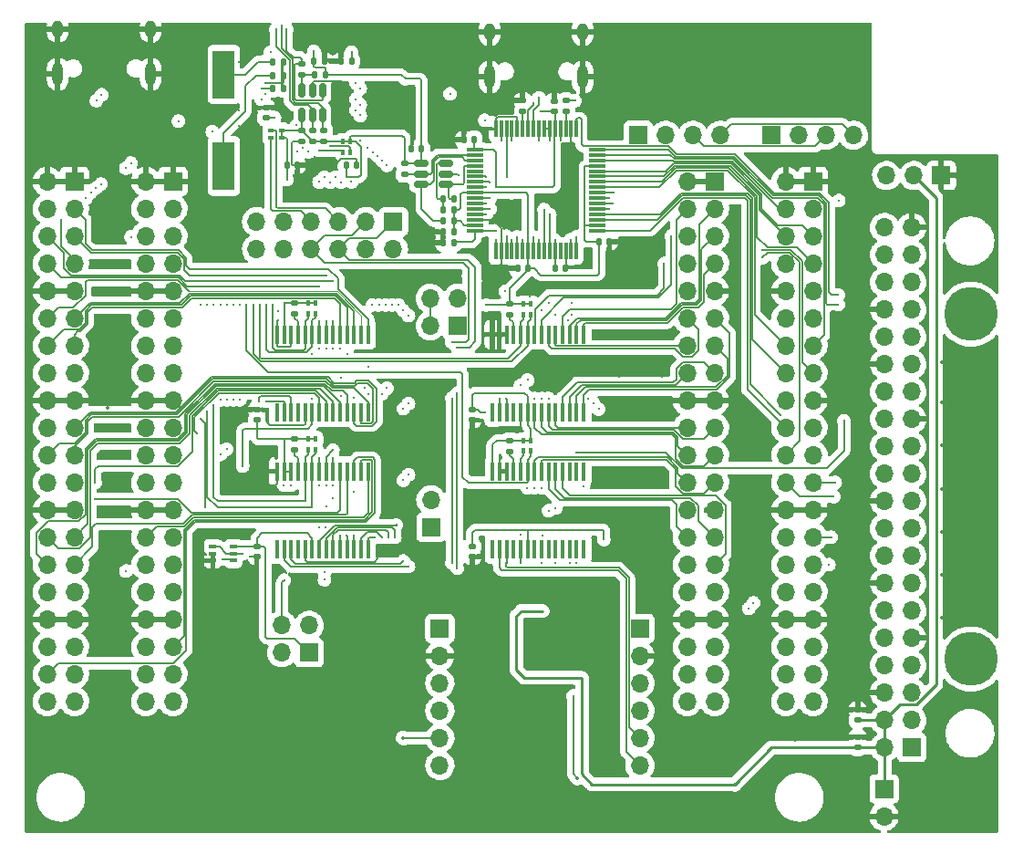
<source format=gbl>
G04 #@! TF.GenerationSoftware,KiCad,Pcbnew,(6.0.7)*
G04 #@! TF.CreationDate,2023-08-04T00:04:24+07:00*
G04 #@! TF.ProjectId,ECELab_v1,4543454c-6162-45f7-9631-2e6b69636164,rev?*
G04 #@! TF.SameCoordinates,Original*
G04 #@! TF.FileFunction,Copper,L4,Bot*
G04 #@! TF.FilePolarity,Positive*
%FSLAX46Y46*%
G04 Gerber Fmt 4.6, Leading zero omitted, Abs format (unit mm)*
G04 Created by KiCad (PCBNEW (6.0.7)) date 2023-08-04 00:04:24*
%MOMM*%
%LPD*%
G01*
G04 APERTURE LIST*
G04 Aperture macros list*
%AMRoundRect*
0 Rectangle with rounded corners*
0 $1 Rounding radius*
0 $2 $3 $4 $5 $6 $7 $8 $9 X,Y pos of 4 corners*
0 Add a 4 corners polygon primitive as box body*
4,1,4,$2,$3,$4,$5,$6,$7,$8,$9,$2,$3,0*
0 Add four circle primitives for the rounded corners*
1,1,$1+$1,$2,$3*
1,1,$1+$1,$4,$5*
1,1,$1+$1,$6,$7*
1,1,$1+$1,$8,$9*
0 Add four rect primitives between the rounded corners*
20,1,$1+$1,$2,$3,$4,$5,0*
20,1,$1+$1,$4,$5,$6,$7,0*
20,1,$1+$1,$6,$7,$8,$9,0*
20,1,$1+$1,$8,$9,$2,$3,0*%
G04 Aperture macros list end*
G04 #@! TA.AperFunction,ComponentPad*
%ADD10R,1.700000X1.700000*%
G04 #@! TD*
G04 #@! TA.AperFunction,ComponentPad*
%ADD11O,1.700000X1.700000*%
G04 #@! TD*
G04 #@! TA.AperFunction,ComponentPad*
%ADD12O,1.000000X1.600000*%
G04 #@! TD*
G04 #@! TA.AperFunction,ComponentPad*
%ADD13O,1.000000X2.100000*%
G04 #@! TD*
G04 #@! TA.AperFunction,WasherPad*
%ADD14C,5.000000*%
G04 #@! TD*
G04 #@! TA.AperFunction,SMDPad,CuDef*
%ADD15RoundRect,0.075000X-0.075000X0.700000X-0.075000X-0.700000X0.075000X-0.700000X0.075000X0.700000X0*%
G04 #@! TD*
G04 #@! TA.AperFunction,SMDPad,CuDef*
%ADD16RoundRect,0.075000X-0.700000X0.075000X-0.700000X-0.075000X0.700000X-0.075000X0.700000X0.075000X0*%
G04 #@! TD*
G04 #@! TA.AperFunction,SMDPad,CuDef*
%ADD17RoundRect,0.140000X-0.140000X-0.170000X0.140000X-0.170000X0.140000X0.170000X-0.140000X0.170000X0*%
G04 #@! TD*
G04 #@! TA.AperFunction,SMDPad,CuDef*
%ADD18R,0.450000X1.750000*%
G04 #@! TD*
G04 #@! TA.AperFunction,SMDPad,CuDef*
%ADD19RoundRect,0.140000X-0.170000X0.140000X-0.170000X-0.140000X0.170000X-0.140000X0.170000X0.140000X0*%
G04 #@! TD*
G04 #@! TA.AperFunction,SMDPad,CuDef*
%ADD20RoundRect,0.135000X-0.185000X0.135000X-0.185000X-0.135000X0.185000X-0.135000X0.185000X0.135000X0*%
G04 #@! TD*
G04 #@! TA.AperFunction,SMDPad,CuDef*
%ADD21R,0.500000X0.400000*%
G04 #@! TD*
G04 #@! TA.AperFunction,SMDPad,CuDef*
%ADD22RoundRect,0.135000X0.185000X-0.135000X0.185000X0.135000X-0.185000X0.135000X-0.185000X-0.135000X0*%
G04 #@! TD*
G04 #@! TA.AperFunction,SMDPad,CuDef*
%ADD23RoundRect,0.135000X-0.135000X-0.185000X0.135000X-0.185000X0.135000X0.185000X-0.135000X0.185000X0*%
G04 #@! TD*
G04 #@! TA.AperFunction,SMDPad,CuDef*
%ADD24RoundRect,0.140000X0.140000X0.170000X-0.140000X0.170000X-0.140000X-0.170000X0.140000X-0.170000X0*%
G04 #@! TD*
G04 #@! TA.AperFunction,SMDPad,CuDef*
%ADD25RoundRect,0.135000X0.135000X0.185000X-0.135000X0.185000X-0.135000X-0.185000X0.135000X-0.185000X0*%
G04 #@! TD*
G04 #@! TA.AperFunction,SMDPad,CuDef*
%ADD26R,0.650000X0.400000*%
G04 #@! TD*
G04 #@! TA.AperFunction,SMDPad,CuDef*
%ADD27R,0.400000X0.500000*%
G04 #@! TD*
G04 #@! TA.AperFunction,SMDPad,CuDef*
%ADD28RoundRect,0.140000X0.170000X-0.140000X0.170000X0.140000X-0.170000X0.140000X-0.170000X-0.140000X0*%
G04 #@! TD*
G04 #@! TA.AperFunction,SMDPad,CuDef*
%ADD29RoundRect,0.150000X0.512500X0.150000X-0.512500X0.150000X-0.512500X-0.150000X0.512500X-0.150000X0*%
G04 #@! TD*
G04 #@! TA.AperFunction,SMDPad,CuDef*
%ADD30R,2.000000X4.500000*%
G04 #@! TD*
G04 #@! TA.AperFunction,SMDPad,CuDef*
%ADD31RoundRect,0.150000X-0.150000X0.512500X-0.150000X-0.512500X0.150000X-0.512500X0.150000X0.512500X0*%
G04 #@! TD*
G04 #@! TA.AperFunction,ViaPad*
%ADD32C,0.350000*%
G04 #@! TD*
G04 #@! TA.AperFunction,ViaPad*
%ADD33C,0.250000*%
G04 #@! TD*
G04 #@! TA.AperFunction,Conductor*
%ADD34C,0.254000*%
G04 #@! TD*
G04 #@! TA.AperFunction,Conductor*
%ADD35C,0.127000*%
G04 #@! TD*
G04 #@! TA.AperFunction,Conductor*
%ADD36C,0.100000*%
G04 #@! TD*
G04 APERTURE END LIST*
D10*
X206552800Y-115575000D03*
D11*
X206552800Y-113035000D03*
D10*
X253959600Y-82931000D03*
D11*
X251419600Y-82931000D03*
X248879600Y-82931000D03*
D10*
X248640600Y-139847400D03*
D11*
X248640600Y-142387400D03*
D10*
X203073000Y-87218600D03*
D11*
X203073000Y-89758600D03*
X200533000Y-87218600D03*
X200533000Y-89758600D03*
X197993000Y-87218600D03*
X197993000Y-89758600D03*
X195453000Y-87218600D03*
X195453000Y-89758600D03*
X192913000Y-87218600D03*
X192913000Y-89758600D03*
X190373000Y-87218600D03*
X190373000Y-89758600D03*
D12*
X180545200Y-69333400D03*
X171905200Y-69333400D03*
D13*
X180545200Y-73513400D03*
X171905200Y-73513400D03*
D10*
X195254800Y-127208200D03*
D11*
X192714800Y-127208200D03*
X195254800Y-124668200D03*
X192714800Y-124668200D03*
D10*
X225958400Y-124968000D03*
D11*
X225958400Y-127508000D03*
X225958400Y-130048000D03*
X225958400Y-132588000D03*
X225958400Y-135128000D03*
X225958400Y-137668000D03*
D10*
X225806000Y-79197200D03*
D11*
X228346000Y-79197200D03*
X230886000Y-79197200D03*
X233426000Y-79197200D03*
D13*
X220651800Y-73791600D03*
D12*
X212011800Y-69611600D03*
D13*
X212011800Y-73791600D03*
D12*
X220651800Y-69611600D03*
D14*
X256700894Y-127807500D03*
X256700894Y-95803500D03*
D10*
X238191200Y-79191000D03*
D11*
X240731200Y-79191000D03*
X243271200Y-79191000D03*
X245811200Y-79191000D03*
D10*
X207391000Y-124968000D03*
D11*
X207391000Y-127508000D03*
X207391000Y-130048000D03*
X207391000Y-132588000D03*
X207391000Y-135128000D03*
X207391000Y-137668000D03*
D10*
X209047000Y-96880600D03*
D11*
X206507000Y-96880600D03*
X209047000Y-94340600D03*
X206507000Y-94340600D03*
D15*
X212581800Y-78602200D03*
X213081800Y-78602200D03*
X213581800Y-78602200D03*
X214081800Y-78602200D03*
X214581800Y-78602200D03*
X215081800Y-78602200D03*
X215581800Y-78602200D03*
X216081800Y-78602200D03*
X216581800Y-78602200D03*
X217081800Y-78602200D03*
X217581800Y-78602200D03*
X218081800Y-78602200D03*
X218581800Y-78602200D03*
X219081800Y-78602200D03*
X219581800Y-78602200D03*
X220081800Y-78602200D03*
D16*
X222006800Y-80527200D03*
X222006800Y-81027200D03*
X222006800Y-81527200D03*
X222006800Y-82027200D03*
X222006800Y-82527200D03*
X222006800Y-83027200D03*
X222006800Y-83527200D03*
X222006800Y-84027200D03*
X222006800Y-84527200D03*
X222006800Y-85027200D03*
X222006800Y-85527200D03*
X222006800Y-86027200D03*
X222006800Y-86527200D03*
X222006800Y-87027200D03*
X222006800Y-87527200D03*
X222006800Y-88027200D03*
D15*
X220081800Y-89952200D03*
X219581800Y-89952200D03*
X219081800Y-89952200D03*
X218581800Y-89952200D03*
X218081800Y-89952200D03*
X217581800Y-89952200D03*
X217081800Y-89952200D03*
X216581800Y-89952200D03*
X216081800Y-89952200D03*
X215581800Y-89952200D03*
X215081800Y-89952200D03*
X214581800Y-89952200D03*
X214081800Y-89952200D03*
X213581800Y-89952200D03*
X213081800Y-89952200D03*
X212581800Y-89952200D03*
D16*
X210656800Y-88027200D03*
X210656800Y-87527200D03*
X210656800Y-87027200D03*
X210656800Y-86527200D03*
X210656800Y-86027200D03*
X210656800Y-85527200D03*
X210656800Y-85027200D03*
X210656800Y-84527200D03*
X210656800Y-84027200D03*
X210656800Y-83527200D03*
X210656800Y-83027200D03*
X210656800Y-82527200D03*
X210656800Y-82027200D03*
X210656800Y-81527200D03*
X210656800Y-81027200D03*
X210656800Y-80527200D03*
D17*
X222176400Y-89052400D03*
X223136400Y-89052400D03*
D18*
X220725000Y-104900000D03*
X220075000Y-104900000D03*
X219425000Y-104900000D03*
X218775000Y-104900000D03*
X218125000Y-104900000D03*
X217475000Y-104900000D03*
X216825000Y-104900000D03*
X216175000Y-104900000D03*
X215525000Y-104900000D03*
X214875000Y-104900000D03*
X214225000Y-104900000D03*
X213575000Y-104900000D03*
X212925000Y-104900000D03*
X212275000Y-104900000D03*
X212275000Y-97700000D03*
X212925000Y-97700000D03*
X213575000Y-97700000D03*
X214225000Y-97700000D03*
X214875000Y-97700000D03*
X215525000Y-97700000D03*
X216175000Y-97700000D03*
X216825000Y-97700000D03*
X217475000Y-97700000D03*
X218125000Y-97700000D03*
X218775000Y-97700000D03*
X219425000Y-97700000D03*
X220075000Y-97700000D03*
X220725000Y-97700000D03*
D19*
X194538600Y-78768000D03*
X194538600Y-79728000D03*
D17*
X198681400Y-81965800D03*
X199641400Y-81965800D03*
D20*
X213900000Y-94815000D03*
X213900000Y-95835000D03*
D18*
X200727500Y-104900000D03*
X200077500Y-104900000D03*
X199427500Y-104900000D03*
X198777500Y-104900000D03*
X198127500Y-104900000D03*
X197477500Y-104900000D03*
X196827500Y-104900000D03*
X196177500Y-104900000D03*
X195527500Y-104900000D03*
X194877500Y-104900000D03*
X194227500Y-104900000D03*
X193577500Y-104900000D03*
X192927500Y-104900000D03*
X192277500Y-104900000D03*
X192277500Y-97700000D03*
X192927500Y-97700000D03*
X193577500Y-97700000D03*
X194227500Y-97700000D03*
X194877500Y-97700000D03*
X195527500Y-97700000D03*
X196177500Y-97700000D03*
X196827500Y-97700000D03*
X197477500Y-97700000D03*
X198127500Y-97700000D03*
X198777500Y-97700000D03*
X199427500Y-97700000D03*
X200077500Y-97700000D03*
X200727500Y-97700000D03*
D21*
X192676400Y-78720200D03*
X192676400Y-79420200D03*
X191676400Y-79420200D03*
X191676400Y-78720200D03*
D22*
X219125800Y-75994800D03*
X219125800Y-77014800D03*
X196621400Y-79783400D03*
X196621400Y-78763400D03*
D20*
X204114400Y-81811400D03*
X204114400Y-82831400D03*
D17*
X218087000Y-91541600D03*
X219047000Y-91541600D03*
D23*
X207693800Y-85064600D03*
X208713800Y-85064600D03*
D24*
X192834200Y-73634600D03*
X191874200Y-73634600D03*
D20*
X193900000Y-108404200D03*
X193900000Y-107384200D03*
D24*
X205686600Y-80467200D03*
X204726600Y-80467200D03*
D25*
X208713800Y-86080600D03*
X207693800Y-86080600D03*
D23*
X191869600Y-74853800D03*
X192889600Y-74853800D03*
D18*
X220727500Y-117600000D03*
X220077500Y-117600000D03*
X219427500Y-117600000D03*
X218777500Y-117600000D03*
X218127500Y-117600000D03*
X217477500Y-117600000D03*
X216827500Y-117600000D03*
X216177500Y-117600000D03*
X215527500Y-117600000D03*
X214877500Y-117600000D03*
X214227500Y-117600000D03*
X213577500Y-117600000D03*
X212927500Y-117600000D03*
X212277500Y-117600000D03*
X212277500Y-110400000D03*
X212927500Y-110400000D03*
X213577500Y-110400000D03*
X214227500Y-110400000D03*
X214877500Y-110400000D03*
X215527500Y-110400000D03*
X216177500Y-110400000D03*
X216827500Y-110400000D03*
X217477500Y-110400000D03*
X218127500Y-110400000D03*
X218777500Y-110400000D03*
X219427500Y-110400000D03*
X220077500Y-110400000D03*
X220727500Y-110400000D03*
D26*
X186298800Y-118658400D03*
X186298800Y-118008400D03*
X186298800Y-117358400D03*
X188198800Y-117358400D03*
X188198800Y-118008400D03*
X188198800Y-118658400D03*
D24*
X192834200Y-72390000D03*
X191874200Y-72390000D03*
D10*
X251211500Y-136008000D03*
D11*
X248671500Y-136008000D03*
X251211500Y-133468000D03*
X248671500Y-133468000D03*
X251211500Y-130928000D03*
X248671500Y-130928000D03*
X251211500Y-128388000D03*
X248671500Y-128388000D03*
X251211500Y-125848000D03*
X248671500Y-125848000D03*
X251211500Y-123308000D03*
X248671500Y-123308000D03*
X251211500Y-120768000D03*
X248671500Y-120768000D03*
X251211500Y-118228000D03*
X248671500Y-118228000D03*
X251211500Y-115688000D03*
X248671500Y-115688000D03*
X251211500Y-113148000D03*
X248671500Y-113148000D03*
X251211500Y-110608000D03*
X248671500Y-110608000D03*
X251211500Y-108068000D03*
X248671500Y-108068000D03*
X251211500Y-105528000D03*
X248671500Y-105528000D03*
X251211500Y-102988000D03*
X248671500Y-102988000D03*
X251211500Y-100448000D03*
X248671500Y-100448000D03*
X251211500Y-97908000D03*
X248671500Y-97908000D03*
X251211500Y-95368000D03*
X248671500Y-95368000D03*
X251211500Y-92828000D03*
X248671500Y-92828000D03*
X251211500Y-90288000D03*
X248671500Y-90288000D03*
X251211500Y-87748000D03*
X248671500Y-87748000D03*
D27*
X198357030Y-79781242D03*
X199057030Y-79781242D03*
X199057030Y-80781242D03*
X198357030Y-80781242D03*
D28*
X246176800Y-133474400D03*
X246176800Y-132514400D03*
D24*
X208683800Y-88138000D03*
X207723800Y-88138000D03*
D27*
X195852500Y-95775400D03*
X195152500Y-95775400D03*
X195152500Y-94775400D03*
X195852500Y-94775400D03*
D28*
X190400000Y-118305000D03*
X190400000Y-117345000D03*
D22*
X194589400Y-73611200D03*
X194589400Y-72591200D03*
D29*
X207969700Y-81828600D03*
X207969700Y-82778600D03*
X207969700Y-83728600D03*
X205694700Y-83728600D03*
X205694700Y-82778600D03*
X205694700Y-81828600D03*
D28*
X210402500Y-118310000D03*
X210402500Y-117350000D03*
D10*
X182601000Y-83477000D03*
D11*
X180061000Y-83477000D03*
X182601000Y-86017000D03*
X180061000Y-86017000D03*
X182601000Y-88557000D03*
X180061000Y-88557000D03*
X182601000Y-91097000D03*
X180061000Y-91097000D03*
X182601000Y-93637000D03*
X180061000Y-93637000D03*
X182601000Y-96177000D03*
X180061000Y-96177000D03*
X182601000Y-98717000D03*
X180061000Y-98717000D03*
X182601000Y-101257000D03*
X180061000Y-101257000D03*
X182601000Y-103797000D03*
X180061000Y-103797000D03*
X182601000Y-106337000D03*
X180061000Y-106337000D03*
X182601000Y-108877000D03*
X180061000Y-108877000D03*
X182601000Y-111417000D03*
X180061000Y-111417000D03*
X182601000Y-113957000D03*
X180061000Y-113957000D03*
X182601000Y-116497000D03*
X180061000Y-116497000D03*
X182601000Y-119037000D03*
X180061000Y-119037000D03*
X182601000Y-121577000D03*
X180061000Y-121577000D03*
X182601000Y-124117000D03*
X180061000Y-124117000D03*
X182601000Y-126657000D03*
X180061000Y-126657000D03*
X182601000Y-129197000D03*
X180061000Y-129197000D03*
X182601000Y-131737000D03*
X180061000Y-131737000D03*
D10*
X242037000Y-83477000D03*
D11*
X239497000Y-83477000D03*
X242037000Y-86017000D03*
X239497000Y-86017000D03*
X242037000Y-88557000D03*
X239497000Y-88557000D03*
X242037000Y-91097000D03*
X239497000Y-91097000D03*
X242037000Y-93637000D03*
X239497000Y-93637000D03*
X242037000Y-96177000D03*
X239497000Y-96177000D03*
X242037000Y-98717000D03*
X239497000Y-98717000D03*
X242037000Y-101257000D03*
X239497000Y-101257000D03*
X242037000Y-103797000D03*
X239497000Y-103797000D03*
X242037000Y-106337000D03*
X239497000Y-106337000D03*
X242037000Y-108877000D03*
X239497000Y-108877000D03*
X242037000Y-111417000D03*
X239497000Y-111417000D03*
X242037000Y-113957000D03*
X239497000Y-113957000D03*
X242037000Y-116497000D03*
X239497000Y-116497000D03*
X242037000Y-119037000D03*
X239497000Y-119037000D03*
X242037000Y-121577000D03*
X239497000Y-121577000D03*
X242037000Y-124117000D03*
X239497000Y-124117000D03*
X242037000Y-126657000D03*
X239497000Y-126657000D03*
X242037000Y-129197000D03*
X239497000Y-129197000D03*
X242037000Y-131737000D03*
X239497000Y-131737000D03*
D28*
X246176800Y-136014400D03*
X246176800Y-135054400D03*
D27*
X215850000Y-95825000D03*
X215150000Y-95825000D03*
X215150000Y-94825000D03*
X215850000Y-94825000D03*
D19*
X190402500Y-104650600D03*
X190402500Y-105610600D03*
D30*
X187325000Y-73550200D03*
X187325000Y-82050200D03*
D28*
X210400000Y-105605000D03*
X210400000Y-104645000D03*
D10*
X232893000Y-83477000D03*
D11*
X230353000Y-83477000D03*
X232893000Y-86017000D03*
X230353000Y-86017000D03*
X232893000Y-88557000D03*
X230353000Y-88557000D03*
X232893000Y-91097000D03*
X230353000Y-91097000D03*
X232893000Y-93637000D03*
X230353000Y-93637000D03*
X232893000Y-96177000D03*
X230353000Y-96177000D03*
X232893000Y-98717000D03*
X230353000Y-98717000D03*
X232893000Y-101257000D03*
X230353000Y-101257000D03*
X232893000Y-103797000D03*
X230353000Y-103797000D03*
X232893000Y-106337000D03*
X230353000Y-106337000D03*
X232893000Y-108877000D03*
X230353000Y-108877000D03*
X232893000Y-111417000D03*
X230353000Y-111417000D03*
X232893000Y-113957000D03*
X230353000Y-113957000D03*
X232893000Y-116497000D03*
X230353000Y-116497000D03*
X232893000Y-119037000D03*
X230353000Y-119037000D03*
X232893000Y-121577000D03*
X230353000Y-121577000D03*
X232893000Y-124117000D03*
X230353000Y-124117000D03*
X232893000Y-126657000D03*
X230353000Y-126657000D03*
X232893000Y-129197000D03*
X230353000Y-129197000D03*
X232893000Y-131737000D03*
X230353000Y-131737000D03*
D20*
X193902500Y-94770400D03*
X193902500Y-95790400D03*
D28*
X218033600Y-77010200D03*
X218033600Y-76050200D03*
D24*
X210563400Y-79578200D03*
X209603400Y-79578200D03*
D27*
X215852500Y-108500000D03*
X215152500Y-108500000D03*
X215152500Y-107500000D03*
X215852500Y-107500000D03*
D25*
X196775800Y-73583800D03*
X195755800Y-73583800D03*
D24*
X208683800Y-89154000D03*
X207723800Y-89154000D03*
D25*
X208713800Y-87122000D03*
X207693800Y-87122000D03*
D22*
X215087200Y-77014800D03*
X215087200Y-75994800D03*
D28*
X191236600Y-77569000D03*
X191236600Y-76609000D03*
D17*
X193169600Y-81965800D03*
X194129600Y-81965800D03*
X195684200Y-72288400D03*
X196644200Y-72288400D03*
D24*
X215567200Y-91516200D03*
X214607200Y-91516200D03*
D27*
X195850000Y-108399200D03*
X195150000Y-108399200D03*
X195150000Y-107399200D03*
X195850000Y-107399200D03*
D10*
X173457000Y-83477000D03*
D11*
X170917000Y-83477000D03*
X173457000Y-86017000D03*
X170917000Y-86017000D03*
X173457000Y-88557000D03*
X170917000Y-88557000D03*
X173457000Y-91097000D03*
X170917000Y-91097000D03*
X173457000Y-93637000D03*
X170917000Y-93637000D03*
X173457000Y-96177000D03*
X170917000Y-96177000D03*
X173457000Y-98717000D03*
X170917000Y-98717000D03*
X173457000Y-101257000D03*
X170917000Y-101257000D03*
X173457000Y-103797000D03*
X170917000Y-103797000D03*
X173457000Y-106337000D03*
X170917000Y-106337000D03*
X173457000Y-108877000D03*
X170917000Y-108877000D03*
X173457000Y-111417000D03*
X170917000Y-111417000D03*
X173457000Y-113957000D03*
X170917000Y-113957000D03*
X173457000Y-116497000D03*
X170917000Y-116497000D03*
X173457000Y-119037000D03*
X170917000Y-119037000D03*
X173457000Y-121577000D03*
X170917000Y-121577000D03*
X173457000Y-124117000D03*
X170917000Y-124117000D03*
X173457000Y-126657000D03*
X170917000Y-126657000D03*
X173457000Y-129197000D03*
X170917000Y-129197000D03*
X173457000Y-131737000D03*
X170917000Y-131737000D03*
D20*
X213902500Y-107515000D03*
X213902500Y-108535000D03*
D22*
X195554600Y-79783400D03*
X195554600Y-78763400D03*
D24*
X199184200Y-72288400D03*
X198224200Y-72288400D03*
D31*
X194604600Y-75062500D03*
X195554600Y-75062500D03*
X196504600Y-75062500D03*
X196504600Y-77337500D03*
X195554600Y-77337500D03*
X194604600Y-77337500D03*
D18*
X200725000Y-117600000D03*
X200075000Y-117600000D03*
X199425000Y-117600000D03*
X198775000Y-117600000D03*
X198125000Y-117600000D03*
X197475000Y-117600000D03*
X196825000Y-117600000D03*
X196175000Y-117600000D03*
X195525000Y-117600000D03*
X194875000Y-117600000D03*
X194225000Y-117600000D03*
X193575000Y-117600000D03*
X192925000Y-117600000D03*
X192275000Y-117600000D03*
X192275000Y-110400000D03*
X192925000Y-110400000D03*
X193575000Y-110400000D03*
X194225000Y-110400000D03*
X194875000Y-110400000D03*
X195525000Y-110400000D03*
X196175000Y-110400000D03*
X196825000Y-110400000D03*
X197475000Y-110400000D03*
X198125000Y-110400000D03*
X198775000Y-110400000D03*
X199425000Y-110400000D03*
X200075000Y-110400000D03*
X200725000Y-110400000D03*
D32*
X253987800Y-124002800D03*
X257987800Y-124002800D03*
X253987800Y-100253800D03*
X257987800Y-100253800D03*
X172500000Y-78500000D03*
X172500000Y-76000000D03*
X170000000Y-76000000D03*
X170000000Y-78500000D03*
X228000000Y-105000000D03*
X258000000Y-108000000D03*
X190000000Y-137000000D03*
X206000000Y-103000000D03*
X224500000Y-69000000D03*
X233000000Y-134000000D03*
X244500000Y-73000000D03*
X214500000Y-122000000D03*
X190000000Y-133000000D03*
X245000000Y-112000000D03*
X236000000Y-106000000D03*
D33*
X215747600Y-94132400D03*
D32*
X233000000Y-138000000D03*
X198000000Y-141000000D03*
X258000000Y-120000000D03*
X202000000Y-141000000D03*
X186000000Y-125000000D03*
D33*
X190423800Y-111683800D03*
D32*
X194000000Y-141000000D03*
X221500000Y-122000000D03*
X190000000Y-129000000D03*
D33*
X212928200Y-106248200D03*
X219964000Y-91541600D03*
D32*
X224500000Y-73000000D03*
X245000000Y-124000000D03*
X245000000Y-120000000D03*
X244500000Y-77000000D03*
X202000000Y-129000000D03*
D33*
X218135200Y-118897400D03*
D32*
X216500000Y-69000000D03*
X245000000Y-128000000D03*
X178000000Y-141000000D03*
X224000000Y-105000000D03*
X206000000Y-106000000D03*
X176500000Y-82500000D03*
D33*
X204724195Y-77080145D03*
X211709000Y-93649800D03*
D32*
X182000000Y-141000000D03*
X206000000Y-141000000D03*
X236000000Y-128000000D03*
X176500000Y-111500000D03*
X228500000Y-77000000D03*
D33*
X198177576Y-74168122D03*
D32*
X240354200Y-135331600D03*
D33*
X188696600Y-78359000D03*
D32*
X246000000Y-104500000D03*
D33*
X201625200Y-118491000D03*
D32*
X216000000Y-127000000D03*
X236000000Y-104000000D03*
X198000000Y-133000000D03*
X235000000Y-101000000D03*
X176500000Y-86000000D03*
X254000000Y-116000000D03*
X176500000Y-125000000D03*
D33*
X198176829Y-71447791D03*
X188696600Y-72364600D03*
D32*
X237000000Y-134000000D03*
X210000000Y-141000000D03*
X229000000Y-134000000D03*
D33*
X189712600Y-118313200D03*
D32*
X240500000Y-73000000D03*
X228000000Y-97500000D03*
X232500000Y-73000000D03*
X198000000Y-129000000D03*
X176500000Y-133000000D03*
X208500000Y-122000000D03*
X202500000Y-109500000D03*
X190000000Y-125000000D03*
X170000000Y-73000000D03*
X229000000Y-138000000D03*
X176500000Y-117500000D03*
D33*
X222123000Y-77089000D03*
D32*
X228000000Y-110500000D03*
X246000000Y-96000000D03*
X235000000Y-91000000D03*
X224000000Y-101500000D03*
X223000000Y-91500000D03*
X245000000Y-132000000D03*
X190000000Y-141000000D03*
X228000000Y-101500000D03*
X254000000Y-112000000D03*
X176500000Y-78500000D03*
X216000000Y-133500000D03*
D33*
X188696600Y-76860400D03*
D32*
X240500000Y-77000000D03*
X236000000Y-132000000D03*
X236000000Y-109000000D03*
X198000000Y-125000000D03*
X186000000Y-141000000D03*
X176500000Y-106500000D03*
X224000000Y-110500000D03*
X236000000Y-117000000D03*
X176500000Y-96500000D03*
X258000000Y-116000000D03*
D33*
X192354200Y-96393000D03*
D32*
X176500000Y-88500000D03*
X194000000Y-137000000D03*
X214000000Y-137000000D03*
X176500000Y-109000000D03*
X202000000Y-137000000D03*
X176500000Y-121500000D03*
X245000000Y-116000000D03*
X202000000Y-125000000D03*
X235000000Y-88000000D03*
X186000000Y-137000000D03*
D33*
X191338200Y-104902000D03*
D32*
X254000000Y-108000000D03*
D33*
X203555600Y-96875600D03*
D32*
X214000000Y-141000000D03*
X236000000Y-113000000D03*
X244500000Y-69000000D03*
X254000000Y-120000000D03*
X236500000Y-77000000D03*
D33*
X192862200Y-119608600D03*
D32*
X194000000Y-133000000D03*
X182000000Y-137000000D03*
X235000000Y-96000000D03*
X186000000Y-133000000D03*
X202000000Y-133000000D03*
D33*
X214884000Y-118897400D03*
D32*
X236000000Y-119000000D03*
X228500000Y-69000000D03*
D33*
X210413600Y-106375200D03*
D32*
X176500000Y-114000000D03*
X217500000Y-102000000D03*
D33*
X212928200Y-109016800D03*
D32*
X206000000Y-109500000D03*
X210000000Y-130500000D03*
X186000000Y-129000000D03*
X235000000Y-94000000D03*
X227000000Y-90500000D03*
X218000000Y-122000000D03*
D33*
X219583000Y-79654400D03*
D32*
X236500000Y-73000000D03*
X210000000Y-137000000D03*
X176500000Y-100500000D03*
X203000000Y-106000000D03*
D33*
X191160400Y-74345800D03*
X225450400Y-89535000D03*
D32*
X232500000Y-69000000D03*
X235000000Y-99000000D03*
X198000000Y-137000000D03*
X170000000Y-70500000D03*
X224500000Y-77000000D03*
X236500000Y-69000000D03*
D33*
X206984600Y-88138000D03*
D32*
X176500000Y-91000000D03*
D33*
X209089275Y-82899683D03*
D32*
X236000000Y-121000000D03*
X221500000Y-125500000D03*
D33*
X247116600Y-132511800D03*
X195681600Y-82829400D03*
D32*
X218000000Y-141000000D03*
X240500000Y-69000000D03*
X218000000Y-137000000D03*
X178000000Y-137000000D03*
X221500000Y-128500000D03*
X210000000Y-133500000D03*
X206000000Y-92000000D03*
D33*
X223545400Y-84531200D03*
D32*
X232500000Y-77000000D03*
X211500000Y-122000000D03*
X224000000Y-97500000D03*
X216000000Y-130500000D03*
X176500000Y-104500000D03*
X236000000Y-124000000D03*
D33*
X218592400Y-79705200D03*
D32*
X176500000Y-129000000D03*
X254000000Y-104000000D03*
X246000000Y-100000000D03*
D33*
X212267800Y-96342200D03*
D32*
X176500000Y-93500000D03*
X228500000Y-73000000D03*
X246000000Y-109000000D03*
X258000000Y-104000000D03*
D33*
X217576400Y-79654400D03*
D32*
X225000000Y-91500000D03*
D33*
X214477600Y-127152400D03*
X211556600Y-77800200D03*
X220573600Y-129540000D03*
X183108600Y-77876400D03*
D32*
X234772200Y-139420600D03*
D33*
X216941400Y-123342400D03*
X208330800Y-75361800D03*
X211556600Y-104902000D03*
X186258200Y-78867000D03*
X222605600Y-116713000D03*
X192925000Y-120485600D03*
X190398400Y-106426000D03*
X189077600Y-118008400D03*
D32*
X220167200Y-138836400D03*
D33*
X211709000Y-94945200D03*
X189077600Y-109905800D03*
X220091000Y-108610400D03*
X195681600Y-71399400D03*
X214071200Y-84531200D03*
X244906800Y-105689400D03*
X193192400Y-83312000D03*
X198679100Y-83093478D03*
X220726000Y-111734600D03*
X219760800Y-131241800D03*
X192938400Y-94792800D03*
X219938600Y-75996800D03*
X204182532Y-73966776D03*
X193169600Y-80342800D03*
X195529200Y-99466400D03*
X216789000Y-76987400D03*
X191668400Y-71501000D03*
X218084400Y-88900000D03*
X212598000Y-88036400D03*
X199186800Y-71475600D03*
X212598000Y-84023200D03*
X192024000Y-77571600D03*
X190931800Y-72390000D03*
X190906400Y-73634600D03*
X213563200Y-103606600D03*
X208991200Y-119354600D03*
X208991200Y-98882200D03*
X208991200Y-103124000D03*
X210667600Y-92710000D03*
X213563200Y-118897400D03*
X193573400Y-111683800D03*
X203987400Y-118694200D03*
X219430600Y-118897400D03*
D32*
X203987400Y-135128000D03*
D33*
X203987400Y-95453200D03*
X203987400Y-104571800D03*
X203987400Y-111201200D03*
X190550800Y-103860600D03*
X212902800Y-118897400D03*
X208508600Y-118872000D03*
X212928200Y-103606600D03*
X208508600Y-103606600D03*
X210058000Y-92227400D03*
X208508600Y-98399600D03*
X190804800Y-75844400D03*
X175488600Y-75996800D03*
X191211200Y-75361800D03*
X175971200Y-75438000D03*
X220065600Y-118897400D03*
X204470000Y-95910400D03*
X204470000Y-119202200D03*
X192354200Y-95504000D03*
X204470000Y-110693200D03*
X191262000Y-103860600D03*
X204470000Y-104089200D03*
X192913000Y-111683800D03*
X213080600Y-79705200D03*
X213588600Y-83032600D03*
X190804800Y-74853800D03*
X201204898Y-80742475D03*
X197177650Y-83535604D03*
X199990282Y-76348035D03*
X190042800Y-94945200D03*
X190652400Y-94945200D03*
X199590039Y-75848037D03*
X197677857Y-83094790D03*
X201618147Y-81157251D03*
X189433200Y-94945200D03*
X199592393Y-76851861D03*
X200685160Y-80327374D03*
X196677196Y-83094796D03*
X193167000Y-69367400D03*
X198177947Y-83535598D03*
X191262000Y-94945200D03*
X202035543Y-81572587D03*
X199997817Y-74848754D03*
X191871600Y-94945200D03*
X199583700Y-74347395D03*
X199176983Y-83531659D03*
X202476674Y-81988784D03*
X187604400Y-94945200D03*
X187604400Y-103733600D03*
X196672200Y-119761000D03*
X187604400Y-108331000D03*
X194691000Y-80391000D03*
X186994800Y-103733600D03*
X196672200Y-120446800D03*
X186994800Y-108813600D03*
X194183000Y-80721200D03*
X186994800Y-94945200D03*
X188214000Y-94945200D03*
X195199000Y-80721200D03*
X188214000Y-103733600D03*
X188823600Y-103733600D03*
X199993300Y-77352760D03*
X199996023Y-79650218D03*
X188823600Y-94945200D03*
X196177110Y-83534649D03*
X202946000Y-94945200D03*
X215544400Y-101904800D03*
X214884000Y-102387400D03*
X202336400Y-94945200D03*
X236499400Y-122580400D03*
X185775600Y-104851200D03*
X185775600Y-94945200D03*
X195529200Y-113715800D03*
X236067600Y-123113800D03*
X194868800Y-113157000D03*
X186385200Y-94945200D03*
X186385200Y-104241600D03*
X201117200Y-94945200D03*
X217474800Y-114046000D03*
X218135200Y-113766600D03*
X201726800Y-94945200D03*
X203555600Y-94945200D03*
X244424200Y-85267800D03*
X213461600Y-93675200D03*
X216585800Y-75717400D03*
X192684400Y-69037200D03*
X192176400Y-69367400D03*
X216077800Y-76174600D03*
X192176400Y-79857600D03*
X191693800Y-82829400D03*
X196178392Y-80588659D03*
X197194912Y-80187013D03*
X187172600Y-118541800D03*
X185166000Y-105511600D03*
X185572400Y-113741200D03*
X194071907Y-78245470D03*
X185166000Y-94945200D03*
X214071200Y-79705200D03*
X216585800Y-79705200D03*
X228219000Y-91109800D03*
X228879400Y-88544400D03*
X216941400Y-116306600D03*
X214885445Y-116285504D03*
X196164200Y-111683800D03*
X196138800Y-115570000D03*
X196748400Y-115570000D03*
X199415400Y-112268000D03*
X196824600Y-113665000D03*
X196824600Y-111683800D03*
X197459600Y-112903000D03*
X197459600Y-111683800D03*
X216839800Y-111912400D03*
X215519000Y-111912400D03*
X216179400Y-111912400D03*
X175387000Y-111404400D03*
X216814400Y-118897400D03*
X184861200Y-106857800D03*
X196189600Y-96418400D03*
X196189600Y-93192600D03*
X197485000Y-96418400D03*
X197485000Y-92710000D03*
X196824600Y-92227400D03*
X196824600Y-96418400D03*
X213588600Y-88569800D03*
X203352400Y-115366800D03*
X218135200Y-95859600D03*
X219633800Y-95859600D03*
X217474800Y-94742000D03*
X219633800Y-94742000D03*
X219252800Y-96367600D03*
X216830000Y-95402400D03*
X203200000Y-116509800D03*
X214071200Y-88900000D03*
X244373400Y-94005400D03*
X244373400Y-94894400D03*
X214579200Y-88620600D03*
X202615800Y-116509800D03*
X237363000Y-89839800D03*
X238988600Y-105130600D03*
X220065600Y-88620600D03*
X198120000Y-116306600D03*
X215087200Y-88900000D03*
X237363000Y-90551000D03*
X222130000Y-104600000D03*
X216190000Y-103620000D03*
X244094000Y-111404400D03*
X223062800Y-85039200D03*
X223418400Y-85521800D03*
X221660000Y-104090000D03*
X216840000Y-103620000D03*
X243967000Y-112725200D03*
X221180000Y-103606600D03*
X217490788Y-103606600D03*
X243738400Y-116484400D03*
X223062800Y-86029800D03*
X219506800Y-88900000D03*
X243509800Y-119049800D03*
X198755000Y-116306600D03*
X216077800Y-88620600D03*
X198780400Y-99466400D03*
X198120000Y-98983800D03*
X197485000Y-98983800D03*
X196824600Y-98983800D03*
X199415400Y-116306600D03*
X216585800Y-88900000D03*
X200736200Y-100685600D03*
X196189600Y-98983800D03*
X212039200Y-83540600D03*
X178231800Y-119634000D03*
X178231800Y-82245200D03*
X178714400Y-81762600D03*
X211709000Y-83032600D03*
X178714400Y-88620600D03*
X200710800Y-103225600D03*
X201980800Y-103225600D03*
X202463400Y-102666800D03*
X200431400Y-102666800D03*
X217601800Y-86563200D03*
X201320400Y-116509800D03*
X199415400Y-103581200D03*
X195529200Y-103606600D03*
X198170800Y-103352600D03*
X198170800Y-101701600D03*
X217068400Y-86080600D03*
X202006200Y-116509800D03*
X175920400Y-83718400D03*
X211709000Y-84023200D03*
X175437800Y-84099400D03*
X212039200Y-85013800D03*
X211709000Y-85521800D03*
X175387000Y-112953800D03*
X174980600Y-84480400D03*
X212039200Y-86029800D03*
X197459600Y-109118400D03*
X174498000Y-85039200D03*
X211709000Y-86537800D03*
X197459600Y-108407200D03*
X172186600Y-87020400D03*
X212572600Y-88900000D03*
X196164200Y-109143800D03*
D34*
X248672000Y-139816000D02*
X248640600Y-139847400D01*
X248672000Y-136008000D02*
X248672000Y-139816000D01*
D35*
X209941800Y-78602200D02*
X209603400Y-78940600D01*
X212581800Y-77689400D02*
X212775800Y-77495400D01*
X189720800Y-118305000D02*
X190400000Y-118305000D01*
X194538600Y-79728000D02*
X193781800Y-79728000D01*
X199567800Y-81381600D02*
X199641400Y-81455200D01*
X193751200Y-81965800D02*
X194129600Y-81965800D01*
X192277500Y-96469700D02*
X192277500Y-97700000D01*
X219581800Y-78602200D02*
X219581800Y-79653200D01*
X212581800Y-78602200D02*
X212581800Y-77689400D01*
X195554600Y-74320400D02*
X195554600Y-75062500D01*
X198224200Y-72288400D02*
X196644200Y-72288400D01*
X214877500Y-117600000D02*
X214877500Y-118890900D01*
X192836800Y-73637200D02*
X192836800Y-74244200D01*
X210400000Y-106361600D02*
X210413600Y-106375200D01*
X222006800Y-84527200D02*
X223541400Y-84527200D01*
X198247000Y-81381600D02*
X199567800Y-81381600D01*
X217581800Y-79649000D02*
X217576400Y-79654400D01*
X212274600Y-87027200D02*
X213081800Y-87834400D01*
X212775800Y-77495400D02*
X214503000Y-77495400D01*
X194129600Y-81965800D02*
X197662800Y-81965800D01*
X193649600Y-79860200D02*
X193649600Y-81864200D01*
X209089275Y-82899683D02*
X208968192Y-82778600D01*
X209603400Y-78940600D02*
X209603400Y-79578200D01*
X225450400Y-89535000D02*
X225450400Y-89357200D01*
X214503000Y-77495400D02*
X214581800Y-77574200D01*
X207723800Y-88138000D02*
X206984600Y-88138000D01*
X192735200Y-74345800D02*
X191160400Y-74345800D01*
X192379600Y-98856800D02*
X193446400Y-98856800D01*
X217581800Y-78602200D02*
X217081800Y-78602200D01*
X223541400Y-84527200D02*
X223545400Y-84531200D01*
X225450400Y-89357200D02*
X225145600Y-89052400D01*
X212927500Y-109017500D02*
X212928200Y-109016800D01*
X194877500Y-105985500D02*
X194877500Y-104900000D01*
X204726600Y-80467200D02*
X204726600Y-77082550D01*
X189712600Y-118313200D02*
X189720800Y-118305000D01*
X208968192Y-82778600D02*
X207969700Y-82778600D01*
X192836800Y-74244200D02*
X192735200Y-74345800D01*
X225145600Y-89052400D02*
X223136400Y-89052400D01*
X213081800Y-87834400D02*
X213081800Y-89952200D01*
X193577500Y-98725700D02*
X193577500Y-97700000D01*
X214877500Y-118890900D02*
X214884000Y-118897400D01*
X210656800Y-87027200D02*
X212274600Y-87027200D01*
X214875000Y-106155600D02*
X214875000Y-104900000D01*
X218581800Y-78602200D02*
X218581800Y-79694600D01*
X212581800Y-78602200D02*
X209941800Y-78602200D01*
X198176829Y-72241029D02*
X198224200Y-72288400D01*
X192277500Y-98754700D02*
X192379600Y-98856800D01*
X210400000Y-105605000D02*
X210400000Y-106361600D01*
X193781800Y-79728000D02*
X193649600Y-79860200D01*
X192354200Y-96393000D02*
X192277500Y-96469700D01*
X195707000Y-74168000D02*
X195554600Y-74320400D01*
X192100200Y-111683800D02*
X192275000Y-111509000D01*
X192834200Y-73634600D02*
X192836800Y-73637200D01*
X212928200Y-106248200D02*
X214782400Y-106248200D01*
X246176800Y-132514400D02*
X247114000Y-132514400D01*
X213081800Y-91339600D02*
X213081800Y-89952200D01*
X212275000Y-96349400D02*
X212275000Y-97700000D01*
X219081800Y-91506800D02*
X219047000Y-91541600D01*
X191338200Y-104902000D02*
X191338200Y-105867200D01*
X193649600Y-81864200D02*
X193751200Y-81965800D01*
X217581800Y-78602200D02*
X217581800Y-79649000D01*
X213258400Y-91516200D02*
X213081800Y-91339600D01*
X214581800Y-77574200D02*
X214581800Y-78602200D01*
X194875000Y-118602000D02*
X194875000Y-117600000D01*
X198177576Y-74168122D02*
X198177454Y-74168000D01*
X214607200Y-91516200D02*
X213258400Y-91516200D01*
X212267800Y-96342200D02*
X212275000Y-96349400D01*
X219047000Y-91541600D02*
X219964000Y-91541600D01*
X201348000Y-118768200D02*
X195041200Y-118768200D01*
X218581800Y-79694600D02*
X218592400Y-79705200D01*
X197662800Y-81965800D02*
X198247000Y-81381600D01*
X191592200Y-106121200D02*
X194741800Y-106121200D01*
X214782400Y-106248200D02*
X214875000Y-106155600D01*
X219081800Y-89952200D02*
X219081800Y-91506800D01*
X190423800Y-111683800D02*
X192100200Y-111683800D01*
X195041200Y-118768200D02*
X194875000Y-118602000D01*
X192277500Y-97700000D02*
X192277500Y-98754700D01*
X219581800Y-79653200D02*
X219583000Y-79654400D01*
X193446400Y-98856800D02*
X193577500Y-98725700D01*
X198177454Y-74168000D02*
X195707000Y-74168000D01*
X198176829Y-71447791D02*
X198176829Y-72241029D01*
X247114000Y-132514400D02*
X247116600Y-132511800D01*
X199641400Y-81455200D02*
X199641400Y-81965800D01*
X204726600Y-77082550D02*
X204724195Y-77080145D01*
X191338200Y-105867200D02*
X191592200Y-106121200D01*
X213577500Y-110400000D02*
X212927500Y-110400000D01*
X201625200Y-118491000D02*
X201348000Y-118768200D01*
X192275000Y-111509000D02*
X192275000Y-110400000D01*
X194741800Y-106121200D02*
X194877500Y-105985500D01*
X212927500Y-110400000D02*
X212927500Y-109017500D01*
D34*
X248672000Y-133468000D02*
X250144233Y-131995767D01*
X238178400Y-136014400D02*
X246176800Y-136014400D01*
X234772200Y-139420600D02*
X238178400Y-136014400D01*
X215239600Y-129540000D02*
X220573600Y-129540000D01*
X221513400Y-139420600D02*
X220573600Y-138480800D01*
X246183200Y-133468000D02*
X248672000Y-133468000D01*
X234772200Y-139420600D02*
X221513400Y-139420600D01*
X246176800Y-136014400D02*
X246183200Y-136008000D01*
X251652699Y-131995767D02*
X253484435Y-130164031D01*
X214477600Y-127152400D02*
X214477600Y-128778000D01*
X253484435Y-84995835D02*
X251419600Y-82931000D01*
X248672000Y-133468000D02*
X248672000Y-136008000D01*
X214477600Y-128778000D02*
X215239600Y-129540000D01*
X214477600Y-123799600D02*
X214477600Y-127152400D01*
X246183200Y-136008000D02*
X248672000Y-136008000D01*
X220573600Y-138480800D02*
X220573600Y-129540000D01*
X214934800Y-123342400D02*
X214477600Y-123799600D01*
X250144233Y-131995767D02*
X251652699Y-131995767D01*
X253484435Y-130164031D02*
X253484435Y-84995835D01*
X216941400Y-123342400D02*
X214934800Y-123342400D01*
D35*
X215525000Y-103409400D02*
X215525000Y-104900000D01*
X195684200Y-72288400D02*
X195684200Y-72799000D01*
X211556600Y-104902000D02*
X211201000Y-104902000D01*
X199057030Y-79781242D02*
X199057030Y-79336271D01*
X198357030Y-79781242D02*
X198350301Y-79774513D01*
X244932200Y-108458000D02*
X243292800Y-110097400D01*
X215525000Y-106076400D02*
X215852500Y-106403900D01*
X220854200Y-87527200D02*
X222006800Y-87527200D01*
X199846507Y-83093478D02*
X200074900Y-82865085D01*
X219125800Y-75994800D02*
X219936600Y-75994800D01*
X210402500Y-117350000D02*
X210402500Y-116089100D01*
X193900000Y-107384200D02*
X195135000Y-107384200D01*
X208713800Y-86080600D02*
X208713800Y-86944200D01*
X189077600Y-106603800D02*
X189255400Y-106426000D01*
X198679100Y-83093478D02*
X199846507Y-83093478D01*
X209427000Y-84527200D02*
X210656800Y-84527200D01*
X215392000Y-84531200D02*
X214071200Y-84531200D01*
X194490800Y-78720200D02*
X194538600Y-78768000D01*
X221005400Y-89052400D02*
X220853000Y-88900000D01*
X208713800Y-86944200D02*
X208683800Y-86974200D01*
X219760800Y-138430000D02*
X219760800Y-131241800D01*
X198679100Y-81968100D02*
X198681400Y-81965800D01*
X195150000Y-107399200D02*
X195850000Y-107399200D01*
X195684200Y-72799000D02*
X195808600Y-72923400D01*
X195681600Y-72285800D02*
X195684200Y-72288400D01*
X192927500Y-94803700D02*
X192938400Y-94792800D01*
X212677400Y-107515000D02*
X212277500Y-107914900D01*
X210400000Y-103315400D02*
X210592300Y-103123100D01*
X215150000Y-94825000D02*
X215850000Y-94825000D01*
X213900000Y-93414600D02*
X213900000Y-94815000D01*
X216789000Y-92176600D02*
X222021400Y-92176600D01*
X212277500Y-107914900D02*
X212277500Y-110400000D01*
X215567200Y-91516200D02*
X215567200Y-91747400D01*
X215527500Y-115802004D02*
X215527500Y-117600000D01*
X215581800Y-89952200D02*
X215581800Y-84721000D01*
X193192400Y-83312000D02*
X193169600Y-83289200D01*
X222558204Y-115802004D02*
X222605600Y-115849400D01*
X186929000Y-117358400D02*
X186298800Y-117358400D01*
X193059800Y-79420200D02*
X193169600Y-79530000D01*
X194604600Y-77337500D02*
X194604600Y-78702000D01*
X196621400Y-79783400D02*
X195554600Y-79783400D01*
X222021400Y-92176600D02*
X222176400Y-92021600D01*
X190398400Y-106426000D02*
X190402500Y-106421900D01*
X193169600Y-83289200D02*
X193169600Y-81965800D01*
X215852500Y-106403900D02*
X215852500Y-107500000D01*
X215527500Y-115802004D02*
X222558204Y-115802004D01*
X204114400Y-81811400D02*
X205677500Y-81811400D01*
X244906800Y-105689400D02*
X244932200Y-105714800D01*
X205677500Y-81811400D02*
X205694700Y-81828600D01*
X205686600Y-80467200D02*
X205686600Y-81820500D01*
X213902500Y-107515000D02*
X212677400Y-107515000D01*
X192925000Y-107384200D02*
X192925000Y-110400000D01*
X198679100Y-83093478D02*
X198679100Y-81968100D01*
X205686600Y-80467200D02*
X205686600Y-74119901D01*
X192925000Y-120485600D02*
X192714800Y-120695800D01*
X196775800Y-73583800D02*
X203799556Y-73583800D01*
X189255400Y-106426000D02*
X190398400Y-106426000D01*
X199155583Y-79237718D02*
X203899592Y-79237718D01*
X215567200Y-91747400D02*
X213900000Y-93414600D01*
X213900000Y-94815000D02*
X215140000Y-94815000D01*
X190398400Y-106426000D02*
X190398400Y-107264200D01*
X193902500Y-94770400D02*
X195147500Y-94770400D01*
X193169600Y-79530000D02*
X193169600Y-80342800D01*
X199057030Y-79781242D02*
X198357030Y-79781242D01*
X219936600Y-75994800D02*
X219938600Y-75996800D01*
X195152500Y-94775400D02*
X195852500Y-94775400D01*
X215152500Y-107500000D02*
X215852500Y-107500000D01*
X203799556Y-73583800D02*
X204182532Y-73966776D01*
X193900000Y-107384200D02*
X192925000Y-107384200D01*
X210656800Y-87527200D02*
X209675800Y-87527200D01*
X228360352Y-108610400D02*
X220091000Y-108610400D01*
X209675800Y-87527200D02*
X209270600Y-87122000D01*
X195554000Y-79783400D02*
X194538600Y-78768000D01*
X222176400Y-89052400D02*
X221005400Y-89052400D01*
X190398400Y-106426000D02*
X195148200Y-106426000D01*
X213902500Y-107515000D02*
X215137500Y-107515000D01*
X199543684Y-79781242D02*
X199057030Y-79781242D01*
X192676400Y-78720200D02*
X192676400Y-79420200D01*
X215137500Y-107515000D02*
X215152500Y-107500000D01*
X209118200Y-86080600D02*
X209270600Y-85928200D01*
X195135000Y-107384200D02*
X195150000Y-107399200D01*
X192714800Y-120695800D02*
X192714800Y-124668200D01*
X220853000Y-88900000D02*
X220853000Y-87528400D01*
X210400000Y-104645000D02*
X210400000Y-103315400D01*
X215567200Y-89966800D02*
X215581800Y-89952200D01*
X209270600Y-87122000D02*
X208713800Y-87122000D01*
X198350301Y-79774513D02*
X196630287Y-79774513D01*
X220853000Y-87528400D02*
X220853000Y-82092800D01*
X209270600Y-85928200D02*
X209270600Y-84683600D01*
X194604600Y-78702000D02*
X194538600Y-78768000D01*
X187579000Y-118008400D02*
X186929000Y-117358400D01*
X205533475Y-73966776D02*
X204182532Y-73966776D01*
X213900000Y-94815000D02*
X213769800Y-94945200D01*
X216128600Y-91516200D02*
X216789000Y-92176600D01*
X199057030Y-79336271D02*
X199155583Y-79237718D01*
X192960800Y-94770400D02*
X192938400Y-94792800D01*
X222176400Y-92021600D02*
X222176400Y-89052400D01*
X204114400Y-79452526D02*
X204114400Y-81811400D01*
X243292800Y-110097400D02*
X229847352Y-110097400D01*
X195681600Y-71399400D02*
X195681600Y-72285800D01*
X210402500Y-116089100D02*
X210689596Y-115802004D01*
X188198800Y-118008400D02*
X189077600Y-118008400D01*
X205686600Y-74119901D02*
X205533475Y-73966776D01*
X195554600Y-79783400D02*
X195554000Y-79783400D01*
X195808600Y-72923400D02*
X196697600Y-72923400D01*
X196697600Y-72923400D02*
X196775800Y-73001600D01*
X190402500Y-106421900D02*
X190402500Y-105610600D01*
X211201000Y-104902000D02*
X210944000Y-104645000D01*
X220853000Y-87528400D02*
X220854200Y-87527200D01*
X200074900Y-80312458D02*
X199543684Y-79781242D01*
X208713800Y-86080600D02*
X209118200Y-86080600D01*
X205686600Y-81820500D02*
X205694700Y-81828600D01*
X214067200Y-84527200D02*
X210656800Y-84527200D01*
X193169600Y-81965800D02*
X193169600Y-80342800D01*
X220918600Y-82027200D02*
X222006800Y-82027200D01*
X196775800Y-73001600D02*
X196775800Y-73583800D01*
X195527500Y-106046700D02*
X195527500Y-104900000D01*
X210689596Y-115802004D02*
X215527500Y-115802004D01*
X203899592Y-79237718D02*
X204114400Y-79452526D01*
X220853000Y-82092800D02*
X220918600Y-82027200D01*
X192927500Y-97700000D02*
X192927500Y-95235500D01*
X215567200Y-91516200D02*
X215567200Y-89966800D01*
X192676400Y-79420200D02*
X193059800Y-79420200D01*
X193902500Y-94770400D02*
X192960800Y-94770400D01*
X196630287Y-79774513D02*
X196621400Y-79783400D01*
X210944000Y-104645000D02*
X210400000Y-104645000D01*
X215581800Y-84721000D02*
X215392000Y-84531200D01*
X215525000Y-104900000D02*
X215525000Y-106076400D01*
X214071200Y-84531200D02*
X214067200Y-84527200D01*
X195147500Y-94770400D02*
X195152500Y-94775400D01*
X209270600Y-84683600D02*
X209427000Y-84527200D01*
X215567200Y-91516200D02*
X216128600Y-91516200D01*
X200074900Y-82865085D02*
X200074900Y-80312458D01*
X229847352Y-110097400D02*
X228360352Y-108610400D01*
X222605600Y-115849400D02*
X222605600Y-116713000D01*
X192925000Y-110400000D02*
X193575000Y-110400000D01*
X220167200Y-138836400D02*
X219760800Y-138430000D01*
X192927500Y-95235500D02*
X192927500Y-94803700D01*
X208683800Y-86974200D02*
X208683800Y-88138000D01*
X215238700Y-103123100D02*
X215525000Y-103409400D01*
X215140000Y-94815000D02*
X215150000Y-94825000D01*
X213769800Y-94945200D02*
X211709000Y-94945200D01*
X189077600Y-109905800D02*
X189077600Y-106603800D01*
X195148200Y-106426000D02*
X195527500Y-106046700D01*
X190518400Y-107384200D02*
X192925000Y-107384200D01*
X206507000Y-94340600D02*
X206507000Y-96880600D01*
X188198800Y-118008400D02*
X187579000Y-118008400D01*
X244932200Y-105714800D02*
X244932200Y-108458000D01*
X192676400Y-78720200D02*
X194490800Y-78720200D01*
X210592300Y-103123100D02*
X215238700Y-103123100D01*
X190398400Y-107264200D02*
X190518400Y-107384200D01*
X217881200Y-84023200D02*
X218059900Y-83844500D01*
X212327800Y-80527200D02*
X210656800Y-80527200D01*
X212588800Y-88027200D02*
X210656800Y-88027200D01*
X210388200Y-89077800D02*
X208683800Y-89077800D01*
X212598000Y-88036400D02*
X212588800Y-88027200D01*
X199186800Y-71475600D02*
X199186800Y-72285800D01*
X191236600Y-77569000D02*
X192021400Y-77569000D01*
X218081800Y-89952200D02*
X218081800Y-88902600D01*
X210656800Y-88027200D02*
X210656800Y-88809200D01*
X218059900Y-78624100D02*
X218081800Y-78602200D01*
X210563400Y-80433800D02*
X210656800Y-80527200D01*
X212598000Y-84023200D02*
X212598000Y-80797400D01*
X192021400Y-77569000D02*
X192024000Y-77571600D01*
X218059900Y-83844500D02*
X218059900Y-78624100D01*
X218087000Y-91541600D02*
X218087000Y-89957400D01*
X210656800Y-88809200D02*
X210388200Y-89077800D01*
X218081800Y-77058400D02*
X218033600Y-77010200D01*
X218081800Y-78602200D02*
X218081800Y-77058400D01*
X218081800Y-88902600D02*
X218084400Y-88900000D01*
X216811800Y-77010200D02*
X216789000Y-76987400D01*
X199186800Y-72285800D02*
X199184200Y-72288400D01*
X210563400Y-79578200D02*
X210563400Y-80433800D01*
X218033600Y-77010200D02*
X216811800Y-77010200D01*
X212598000Y-84023200D02*
X217881200Y-84023200D01*
X218087000Y-89957400D02*
X218081800Y-89952200D01*
X212598000Y-80797400D02*
X212327800Y-80527200D01*
X190500000Y-72390000D02*
X189339800Y-73550200D01*
X190931800Y-72390000D02*
X190500000Y-72390000D01*
X190931800Y-72390000D02*
X191874200Y-72390000D01*
X189339800Y-73550200D02*
X187325000Y-73550200D01*
X190906400Y-73634600D02*
X191874200Y-73634600D01*
X189357000Y-74599800D02*
X190322200Y-73634600D01*
X187325000Y-78968600D02*
X189357000Y-76936600D01*
X190322200Y-73634600D02*
X190906400Y-73634600D01*
X187325000Y-82050200D02*
X187325000Y-78968600D01*
X189357000Y-76936600D02*
X189357000Y-74599800D01*
X224942400Y-134112000D02*
X224942400Y-120269000D01*
X210134200Y-98882200D02*
X210667600Y-98348800D01*
X224002600Y-119329200D02*
X213690200Y-119329200D01*
X213577500Y-118883100D02*
X213563200Y-118897400D01*
X230886000Y-79197200D02*
X231895800Y-80207000D01*
X213690200Y-119329200D02*
X213563200Y-119202200D01*
X213563200Y-119202200D02*
X213563200Y-118897400D01*
X208992100Y-119072273D02*
X208992100Y-103124900D01*
X210667600Y-91414600D02*
X210015100Y-90762100D01*
X210667600Y-98348800D02*
X210667600Y-91414600D01*
X213577500Y-117600000D02*
X213577500Y-118883100D01*
X208991200Y-119354600D02*
X208991200Y-119073173D01*
X210015100Y-90762100D02*
X198996500Y-90762100D01*
X208992100Y-103124900D02*
X208991200Y-103124000D01*
X213575000Y-103618400D02*
X213563200Y-103606600D01*
X225958400Y-135128000D02*
X224942400Y-134112000D01*
X242255200Y-80207000D02*
X243271200Y-79191000D01*
X198996500Y-90762100D02*
X197993000Y-89758600D01*
X213575000Y-104900000D02*
X213575000Y-103618400D01*
X208991200Y-119073173D02*
X208992100Y-119072273D01*
X224942400Y-120269000D02*
X224002600Y-119329200D01*
X199004000Y-88747600D02*
X201544000Y-88747600D01*
X197993000Y-89758600D02*
X199004000Y-88747600D01*
X208991200Y-98882200D02*
X210134200Y-98882200D01*
X231895800Y-80207000D02*
X242255200Y-80207000D01*
X201544000Y-88747600D02*
X203073000Y-87218600D01*
X193575000Y-117600000D02*
X193575000Y-118568800D01*
X193575000Y-118568800D02*
X193991400Y-118985200D01*
X193577500Y-104900000D02*
X193577500Y-103559900D01*
X193577500Y-103559900D02*
X193394700Y-103377100D01*
X203987400Y-135128000D02*
X207391000Y-135128000D01*
X193991400Y-118985200D02*
X203696400Y-118985200D01*
X193394700Y-103377100D02*
X190729500Y-103377100D01*
X203696400Y-118985200D02*
X203987400Y-118694200D01*
X190729500Y-103377100D02*
X190550800Y-103555800D01*
X190550800Y-103555800D02*
X190550800Y-103860600D01*
X233426000Y-79197200D02*
X234448200Y-78175000D01*
X224725400Y-136435000D02*
X225958400Y-137668000D01*
X212902800Y-118897400D02*
X212902800Y-119329200D01*
X209524600Y-91008200D02*
X196702600Y-91008200D01*
X212925000Y-104900000D02*
X212925000Y-103609800D01*
X196681000Y-88530600D02*
X199221000Y-88530600D01*
X199221000Y-88530600D02*
X200533000Y-87218600D01*
X244795200Y-78175000D02*
X245811200Y-79191000D01*
X196702600Y-91008200D02*
X195453000Y-89758600D01*
X223912716Y-119546200D02*
X224725400Y-120358884D01*
X212927500Y-118872700D02*
X212902800Y-118897400D01*
X212927500Y-117600000D02*
X212927500Y-118872700D01*
X224725400Y-120358884D02*
X224725400Y-136435000D01*
X208508600Y-98399600D02*
X209778600Y-98399600D01*
X234448200Y-78175000D02*
X244795200Y-78175000D01*
X209778600Y-98399600D02*
X210050500Y-98127700D01*
X213119800Y-119546200D02*
X223912716Y-119546200D01*
X208508600Y-118872000D02*
X208508600Y-103606600D01*
X212902800Y-119329200D02*
X213119800Y-119546200D01*
X210050500Y-98127700D02*
X210050500Y-91534100D01*
X195453000Y-89758600D02*
X196681000Y-88530600D01*
X212925000Y-103609800D02*
X212928200Y-103606600D01*
X210050500Y-91534100D02*
X209524600Y-91008200D01*
X204165200Y-119202200D02*
X204470000Y-119202200D01*
X192927500Y-104900000D02*
X192927500Y-103898000D01*
X193525200Y-119202200D02*
X194437000Y-119202200D01*
X194437000Y-119202200D02*
X197993000Y-119202200D01*
X192927500Y-103898000D02*
X192890100Y-103860600D01*
X197993000Y-119202200D02*
X204165200Y-119202200D01*
X192925000Y-117600000D02*
X192925000Y-118602000D01*
X192925000Y-118602000D02*
X193525200Y-119202200D01*
X192890100Y-103860600D02*
X191262000Y-103860600D01*
X213080600Y-79705200D02*
X213080600Y-78603400D01*
X213080600Y-78603400D02*
X213081800Y-78602200D01*
X213581800Y-83025800D02*
X213581800Y-78602200D01*
X213588600Y-83032600D02*
X213581800Y-83025800D01*
X190804800Y-74853800D02*
X191869600Y-74853800D01*
X194225000Y-109185800D02*
X194225000Y-110400000D01*
X193900000Y-108404200D02*
X193900000Y-108860800D01*
X193900000Y-108860800D02*
X194225000Y-109185800D01*
X194589400Y-73611200D02*
X195728400Y-73611200D01*
X195728400Y-73611200D02*
X195755800Y-73583800D01*
X194589400Y-73611200D02*
X194589400Y-75047300D01*
X194589400Y-75047300D02*
X194604600Y-75062500D01*
X190042800Y-99493884D02*
X190726516Y-100177600D01*
X214049400Y-100177600D02*
X215525000Y-98702000D01*
X190042800Y-94945200D02*
X190042800Y-99493884D01*
X215850000Y-96239800D02*
X215525000Y-96564800D01*
X215525000Y-98702000D02*
X215525000Y-97700000D01*
X190726516Y-100177600D02*
X214049400Y-100177600D01*
X215850000Y-95825000D02*
X215850000Y-96239800D01*
X215525000Y-96564800D02*
X215525000Y-97700000D01*
X214875000Y-98764200D02*
X214875000Y-97700000D01*
X215150000Y-96279400D02*
X214875000Y-96554400D01*
X214875000Y-96554400D02*
X214875000Y-97700000D01*
X190816400Y-99960600D02*
X213678600Y-99960600D01*
X190652400Y-99796600D02*
X190816400Y-99960600D01*
X213678600Y-99960600D02*
X214875000Y-98764200D01*
X190652400Y-94945200D02*
X190652400Y-99796600D01*
X215150000Y-95825000D02*
X215150000Y-96279400D01*
X215852500Y-108500000D02*
X215852500Y-108962700D01*
X215527500Y-111369600D02*
X215527500Y-110400000D01*
X209296900Y-101169100D02*
X209499200Y-101371400D01*
X215468200Y-111428900D02*
X215527500Y-111369600D01*
X189433200Y-99191168D02*
X191411132Y-101169100D01*
X189433200Y-94945200D02*
X189433200Y-99191168D01*
X209499200Y-110896400D02*
X210031700Y-111428900D01*
X209499200Y-101371400D02*
X209499200Y-110896400D01*
X210031700Y-111428900D02*
X215468200Y-111428900D01*
X215852500Y-108962700D02*
X215527500Y-109287700D01*
X191411132Y-101169100D02*
X209296900Y-101169100D01*
X215527500Y-109287700D02*
X215527500Y-110400000D01*
X194007200Y-72591200D02*
X193903600Y-72694800D01*
X196504600Y-75859600D02*
X196504600Y-75062500D01*
X194056000Y-75971400D02*
X196392800Y-75971400D01*
X193787068Y-71964500D02*
X193167000Y-71344432D01*
X194589400Y-72136000D02*
X194417900Y-71964500D01*
X193167000Y-71344432D02*
X193167000Y-69367400D01*
X193903600Y-72694800D02*
X193903600Y-75819000D01*
X193903600Y-75819000D02*
X194056000Y-75971400D01*
X194589400Y-72591200D02*
X194007200Y-72591200D01*
X194417900Y-71964500D02*
X193787068Y-71964500D01*
X194589400Y-72591200D02*
X194589400Y-72136000D01*
X196392800Y-75971400D02*
X196504600Y-75859600D01*
X213900000Y-95835000D02*
X213900000Y-96247200D01*
X214225000Y-96572200D02*
X214225000Y-97700000D01*
X213900000Y-96247200D02*
X214225000Y-96572200D01*
X213902500Y-108873500D02*
X214227500Y-109198500D01*
X213902500Y-108535000D02*
X213902500Y-108873500D01*
X214227500Y-109198500D02*
X214227500Y-110400000D01*
X193902500Y-96163300D02*
X194227500Y-96488300D01*
X193902500Y-95790400D02*
X193902500Y-96163300D01*
X194227500Y-96488300D02*
X194227500Y-97700000D01*
X191262000Y-99110800D02*
X191504400Y-99353200D01*
X191504400Y-99353200D02*
X194956600Y-99353200D01*
X195527500Y-96394700D02*
X195527500Y-97700000D01*
X194956600Y-99353200D02*
X195527500Y-98782300D01*
X191262000Y-94945200D02*
X191262000Y-99110800D01*
X195527500Y-98782300D02*
X195527500Y-97700000D01*
X195852500Y-95775400D02*
X195852500Y-96069700D01*
X195852500Y-96069700D02*
X195527500Y-96394700D01*
X194877500Y-99000500D02*
X194877500Y-97700000D01*
X194741800Y-99136200D02*
X194877500Y-99000500D01*
X195152500Y-96160100D02*
X194877500Y-96435100D01*
X195152500Y-95775400D02*
X195152500Y-96160100D01*
X192074800Y-99136200D02*
X194741800Y-99136200D01*
X194877500Y-96435100D02*
X194877500Y-97700000D01*
X191871600Y-94945200D02*
X191871600Y-98933000D01*
X191871600Y-98933000D02*
X192074800Y-99136200D01*
X214877500Y-109201100D02*
X215152500Y-108926100D01*
X214877500Y-110400000D02*
X214877500Y-109201100D01*
X215152500Y-108926100D02*
X215152500Y-108500000D01*
X185776500Y-112751500D02*
X186740800Y-113715800D01*
X185775600Y-105132627D02*
X185776500Y-105133527D01*
X195525000Y-110400000D02*
X195525000Y-113711600D01*
X195525000Y-109073827D02*
X195525000Y-110400000D01*
X185775600Y-104851200D02*
X185775600Y-105132627D01*
X195850000Y-108748827D02*
X195525000Y-109073827D01*
X195525000Y-113711600D02*
X195529200Y-113715800D01*
X185776500Y-105133527D02*
X185776500Y-112751500D01*
X186740800Y-113715800D02*
X195529200Y-113715800D01*
X195850000Y-108399200D02*
X195850000Y-108748827D01*
X194875000Y-109061400D02*
X194875000Y-110400000D01*
X195150000Y-108786400D02*
X194875000Y-109061400D01*
X186791600Y-113157000D02*
X194868800Y-113157000D01*
X186385200Y-104241600D02*
X186385200Y-112750600D01*
X186385200Y-112750600D02*
X186791600Y-113157000D01*
X194868800Y-113157000D02*
X194875000Y-113150800D01*
X194875000Y-113150800D02*
X194875000Y-110400000D01*
X195150000Y-108399200D02*
X195150000Y-108786400D01*
X216585800Y-75717400D02*
X216584900Y-75718300D01*
X216081800Y-76854373D02*
X216081800Y-78602200D01*
X216584900Y-76351273D02*
X216081800Y-76854373D01*
X216584900Y-75718300D02*
X216584900Y-76351273D01*
X193686600Y-75908884D02*
X193966116Y-76188400D01*
X192683500Y-69038100D02*
X192683500Y-71167816D01*
X192684400Y-69037200D02*
X192683500Y-69038100D01*
X196504600Y-77337500D02*
X196504600Y-78646600D01*
X192683500Y-71167816D02*
X193686600Y-72170916D01*
X196062600Y-76188400D02*
X196504600Y-76630400D01*
X196504600Y-76630400D02*
X196504600Y-77337500D01*
X193966116Y-76188400D02*
X196062600Y-76188400D01*
X193686600Y-72170916D02*
X193686600Y-75908884D01*
X196504600Y-78646600D02*
X196621400Y-78763400D01*
X195554600Y-78763400D02*
X195554600Y-77337500D01*
X192176400Y-69367400D02*
X192176400Y-70967600D01*
X193469600Y-72260800D02*
X193469600Y-75998768D01*
X193469600Y-75998768D02*
X193876232Y-76405400D01*
X192176400Y-70967600D02*
X193469600Y-72260800D01*
X193876232Y-76405400D02*
X195148200Y-76405400D01*
X195148200Y-76405400D02*
X195554600Y-76811800D01*
X195554600Y-76811800D02*
X195554600Y-77337500D01*
X216077800Y-76403200D02*
X215581800Y-76899200D01*
X216077800Y-76174600D02*
X216077800Y-76403200D01*
X215581800Y-76899200D02*
X215581800Y-78602200D01*
X215087200Y-77014800D02*
X215087200Y-78596800D01*
X215087200Y-78596800D02*
X215081800Y-78602200D01*
X219125800Y-78558200D02*
X219081800Y-78602200D01*
X219125800Y-77014800D02*
X219125800Y-78558200D01*
X207172600Y-81828600D02*
X207088400Y-81912800D01*
X207088400Y-81912800D02*
X207088400Y-84965200D01*
X207969700Y-81828600D02*
X207172600Y-81828600D01*
X207187800Y-85064600D02*
X207693800Y-85064600D01*
X207088400Y-84965200D02*
X207187800Y-85064600D01*
X207693800Y-85064600D02*
X207693800Y-85852000D01*
X218777500Y-111945100D02*
X219469900Y-112637500D01*
X218777500Y-110400000D02*
X218777500Y-111945100D01*
X219469900Y-112637500D02*
X233008100Y-112637500D01*
X233908600Y-113538000D02*
X233908600Y-118021400D01*
X233008100Y-112637500D02*
X233908600Y-113538000D01*
X233908600Y-118021400D02*
X232893000Y-119037000D01*
X192176400Y-81711800D02*
X192177300Y-81712700D01*
X192340400Y-85990600D02*
X196765000Y-85990600D01*
X192176400Y-78790800D02*
X192105800Y-78720200D01*
X196765000Y-85990600D02*
X197993000Y-87218600D01*
X192177300Y-85827500D02*
X192340400Y-85990600D01*
X192177300Y-81712700D02*
X192177300Y-85827500D01*
X192176400Y-79857600D02*
X192176400Y-78790800D01*
X192176400Y-79857600D02*
X192176400Y-81711800D01*
X192105800Y-78720200D02*
X191676400Y-78720200D01*
X194442000Y-86207600D02*
X195453000Y-87218600D01*
X191871600Y-86207600D02*
X194442000Y-86207600D01*
X191676400Y-79420200D02*
X191676400Y-82812000D01*
X191693800Y-86029800D02*
X191871600Y-86207600D01*
X191676400Y-82812000D02*
X191693800Y-82829400D01*
X191693800Y-82829400D02*
X191693800Y-86029800D01*
X196189246Y-80599513D02*
X196178392Y-80588659D01*
X198175301Y-80599513D02*
X196189246Y-80599513D01*
X198357030Y-80781242D02*
X198175301Y-80599513D01*
X199057030Y-80371865D02*
X199057030Y-80781242D01*
X198869907Y-80184742D02*
X199057030Y-80371865D01*
X197197183Y-80184742D02*
X198869907Y-80184742D01*
X197194912Y-80187013D02*
X197197183Y-80184742D01*
X191338200Y-125882400D02*
X193929000Y-125882400D01*
X193929000Y-125882400D02*
X195254800Y-127208200D01*
X190400000Y-117345000D02*
X190979600Y-117345000D01*
X190398400Y-116586000D02*
X190855600Y-116128800D01*
X190386600Y-117358400D02*
X190400000Y-117345000D01*
X191160400Y-117525800D02*
X191160400Y-125704600D01*
X195525000Y-116598000D02*
X195525000Y-117600000D01*
X191160400Y-125704600D02*
X191338200Y-125882400D01*
X190979600Y-117345000D02*
X191160400Y-117525800D01*
X195055800Y-116128800D02*
X195525000Y-116598000D01*
X188198800Y-117358400D02*
X190386600Y-117358400D01*
X190400000Y-117345000D02*
X190398400Y-117343400D01*
X190398400Y-117343400D02*
X190398400Y-116586000D01*
X190855600Y-116128800D02*
X195055800Y-116128800D01*
X187172600Y-118541800D02*
X188082200Y-118541800D01*
X185559500Y-105905100D02*
X185166000Y-105511600D01*
X185572400Y-113741200D02*
X185559500Y-113728300D01*
X185559500Y-113728300D02*
X185559500Y-105905100D01*
X188082200Y-118541800D02*
X188198800Y-118658400D01*
X214071200Y-79705200D02*
X214071200Y-78612800D01*
X214071200Y-78612800D02*
X214081800Y-78602200D01*
X216585800Y-79705200D02*
X216585800Y-78606200D01*
X216585800Y-78606200D02*
X216581800Y-78602200D01*
X209462200Y-81243000D02*
X209746400Y-81527200D01*
X206871400Y-83374400D02*
X206871400Y-81623884D01*
X205694700Y-83728600D02*
X206517200Y-83728600D01*
X207693800Y-87122000D02*
X206781400Y-87122000D01*
X205694700Y-86035300D02*
X205694700Y-83728600D01*
X206781400Y-87122000D02*
X205694700Y-86035300D01*
X206517200Y-83728600D02*
X206871400Y-83374400D01*
X206871400Y-81623884D02*
X207252284Y-81243000D01*
X207252284Y-81243000D02*
X209462200Y-81243000D01*
X209746400Y-81527200D02*
X210656800Y-81527200D01*
X206502000Y-82778600D02*
X206654400Y-82626200D01*
X205641900Y-82831400D02*
X205694700Y-82778600D01*
X206654400Y-82626200D02*
X206654400Y-81534000D01*
X207162400Y-81026000D02*
X209640984Y-81026000D01*
X209640984Y-81026000D02*
X209642184Y-81027200D01*
X209642184Y-81027200D02*
X210656800Y-81027200D01*
X205694700Y-82778600D02*
X206502000Y-82778600D01*
X204114400Y-82831400D02*
X205641900Y-82831400D01*
X206654400Y-81534000D02*
X207162400Y-81026000D01*
X208178400Y-84937600D02*
X208178400Y-83937300D01*
X209742600Y-82027200D02*
X210656800Y-82027200D01*
X209677000Y-82092800D02*
X209742600Y-82027200D01*
X208178400Y-83937300D02*
X207969700Y-83728600D01*
X207969700Y-83728600D02*
X209514400Y-83728600D01*
X209677000Y-83566000D02*
X209677000Y-82092800D01*
X208305400Y-85064600D02*
X208178400Y-84937600D01*
X209514400Y-83728600D02*
X209677000Y-83566000D01*
X208713800Y-85064600D02*
X208305400Y-85064600D01*
X220696500Y-104871500D02*
X220696500Y-103331300D01*
X220696500Y-103331300D02*
X221234000Y-102793800D01*
X233095800Y-102793800D02*
X234289600Y-101600000D01*
X234289600Y-97573600D02*
X232893000Y-96177000D01*
X221234000Y-102793800D02*
X233095800Y-102793800D01*
X234289600Y-101600000D02*
X234289600Y-97573600D01*
X220725000Y-104900000D02*
X220696500Y-104871500D01*
X220075000Y-103419400D02*
X220917600Y-102576800D01*
X220917600Y-102576800D02*
X233005916Y-102576800D01*
X234072600Y-101510116D02*
X234072600Y-99896600D01*
X234072600Y-99896600D02*
X232893000Y-98717000D01*
X220075000Y-104900000D02*
X220075000Y-103419400D01*
X233005916Y-102576800D02*
X234072600Y-101510116D01*
X219425000Y-104900000D02*
X219425000Y-103459800D01*
X229250200Y-102359800D02*
X230353000Y-101257000D01*
X220525000Y-102359800D02*
X229250200Y-102359800D01*
X219425000Y-103459800D02*
X220525000Y-102359800D01*
X229336600Y-101854000D02*
X229336600Y-100854236D01*
X220107000Y-102142800D02*
X229047800Y-102142800D01*
X218775000Y-103474800D02*
X220107000Y-102142800D01*
X229047800Y-102142800D02*
X229336600Y-101854000D01*
X229336600Y-100854236D02*
X229937336Y-100253500D01*
X231889500Y-100253500D02*
X232893000Y-101257000D01*
X229937336Y-100253500D02*
X231889500Y-100253500D01*
X218775000Y-104900000D02*
X218775000Y-103474800D01*
X218125000Y-106136400D02*
X218325600Y-106337000D01*
X218125000Y-104900000D02*
X218125000Y-106136400D01*
X218325600Y-106337000D02*
X230353000Y-106337000D01*
X229150836Y-106554000D02*
X229946200Y-107349364D01*
X229946200Y-107349364D02*
X231880636Y-107349364D01*
X217475000Y-104900000D02*
X217475000Y-106197600D01*
X231880636Y-107349364D02*
X232893000Y-106337000D01*
X217831400Y-106554000D02*
X229150836Y-106554000D01*
X217475000Y-106197600D02*
X217831400Y-106554000D01*
X217337200Y-106771000D02*
X229060952Y-106771000D01*
X229489000Y-107199048D02*
X229489000Y-108013000D01*
X216825000Y-106258800D02*
X217337200Y-106771000D01*
X216825000Y-104900000D02*
X216825000Y-106258800D01*
X229060952Y-106771000D02*
X229489000Y-107199048D01*
X229489000Y-108013000D02*
X230353000Y-108877000D01*
X216175000Y-104900000D02*
X216175000Y-106320000D01*
X216843000Y-106988000D02*
X228971068Y-106988000D01*
X229272000Y-107288932D02*
X229272000Y-109215164D01*
X228971068Y-106988000D02*
X229272000Y-107288932D01*
X216175000Y-106320000D02*
X216843000Y-106988000D01*
X229937236Y-109880400D02*
X231889600Y-109880400D01*
X231889600Y-109880400D02*
X232893000Y-108877000D01*
X229272000Y-109215164D02*
X229937236Y-109880400D01*
X228219000Y-91109800D02*
X228219000Y-93393716D01*
X228219000Y-93393716D02*
X227571216Y-94041500D01*
X227571216Y-94041500D02*
X217491527Y-94041500D01*
X217491527Y-94041500D02*
X216203500Y-95329527D01*
X216203500Y-95329527D02*
X216203500Y-97671500D01*
X216203500Y-97671500D02*
X216175000Y-97700000D01*
X227660200Y-94259400D02*
X228879400Y-93040200D01*
X228880300Y-91284673D02*
X228880300Y-90884127D01*
X228879400Y-93040200D02*
X228879400Y-91285573D01*
X219707973Y-94259400D02*
X227660200Y-94259400D01*
X228879400Y-91285573D02*
X228880300Y-91284673D01*
X228880300Y-90884127D02*
X228879400Y-90883227D01*
X216825000Y-97700000D02*
X216825000Y-96331600D01*
X218898100Y-94258500D02*
X219707073Y-94258500D01*
X228879400Y-90883227D02*
X228879400Y-88544400D01*
X216825000Y-96331600D02*
X218898100Y-94258500D01*
X219707073Y-94258500D02*
X219707973Y-94259400D01*
X231356500Y-97180500D02*
X230353000Y-96177000D01*
X231356500Y-99132664D02*
X231356500Y-97180500D01*
X217475000Y-97700000D02*
X217475000Y-98704600D01*
X229937336Y-99720500D02*
X230768664Y-99720500D01*
X230768664Y-99720500D02*
X231356500Y-99132664D01*
X229204236Y-98987400D02*
X229937336Y-99720500D01*
X217475000Y-98704600D02*
X217757800Y-98987400D01*
X217757800Y-98987400D02*
X229204236Y-98987400D01*
X218125000Y-97700000D02*
X218125000Y-98668800D01*
X218125000Y-98668800D02*
X218226600Y-98770400D01*
X230299600Y-98770400D02*
X230353000Y-98717000D01*
X218226600Y-98770400D02*
X230299600Y-98770400D01*
X219433527Y-95376100D02*
X228814084Y-95376100D01*
X229349500Y-87020500D02*
X230353000Y-86017000D01*
X228814084Y-95376100D02*
X229349500Y-94840684D01*
X218769300Y-97694300D02*
X218769300Y-96040327D01*
X218775000Y-97700000D02*
X218769300Y-97694300D01*
X218769300Y-96040327D02*
X219433527Y-95376100D01*
X229349500Y-94840684D02*
X229349500Y-87020500D01*
X228334868Y-96162200D02*
X229768868Y-94728200D01*
X229768868Y-94728200D02*
X231163316Y-94728200D01*
X231163316Y-94728200D02*
X231455500Y-94436016D01*
X219425000Y-96881200D02*
X220144000Y-96162200D01*
X220144000Y-96162200D02*
X228334868Y-96162200D01*
X231455500Y-87454500D02*
X232893000Y-86017000D01*
X219425000Y-97700000D02*
X219425000Y-96881200D01*
X231455500Y-94436016D02*
X231455500Y-87454500D01*
X228424752Y-96379200D02*
X229858752Y-94945200D01*
X229858752Y-94945200D02*
X231253200Y-94945200D01*
X231672500Y-94525900D02*
X231672500Y-89777500D01*
X231672500Y-89777500D02*
X232893000Y-88557000D01*
X220435000Y-96379200D02*
X228424752Y-96379200D01*
X220075000Y-97700000D02*
X220075000Y-96739200D01*
X231253200Y-94945200D02*
X231672500Y-94525900D01*
X220075000Y-96739200D02*
X220435000Y-96379200D01*
X220929200Y-96596200D02*
X228514636Y-96596200D01*
X220725000Y-96800400D02*
X220929200Y-96596200D01*
X229937036Y-95173800D02*
X231368600Y-95173800D01*
X220725000Y-97700000D02*
X220725000Y-96800400D01*
X231889500Y-92100500D02*
X232893000Y-91097000D01*
X228514636Y-96596200D02*
X229937036Y-95173800D01*
X231368600Y-95173800D02*
X231889500Y-94652900D01*
X231889500Y-94652900D02*
X231889500Y-92100500D01*
X216177500Y-109398000D02*
X216177500Y-110400000D01*
X228522268Y-109079200D02*
X216496300Y-109079200D01*
X216496300Y-109079200D02*
X216177500Y-109398000D01*
X230353000Y-111417000D02*
X229489000Y-110553000D01*
X229489000Y-110553000D02*
X229489000Y-110045932D01*
X229489000Y-110045932D02*
X228522268Y-109079200D01*
X216827500Y-110400000D02*
X216827500Y-109410100D01*
X229272000Y-111755164D02*
X229937336Y-112420500D01*
X228432384Y-109296200D02*
X229272000Y-110135816D01*
X216941400Y-109296200D02*
X228432384Y-109296200D01*
X216827500Y-109410100D02*
X216941400Y-109296200D01*
X229937336Y-112420500D02*
X231889500Y-112420500D01*
X231889500Y-112420500D02*
X232893000Y-111417000D01*
X229272000Y-110135816D02*
X229272000Y-111755164D01*
X217477500Y-110400000D02*
X217477500Y-112016700D01*
X229349500Y-115493500D02*
X230353000Y-116497000D01*
X229349500Y-113500100D02*
X229349500Y-115493500D01*
X217477500Y-112016700D02*
X218532300Y-113071500D01*
X218532300Y-113071500D02*
X228920900Y-113071500D01*
X228920900Y-113071500D02*
X229349500Y-113500100D01*
X230669664Y-112854500D02*
X231356500Y-113541336D01*
X231356500Y-113541336D02*
X231356500Y-114960500D01*
X218127500Y-110400000D02*
X218127500Y-112006300D01*
X218975700Y-112854500D02*
X230669664Y-112854500D01*
X218127500Y-112006300D02*
X218975700Y-112854500D01*
X231356500Y-114960500D02*
X232893000Y-116497000D01*
X173863000Y-114985800D02*
X170992800Y-114985800D01*
X170992800Y-115002036D02*
X169913500Y-116081336D01*
X170992800Y-114985800D02*
X170992800Y-115002036D01*
X169913500Y-118033500D02*
X170917000Y-119037000D01*
X174472600Y-114376200D02*
X173863000Y-114985800D01*
X197325411Y-102869100D02*
X196711411Y-102255100D01*
X196711411Y-102255100D02*
X186482716Y-102255100D01*
X175437800Y-107340400D02*
X174472600Y-108305600D01*
X198780400Y-103278427D02*
X198371073Y-102869100D01*
X186482716Y-102255100D02*
X183718200Y-105019616D01*
X169913500Y-116081336D02*
X169913500Y-118033500D01*
X183718200Y-106654600D02*
X183032400Y-107340400D01*
X183718200Y-105019616D02*
X183718200Y-106654600D01*
X198777500Y-104900000D02*
X198780400Y-104897100D01*
X183032400Y-107340400D02*
X175437800Y-107340400D01*
X198780400Y-104897100D02*
X198780400Y-103278427D01*
X174472600Y-108305600D02*
X174472600Y-114376200D01*
X198371073Y-102869100D02*
X197325411Y-102869100D01*
X174906600Y-116482200D02*
X174906600Y-108485368D01*
X186662484Y-102689100D02*
X196262700Y-102689100D01*
X184152200Y-106834368D02*
X184152200Y-105199384D01*
X170917000Y-116497000D02*
X171920400Y-117500400D01*
X174906600Y-108485368D02*
X175617568Y-107774400D01*
X171920400Y-117500400D02*
X173888400Y-117500400D01*
X184152200Y-105199384D02*
X186662484Y-102689100D01*
X196262700Y-102689100D02*
X197477500Y-103903900D01*
X183212168Y-107774400D02*
X184152200Y-106834368D01*
X197477500Y-103903900D02*
X197477500Y-104900000D01*
X175617568Y-107774400D02*
X183212168Y-107774400D01*
X173888400Y-117500400D02*
X174906600Y-116482200D01*
X186572600Y-102472100D02*
X183935200Y-105109500D01*
X198127500Y-103978073D02*
X197985527Y-103836100D01*
X196606527Y-102472100D02*
X186572600Y-102472100D01*
X183122284Y-107557400D02*
X175527684Y-107557400D01*
X174689600Y-115264400D02*
X173457000Y-116497000D01*
X197970527Y-103836100D02*
X196606527Y-102472100D01*
X183935200Y-105109500D02*
X183935200Y-106744484D01*
X198127500Y-104900000D02*
X198127500Y-103978073D01*
X197985527Y-103836100D02*
X197970527Y-103836100D01*
X175527684Y-107557400D02*
X174689600Y-108395484D01*
X174689600Y-108395484D02*
X174689600Y-115264400D01*
X183935200Y-106744484D02*
X183122284Y-107557400D01*
X175387000Y-111404400D02*
X175387000Y-110159800D01*
X175387000Y-110159800D02*
X175666400Y-109880400D01*
X184377700Y-107058073D02*
X184377700Y-105280768D01*
X196827500Y-103914243D02*
X196827500Y-104900000D01*
X175666400Y-109880400D02*
X183016764Y-109880400D01*
X184378600Y-107058973D02*
X184377700Y-107058073D01*
X186752368Y-102906100D02*
X195819357Y-102906100D01*
X183016764Y-109880400D02*
X184378600Y-108518564D01*
X195819357Y-102906100D02*
X196827500Y-103914243D01*
X184377700Y-105280768D02*
X186752368Y-102906100D01*
X184378600Y-108518564D02*
X184378600Y-107058973D01*
X186302948Y-101821100D02*
X183007548Y-105116500D01*
X200077500Y-105902000D02*
X200104000Y-105928500D01*
X199515984Y-102435100D02*
X197505179Y-102435100D01*
X201194300Y-105753500D02*
X201194300Y-102745927D01*
X196891179Y-101821100D02*
X186302948Y-101821100D01*
X174460500Y-105640384D02*
X174460500Y-106752664D01*
X200631673Y-102183300D02*
X199767784Y-102183300D01*
X200104000Y-105928500D02*
X201019300Y-105928500D01*
X201019300Y-105928500D02*
X201194300Y-105753500D01*
X197505179Y-102435100D02*
X196891179Y-101821100D01*
X183007548Y-105116500D02*
X174984384Y-105116500D01*
X201194300Y-102745927D02*
X200631673Y-102183300D01*
X174460500Y-106752664D02*
X173460906Y-107752258D01*
X173460906Y-107752258D02*
X172041742Y-107752258D01*
X200077500Y-104900000D02*
X200077500Y-105902000D01*
X199767784Y-102183300D02*
X199515984Y-102435100D01*
X174984384Y-105116500D02*
X174460500Y-105640384D01*
X172041742Y-107752258D02*
X170917000Y-108877000D01*
X175074268Y-105333500D02*
X174677500Y-105730268D01*
X196801295Y-102038100D02*
X186392832Y-102038100D01*
X186392832Y-102038100D02*
X183097432Y-105333500D01*
X197415295Y-102652100D02*
X196801295Y-102038100D01*
X173550790Y-107969258D02*
X173457000Y-107969258D01*
X183097432Y-105333500D02*
X175074268Y-105333500D01*
X174677500Y-105730268D02*
X174677500Y-106842548D01*
X199426100Y-102652100D02*
X197415295Y-102652100D01*
X174677500Y-106842548D02*
X173550790Y-107969258D01*
X200727500Y-104900000D02*
X200727500Y-103953500D01*
X173457000Y-107969258D02*
X173457000Y-108877000D01*
X200727500Y-103953500D02*
X199426100Y-102652100D01*
X199459100Y-102185100D02*
X197562063Y-102185100D01*
X186213064Y-101604100D02*
X182917664Y-104899500D01*
X199668300Y-106145500D02*
X201109184Y-106145500D01*
X199427500Y-104900000D02*
X199427500Y-105904700D01*
X201497300Y-105757384D02*
X201497300Y-102742043D01*
X199677900Y-101966300D02*
X199459100Y-102185100D01*
X197562063Y-102185100D02*
X196981063Y-101604100D01*
X200721557Y-101966300D02*
X199677900Y-101966300D01*
X201109184Y-106145500D02*
X201497300Y-105757384D01*
X182917664Y-104899500D02*
X174894500Y-104899500D01*
X201497300Y-102742043D02*
X200721557Y-101966300D01*
X199427500Y-105904700D02*
X199668300Y-106145500D01*
X174894500Y-104899500D02*
X173457000Y-106337000D01*
X196981063Y-101604100D02*
X186213064Y-101604100D01*
X186842252Y-103123100D02*
X184607200Y-105358152D01*
X184607200Y-105358152D02*
X184607200Y-106603800D01*
X195729473Y-103123100D02*
X186842252Y-103123100D01*
X196177500Y-103571127D02*
X195729473Y-103123100D01*
X184607200Y-106603800D02*
X184861200Y-106857800D01*
X196177500Y-104900000D02*
X196177500Y-103571127D01*
X174460500Y-95480384D02*
X174460500Y-96592664D01*
X172453500Y-97180500D02*
X170917000Y-98717000D01*
X197676484Y-94093200D02*
X184212516Y-94093200D01*
X183348916Y-94956800D02*
X174984084Y-94956800D01*
X184212516Y-94093200D02*
X183348916Y-94956800D01*
X198777500Y-95194216D02*
X197676484Y-94093200D01*
X174460500Y-96592664D02*
X173872664Y-97180500D01*
X198777500Y-97700000D02*
X198777500Y-95194216D01*
X174984084Y-94956800D02*
X174460500Y-95480384D01*
X173872664Y-97180500D02*
X172453500Y-97180500D01*
X174677500Y-96682548D02*
X173962548Y-97397500D01*
X183438800Y-95173800D02*
X175073968Y-95173800D01*
X173747500Y-97397500D02*
X173457000Y-97688000D01*
X197586600Y-94310200D02*
X184302400Y-94310200D01*
X198127500Y-97700000D02*
X198127500Y-94851100D01*
X174677500Y-95570268D02*
X174677500Y-96682548D01*
X198127500Y-94851100D02*
X197586600Y-94310200D01*
X173962548Y-97397500D02*
X173747500Y-97397500D01*
X173457000Y-97688000D02*
X173457000Y-98717000D01*
X184302400Y-94310200D02*
X183438800Y-95173800D01*
X175073968Y-95173800D02*
X174677500Y-95570268D01*
D36*
X200077500Y-95899540D02*
X197850660Y-93672700D01*
D35*
X182397400Y-92633800D02*
X182397700Y-92633500D01*
X183016664Y-92633500D02*
X184042364Y-93659200D01*
X174675800Y-92633800D02*
X182397400Y-92633800D01*
X173355000Y-95173800D02*
X174472600Y-94056200D01*
D36*
X200077500Y-97700000D02*
X200077500Y-95899540D01*
D35*
X171920200Y-95173800D02*
X173355000Y-95173800D01*
X182397700Y-92633500D02*
X183016664Y-92633500D01*
X170917000Y-96177000D02*
X171920200Y-95173800D01*
D36*
X197850660Y-93672700D02*
X184055864Y-93672700D01*
D35*
X174472600Y-94056200D02*
X174472600Y-92837000D01*
D36*
X184055864Y-93672700D02*
X184042364Y-93659200D01*
D35*
X174472600Y-92837000D02*
X174675800Y-92633800D01*
X197766368Y-93876200D02*
X184122632Y-93876200D01*
X199427500Y-95537332D02*
X197766368Y-93876200D01*
X183259032Y-94739800D02*
X174894200Y-94739800D01*
X199427500Y-97700000D02*
X199427500Y-95537332D01*
X174894200Y-94739800D02*
X173457000Y-96177000D01*
X184122632Y-93876200D02*
X183259032Y-94739800D01*
X196189600Y-93192600D02*
X183882648Y-93192600D01*
X183106848Y-92416800D02*
X172236800Y-92416800D01*
X196189600Y-96418400D02*
X196177500Y-96430500D01*
X196177500Y-96430500D02*
X196177500Y-97700000D01*
X172236800Y-92416800D02*
X170917000Y-91097000D01*
X183882648Y-93192600D02*
X183106848Y-92416800D01*
X196622527Y-92709100D02*
X183706032Y-92709100D01*
X197485000Y-92710000D02*
X197484100Y-92709100D01*
X173124200Y-92199800D02*
X172440600Y-91516200D01*
X196624327Y-92710900D02*
X196622527Y-92709100D01*
X183196732Y-92199800D02*
X173124200Y-92199800D01*
X197026673Y-92709100D02*
X197024873Y-92710900D01*
X183706032Y-92709100D02*
X183196732Y-92199800D01*
X197477500Y-96425900D02*
X197477500Y-97700000D01*
X172440600Y-90080600D02*
X170917000Y-88557000D01*
X172440600Y-91516200D02*
X172440600Y-90080600D01*
X197484100Y-92709100D02*
X197026673Y-92709100D01*
X197485000Y-96418400D02*
X197477500Y-96425900D01*
X197024873Y-92710900D02*
X196624327Y-92710900D01*
X196824600Y-92227400D02*
X184147916Y-92227400D01*
X174993800Y-90093800D02*
X173457000Y-88557000D01*
X183016964Y-90093800D02*
X174993800Y-90093800D01*
X196827500Y-96421300D02*
X196827500Y-97700000D01*
X183604500Y-90681336D02*
X183016964Y-90093800D01*
X196824600Y-96418400D02*
X196827500Y-96421300D01*
X183604500Y-91683984D02*
X183604500Y-90681336D01*
X184147916Y-92227400D02*
X183604500Y-91683984D01*
X183821500Y-90591452D02*
X183106848Y-89876800D01*
X175093800Y-89876800D02*
X174472600Y-89255600D01*
X197968500Y-93502748D02*
X197968500Y-92509727D01*
X197052873Y-91594100D02*
X184126300Y-91594100D01*
X183106848Y-89876800D02*
X175093800Y-89876800D01*
X197968500Y-92509727D02*
X197052873Y-91594100D01*
X184126300Y-91594100D02*
X183821500Y-91289300D01*
X183821500Y-91289300D02*
X183821500Y-90591452D01*
X200727500Y-97700000D02*
X200727500Y-96261748D01*
X174472600Y-89255600D02*
X174472600Y-87032600D01*
X200727500Y-96261748D02*
X197968500Y-93502748D01*
X174472600Y-87032600D02*
X173457000Y-86017000D01*
X213581800Y-88576600D02*
X213588600Y-88569800D01*
X203343900Y-115375300D02*
X197626873Y-115375300D01*
X196175000Y-116827173D02*
X196175000Y-117600000D01*
X213581800Y-89952200D02*
X213581800Y-88576600D01*
X197626873Y-115375300D02*
X196175000Y-116827173D01*
X203352400Y-115366800D02*
X203343900Y-115375300D01*
X229076116Y-81605800D02*
X234498820Y-81605800D01*
X238910020Y-86017000D02*
X239497000Y-86017000D01*
X222006800Y-81527200D02*
X228997516Y-81527200D01*
X234498820Y-81605800D02*
X238910020Y-86017000D01*
X228997516Y-81527200D02*
X229076116Y-81605800D01*
X237268000Y-86021116D02*
X238800384Y-87553500D01*
X234408936Y-81822800D02*
X237268000Y-84681864D01*
X222006800Y-82527200D02*
X228375148Y-82527200D01*
X241033500Y-87553500D02*
X242037000Y-88557000D01*
X229079548Y-81822800D02*
X234408936Y-81822800D01*
X237268000Y-84681864D02*
X237268000Y-86021116D01*
X228375148Y-82527200D02*
X229079548Y-81822800D01*
X238800384Y-87553500D02*
X241033500Y-87553500D01*
X237051000Y-84771748D02*
X237051000Y-86111000D01*
X234319052Y-82039800D02*
X237051000Y-84771748D01*
X237051000Y-86111000D02*
X239497000Y-88557000D01*
X228182032Y-83027200D02*
X229169432Y-82039800D01*
X229169432Y-82039800D02*
X234319052Y-82039800D01*
X222006800Y-83027200D02*
X228182032Y-83027200D01*
X240562800Y-89622800D02*
X242037000Y-91097000D01*
X229259316Y-82256800D02*
X234229168Y-82256800D01*
X236834000Y-88627027D02*
X237829773Y-89622800D01*
X227988916Y-83527200D02*
X229259316Y-82256800D01*
X237829773Y-89622800D02*
X240562800Y-89622800D01*
X236834000Y-84861632D02*
X236834000Y-88627027D01*
X222006800Y-83527200D02*
X227988916Y-83527200D01*
X234229168Y-82256800D02*
X236834000Y-84861632D01*
X203200000Y-115874800D02*
X203200000Y-116509800D01*
X214081800Y-89952200D02*
X214081800Y-88910600D01*
X202917500Y-115592300D02*
X203200000Y-115874800D01*
X197830700Y-115592300D02*
X202917500Y-115592300D01*
X196825000Y-116598000D02*
X197830700Y-115592300D01*
X196825000Y-117600000D02*
X196825000Y-116598000D01*
X214081800Y-88910600D02*
X214071200Y-88900000D01*
X243486600Y-93728200D02*
X243486600Y-85410931D01*
X234768472Y-80954800D02*
X229345768Y-80954800D01*
X220711100Y-80223700D02*
X220522800Y-80035400D01*
X220522800Y-80035400D02*
X220522800Y-77724000D01*
X220081800Y-77707800D02*
X220081800Y-78602200D01*
X244373400Y-94005400D02*
X243763800Y-94005400D01*
X238393472Y-84579800D02*
X234768472Y-80954800D01*
X220395800Y-77597000D02*
X220192600Y-77597000D01*
X242655469Y-84579800D02*
X238393472Y-84579800D01*
X229345768Y-80954800D02*
X228614668Y-80223700D01*
X220192600Y-77597000D02*
X220081800Y-77707800D01*
X243763800Y-94005400D02*
X243486600Y-93728200D01*
X220522800Y-77724000D02*
X220395800Y-77597000D01*
X228614668Y-80223700D02*
X220711100Y-80223700D01*
X243486600Y-85410931D02*
X242655469Y-84579800D01*
X229255884Y-81171800D02*
X234678588Y-81171800D01*
X228611284Y-80527200D02*
X229255884Y-81171800D01*
X243371200Y-94894400D02*
X244373400Y-94894400D01*
X243269600Y-85500815D02*
X243269600Y-94792800D01*
X238303588Y-84796800D02*
X242565585Y-84796800D01*
X242565585Y-84796800D02*
X243269600Y-85500815D01*
X243269600Y-94792800D02*
X243371200Y-94894400D01*
X222006800Y-80527200D02*
X228611284Y-80527200D01*
X234678588Y-81171800D02*
X238303588Y-84796800D01*
X243052600Y-97701400D02*
X242037000Y-98717000D01*
X229166000Y-81388800D02*
X234588704Y-81388800D01*
X238213704Y-85013800D02*
X242475701Y-85013800D01*
X242475701Y-85013800D02*
X243052600Y-85590699D01*
X222006800Y-81027200D02*
X228804400Y-81027200D01*
X234588704Y-81388800D02*
X238213704Y-85013800D01*
X228804400Y-81027200D02*
X229166000Y-81388800D01*
X243052600Y-85590699D02*
X243052600Y-97701400D01*
X236617000Y-95837000D02*
X239497000Y-98717000D01*
X236617000Y-84951516D02*
X236617000Y-95837000D01*
X229349200Y-82473800D02*
X234139284Y-82473800D01*
X227795800Y-84027200D02*
X229349200Y-82473800D01*
X234139284Y-82473800D02*
X236617000Y-84951516D01*
X222006800Y-84027200D02*
X227795800Y-84027200D01*
X197475000Y-116267827D02*
X197933527Y-115809300D01*
X237363000Y-89839800D02*
X239981284Y-89839800D01*
X202397900Y-115809300D02*
X202615800Y-116027200D01*
X241020600Y-100240600D02*
X242037000Y-101257000D01*
X197475000Y-117600000D02*
X197475000Y-116267827D01*
X239981284Y-89839800D02*
X241020600Y-90879116D01*
X214581800Y-88623200D02*
X214579200Y-88620600D01*
X214581800Y-89952200D02*
X214581800Y-88623200D01*
X202615800Y-116027200D02*
X202615800Y-116509800D01*
X241020600Y-90879116D02*
X241020600Y-100240600D01*
X197933527Y-115809300D02*
X202397900Y-115809300D01*
X236400000Y-85041400D02*
X236400000Y-98160000D01*
X235938400Y-84579800D02*
X236400000Y-85041400D01*
X222006800Y-86527200D02*
X227809868Y-86527200D01*
X236400000Y-98160000D02*
X239497000Y-101257000D01*
X229757268Y-84579800D02*
X235938400Y-84579800D01*
X227809868Y-86527200D02*
X229757268Y-84579800D01*
X236183000Y-85152516D02*
X235827284Y-84796800D01*
X229847152Y-84796800D02*
X227616752Y-87027200D01*
X235827284Y-84796800D02*
X229847152Y-84796800D01*
X236183000Y-102325000D02*
X236183000Y-85152516D01*
X227616752Y-87027200D02*
X222006800Y-87027200D01*
X238988600Y-105130600D02*
X236183000Y-102325000D01*
X235966000Y-102806000D02*
X239497000Y-106337000D01*
X235966000Y-85242400D02*
X235966000Y-102806000D01*
X229937036Y-85013800D02*
X235737400Y-85013800D01*
X222006800Y-88027200D02*
X226923636Y-88027200D01*
X235737400Y-85013800D02*
X235966000Y-85242400D01*
X226923636Y-88027200D02*
X229937036Y-85013800D01*
X220065600Y-88620600D02*
X220065600Y-89936000D01*
X220065600Y-89936000D02*
X220081800Y-89952200D01*
X237363000Y-90551000D02*
X237857200Y-90056800D01*
X215081800Y-89952200D02*
X215081800Y-88905400D01*
X237857200Y-90056800D02*
X239891400Y-90056800D01*
X215081800Y-88905400D02*
X215087200Y-88900000D01*
X240803600Y-90969000D02*
X240803600Y-107570400D01*
X240803600Y-107570400D02*
X239497000Y-108877000D01*
X239891400Y-90056800D02*
X240803600Y-90969000D01*
X198125000Y-117600000D02*
X198125000Y-116311600D01*
X198125000Y-116311600D02*
X198120000Y-116306600D01*
X222006800Y-85027200D02*
X223050800Y-85027200D01*
X223050800Y-85027200D02*
X223062800Y-85039200D01*
X244094000Y-111404400D02*
X244081400Y-111417000D01*
X244081400Y-111417000D02*
X242037000Y-111417000D01*
X223413000Y-85527200D02*
X222006800Y-85527200D01*
X223418400Y-85521800D02*
X223413000Y-85527200D01*
X240805200Y-112725200D02*
X239497000Y-111417000D01*
X243967000Y-112725200D02*
X240805200Y-112725200D01*
X223060200Y-86027200D02*
X222006800Y-86027200D01*
X223062800Y-86029800D02*
X223060200Y-86027200D01*
X243725800Y-116497000D02*
X242037000Y-116497000D01*
X243738400Y-116484400D02*
X243725800Y-116497000D01*
X219581800Y-88975000D02*
X219506800Y-88900000D01*
X219581800Y-89952200D02*
X219581800Y-88975000D01*
X198775000Y-116326600D02*
X198755000Y-116306600D01*
X216081800Y-88624600D02*
X216077800Y-88620600D01*
X216081800Y-89952200D02*
X216081800Y-88624600D01*
X198775000Y-117600000D02*
X198775000Y-116326600D01*
X199425000Y-116316200D02*
X199415400Y-116306600D01*
X216581800Y-89952200D02*
X216581800Y-88904000D01*
X199425000Y-117600000D02*
X199425000Y-116316200D01*
X216581800Y-88904000D02*
X216585800Y-88900000D01*
X200152000Y-109321600D02*
X201053600Y-109321600D01*
X212025800Y-83527200D02*
X212039200Y-83540600D01*
X183604500Y-115810700D02*
X183604500Y-125653500D01*
X210656800Y-83527200D02*
X212025800Y-83527200D01*
X183604500Y-125653500D02*
X182601000Y-126657000D01*
X200371984Y-114869500D02*
X184545700Y-114869500D01*
X200075000Y-109398600D02*
X200152000Y-109321600D01*
X200075000Y-110400000D02*
X200075000Y-109398600D01*
X201103500Y-109371500D02*
X201103500Y-114137984D01*
X184545700Y-114869500D02*
X183604500Y-115810700D01*
X201103500Y-114137984D02*
X200371984Y-114869500D01*
X201053600Y-109321600D02*
X201103500Y-109371500D01*
X184455816Y-114652500D02*
X183614516Y-115493800D01*
X200282100Y-114652500D02*
X184455816Y-114652500D01*
X183614516Y-115493800D02*
X181064200Y-115493800D01*
X181064200Y-115493800D02*
X180061000Y-116497000D01*
X211703600Y-83027200D02*
X211709000Y-83032600D01*
X200725000Y-110400000D02*
X200725000Y-114209600D01*
X200725000Y-114209600D02*
X200282100Y-114652500D01*
X210656800Y-83027200D02*
X211703600Y-83027200D01*
X201320400Y-116509800D02*
X200812400Y-116509800D01*
X217601800Y-86563200D02*
X217581800Y-86583200D01*
X217581800Y-86583200D02*
X217581800Y-89952200D01*
X200725000Y-116597200D02*
X200725000Y-117600000D01*
X200812400Y-116509800D02*
X200725000Y-116597200D01*
X217081800Y-86094000D02*
X217081800Y-89952200D01*
X200075000Y-116637600D02*
X200075000Y-117600000D01*
X201522700Y-116026300D02*
X200686300Y-116026300D01*
X200686300Y-116026300D02*
X200075000Y-116637600D01*
X202006200Y-116509800D02*
X201522700Y-116026300D01*
X217068400Y-86080600D02*
X217081800Y-86094000D01*
X183821500Y-115900584D02*
X183821500Y-126998300D01*
X210656800Y-84027200D02*
X211705000Y-84027200D01*
X182626300Y-128193500D02*
X171920500Y-128193500D01*
X171920500Y-128193500D02*
X170917000Y-129197000D01*
X200461868Y-115086500D02*
X184635584Y-115086500D01*
X201320500Y-109281616D02*
X201320500Y-114227868D01*
X184635584Y-115086500D02*
X183821500Y-115900584D01*
X199425000Y-110400000D02*
X199425000Y-109398000D01*
X201143484Y-109104600D02*
X201320500Y-109281616D01*
X183821500Y-126998300D02*
X182626300Y-128193500D01*
X211705000Y-84027200D02*
X211709000Y-84023200D01*
X201320500Y-114227868D02*
X200461868Y-115086500D01*
X199425000Y-109398000D02*
X199718400Y-109104600D01*
X199718400Y-109104600D02*
X201143484Y-109104600D01*
X210656800Y-85027200D02*
X212025800Y-85027200D01*
X198775000Y-114280000D02*
X198619500Y-114435500D01*
X183524632Y-115276800D02*
X175400800Y-115276800D01*
X175400800Y-115276800D02*
X175123600Y-115554000D01*
X212025800Y-85027200D02*
X212039200Y-85013800D01*
X198775000Y-110400000D02*
X198775000Y-114280000D01*
X184365932Y-114435500D02*
X183524632Y-115276800D01*
X175123600Y-117370400D02*
X173457000Y-119037000D01*
X175123600Y-115554000D02*
X175123600Y-117370400D01*
X198619500Y-114435500D02*
X184365932Y-114435500D01*
X197871300Y-114218500D02*
X198125000Y-113964800D01*
X184281664Y-114218500D02*
X197871300Y-114218500D01*
X198125000Y-113964800D02*
X198125000Y-110400000D01*
X211703600Y-85527200D02*
X210656800Y-85527200D01*
X175387000Y-112953800D02*
X183016964Y-112953800D01*
X183016964Y-112953800D02*
X184281664Y-114218500D01*
X211709000Y-85521800D02*
X211703600Y-85527200D01*
X212036600Y-86027200D02*
X210656800Y-86027200D01*
X212039200Y-86029800D02*
X212036600Y-86027200D01*
X197475000Y-109133800D02*
X197459600Y-109118400D01*
X197475000Y-110400000D02*
X197475000Y-109133800D01*
X172186600Y-89519716D02*
X173457000Y-90790116D01*
X197459600Y-108407200D02*
X196825000Y-109041800D01*
X173457000Y-90790116D02*
X173457000Y-91097000D01*
X196825000Y-109041800D02*
X196825000Y-110400000D01*
X210656800Y-86527200D02*
X211698400Y-86527200D01*
X172186600Y-87020400D02*
X172186600Y-89519716D01*
X211698400Y-86527200D02*
X211709000Y-86537800D01*
X196175000Y-109154600D02*
X196175000Y-110400000D01*
X196164200Y-109143800D02*
X196175000Y-109154600D01*
X212572600Y-88900000D02*
X212581800Y-88909200D01*
X212581800Y-88909200D02*
X212581800Y-89952200D01*
G04 #@! TA.AperFunction,Conductor*
G36*
X170852233Y-68748502D02*
G01*
X170898726Y-68802158D01*
X170909327Y-68868545D01*
X170897593Y-68973161D01*
X170897200Y-68980185D01*
X170897200Y-69061285D01*
X170901675Y-69076524D01*
X170903065Y-69077729D01*
X170910748Y-69079400D01*
X172895085Y-69079400D01*
X172910324Y-69074925D01*
X172911529Y-69073535D01*
X172913200Y-69065852D01*
X172913200Y-68986743D01*
X172912900Y-68980597D01*
X172901741Y-68866796D01*
X172915000Y-68797048D01*
X172963863Y-68745541D01*
X173027140Y-68728500D01*
X179424112Y-68728500D01*
X179492233Y-68748502D01*
X179538726Y-68802158D01*
X179549327Y-68868545D01*
X179537593Y-68973161D01*
X179537200Y-68980185D01*
X179537200Y-69061285D01*
X179541675Y-69076524D01*
X179543065Y-69077729D01*
X179550748Y-69079400D01*
X181535085Y-69079400D01*
X181550324Y-69074925D01*
X181551529Y-69073535D01*
X181553200Y-69065852D01*
X181553200Y-68986743D01*
X181552900Y-68980597D01*
X181541741Y-68866796D01*
X181555000Y-68797048D01*
X181603863Y-68745541D01*
X181667140Y-68728500D01*
X191611176Y-68728500D01*
X191679297Y-68748502D01*
X191725790Y-68802158D01*
X191735894Y-68872432D01*
X191705393Y-68937572D01*
X191702160Y-68940392D01*
X191613994Y-69065840D01*
X191611235Y-69072915D01*
X191611234Y-69072918D01*
X191608922Y-69078849D01*
X191558296Y-69208698D01*
X191557305Y-69216225D01*
X191539282Y-69353125D01*
X191538282Y-69360717D01*
X191555108Y-69513123D01*
X191557717Y-69520254D01*
X191557718Y-69520256D01*
X191596726Y-69626849D01*
X191604400Y-69670150D01*
X191604400Y-70765501D01*
X191584398Y-70833622D01*
X191530742Y-70880115D01*
X191507815Y-70888019D01*
X191453344Y-70901097D01*
X191453338Y-70901099D01*
X191445958Y-70902871D01*
X191439213Y-70906352D01*
X191439214Y-70906352D01*
X191351584Y-70951581D01*
X191309705Y-70973196D01*
X191303983Y-70978188D01*
X191303981Y-70978189D01*
X191229004Y-71043596D01*
X191194160Y-71073992D01*
X191105994Y-71199440D01*
X191103235Y-71206515D01*
X191103234Y-71206518D01*
X191060199Y-71316898D01*
X191050296Y-71342298D01*
X191049305Y-71349825D01*
X191031530Y-71484840D01*
X191030282Y-71494317D01*
X191033449Y-71523004D01*
X191043778Y-71616562D01*
X191031372Y-71686467D01*
X190983142Y-71738567D01*
X190917880Y-71756387D01*
X190891894Y-71756251D01*
X190858453Y-71756076D01*
X190851073Y-71757848D01*
X190851071Y-71757848D01*
X190716738Y-71790099D01*
X190716737Y-71790100D01*
X190709358Y-71791871D01*
X190702616Y-71795351D01*
X190702610Y-71795353D01*
X190685923Y-71803966D01*
X190628134Y-71818000D01*
X190545751Y-71818000D01*
X190529305Y-71816922D01*
X190500000Y-71813064D01*
X190491812Y-71814142D01*
X190358864Y-71831644D01*
X190358862Y-71831645D01*
X190350678Y-71832722D01*
X190343054Y-71835880D01*
X190343047Y-71835882D01*
X190252291Y-71873476D01*
X190252288Y-71873478D01*
X190219158Y-71887200D01*
X190219156Y-71887201D01*
X190211532Y-71890359D01*
X190092045Y-71982045D01*
X190087019Y-71988595D01*
X190074051Y-72005495D01*
X190063184Y-72017886D01*
X189139775Y-72941295D01*
X189077463Y-72975321D01*
X189050680Y-72978200D01*
X188959500Y-72978200D01*
X188891379Y-72958198D01*
X188844886Y-72904542D01*
X188833500Y-72852200D01*
X188833500Y-71252066D01*
X188826745Y-71189884D01*
X188775615Y-71053495D01*
X188688261Y-70936939D01*
X188571705Y-70849585D01*
X188435316Y-70798455D01*
X188373134Y-70791700D01*
X186276866Y-70791700D01*
X186214684Y-70798455D01*
X186078295Y-70849585D01*
X185961739Y-70936939D01*
X185874385Y-71053495D01*
X185823255Y-71189884D01*
X185816500Y-71252066D01*
X185816500Y-75848334D01*
X185823255Y-75910516D01*
X185874385Y-76046905D01*
X185961739Y-76163461D01*
X186078295Y-76250815D01*
X186214684Y-76301945D01*
X186276866Y-76308700D01*
X188373134Y-76308700D01*
X188435316Y-76301945D01*
X188571705Y-76250815D01*
X188583436Y-76242023D01*
X188649942Y-76217176D01*
X188719325Y-76232229D01*
X188769554Y-76282404D01*
X188785000Y-76342850D01*
X188785000Y-76647480D01*
X188764998Y-76715601D01*
X188748095Y-76736575D01*
X186967352Y-78517318D01*
X186905040Y-78551344D01*
X186834225Y-78546279D01*
X186774417Y-78499590D01*
X186741188Y-78451241D01*
X186741186Y-78451239D01*
X186736886Y-78444982D01*
X186725389Y-78434738D01*
X186640693Y-78359277D01*
X186622403Y-78342981D01*
X186615255Y-78339196D01*
X186545345Y-78302181D01*
X186486894Y-78271233D01*
X186338182Y-78233879D01*
X186330584Y-78233839D01*
X186330582Y-78233839D01*
X186266592Y-78233504D01*
X186184853Y-78233076D01*
X186177473Y-78234848D01*
X186177471Y-78234848D01*
X186043138Y-78267099D01*
X186043137Y-78267100D01*
X186035758Y-78268871D01*
X185899505Y-78339196D01*
X185893783Y-78344188D01*
X185893781Y-78344189D01*
X185789983Y-78434738D01*
X185783960Y-78439992D01*
X185695794Y-78565440D01*
X185693035Y-78572515D01*
X185693034Y-78572518D01*
X185645545Y-78694321D01*
X185640096Y-78708298D01*
X185639105Y-78715825D01*
X185623243Y-78836309D01*
X185620082Y-78860317D01*
X185623103Y-78887678D01*
X185635489Y-78999866D01*
X185636908Y-79012723D01*
X185639517Y-79019854D01*
X185639518Y-79019856D01*
X185668608Y-79099346D01*
X185689602Y-79156715D01*
X185693840Y-79163021D01*
X185693840Y-79163022D01*
X185770881Y-79277673D01*
X185770884Y-79277676D01*
X185775121Y-79283982D01*
X185806304Y-79312356D01*
X185869505Y-79369865D01*
X185906427Y-79430505D01*
X185904704Y-79501480D01*
X185885531Y-79538623D01*
X185874385Y-79553495D01*
X185823255Y-79689884D01*
X185816500Y-79752066D01*
X185816500Y-84348334D01*
X185823255Y-84410516D01*
X185874385Y-84546905D01*
X185961739Y-84663461D01*
X186078295Y-84750815D01*
X186214684Y-84801945D01*
X186276866Y-84808700D01*
X188373134Y-84808700D01*
X188435316Y-84801945D01*
X188571705Y-84750815D01*
X188688261Y-84663461D01*
X188775615Y-84546905D01*
X188826745Y-84410516D01*
X188833500Y-84348334D01*
X188833500Y-79752066D01*
X188826745Y-79689884D01*
X188775615Y-79553495D01*
X188688261Y-79436939D01*
X188571705Y-79349585D01*
X188435316Y-79298455D01*
X188373134Y-79291700D01*
X188115020Y-79291700D01*
X188046899Y-79271698D01*
X188000406Y-79218042D01*
X187990302Y-79147768D01*
X188019796Y-79083188D01*
X188025925Y-79076605D01*
X189729114Y-77373416D01*
X189741505Y-77362549D01*
X189758405Y-77349581D01*
X189764955Y-77344555D01*
X189773724Y-77333128D01*
X189790365Y-77311441D01*
X189790689Y-77311019D01*
X189856641Y-77225068D01*
X189914277Y-77085922D01*
X189933936Y-76936600D01*
X189930078Y-76907296D01*
X189929000Y-76890849D01*
X189929000Y-75974340D01*
X189949002Y-75906219D01*
X190002658Y-75859726D01*
X190072932Y-75849622D01*
X190137512Y-75879116D01*
X190175896Y-75938842D01*
X190180239Y-75960513D01*
X190182590Y-75981807D01*
X190183508Y-75990123D01*
X190186117Y-75997254D01*
X190186118Y-75997256D01*
X190204001Y-76046123D01*
X190236202Y-76134115D01*
X190240440Y-76140421D01*
X190240440Y-76140422D01*
X190317481Y-76255073D01*
X190317484Y-76255076D01*
X190321721Y-76261382D01*
X190327341Y-76266496D01*
X190327343Y-76266498D01*
X190424606Y-76355000D01*
X190435130Y-76364576D01*
X190441803Y-76368199D01*
X190563203Y-76434115D01*
X190563205Y-76434116D01*
X190569880Y-76437740D01*
X190577229Y-76439668D01*
X190710843Y-76474721D01*
X190710845Y-76474721D01*
X190718193Y-76476649D01*
X190796348Y-76477877D01*
X190863906Y-76478938D01*
X190863909Y-76478938D01*
X190871505Y-76479057D01*
X190878910Y-76477361D01*
X190878911Y-76477361D01*
X190946236Y-76461941D01*
X191020967Y-76444826D01*
X191157948Y-76375931D01*
X191158729Y-76375264D01*
X191225845Y-76355000D01*
X192030158Y-76355000D01*
X192043689Y-76351027D01*
X192044824Y-76343129D01*
X192008243Y-76217216D01*
X192001996Y-76202780D01*
X191926724Y-76075501D01*
X191917084Y-76063074D01*
X191812526Y-75958516D01*
X191800094Y-75948872D01*
X191756817Y-75923278D01*
X191708364Y-75871385D01*
X191695659Y-75801535D01*
X191718636Y-75741296D01*
X191723325Y-75734771D01*
X191779321Y-75691125D01*
X191825644Y-75682300D01*
X192058214Y-75682299D01*
X192069588Y-75682299D01*
X192106066Y-75679429D01*
X192202870Y-75651305D01*
X192254583Y-75636281D01*
X192254585Y-75636280D01*
X192262196Y-75634069D01*
X192315953Y-75602277D01*
X192384766Y-75584818D01*
X192444230Y-75602278D01*
X192490380Y-75629571D01*
X192504817Y-75635819D01*
X192647028Y-75677135D01*
X192659632Y-75679437D01*
X192687197Y-75681607D01*
X192692127Y-75681800D01*
X192771600Y-75681800D01*
X192839721Y-75701802D01*
X192886214Y-75755458D01*
X192897600Y-75807800D01*
X192897600Y-75953024D01*
X192896522Y-75969470D01*
X192892665Y-75998768D01*
X192897600Y-76036254D01*
X192897600Y-76036260D01*
X192905380Y-76095354D01*
X192912323Y-76148090D01*
X192969959Y-76287236D01*
X192974986Y-76293787D01*
X192974987Y-76293789D01*
X193029998Y-76365480D01*
X193035580Y-76372754D01*
X193061645Y-76406723D01*
X193068195Y-76411749D01*
X193068196Y-76411750D01*
X193085094Y-76424716D01*
X193097486Y-76435584D01*
X193439423Y-76777522D01*
X193450284Y-76789906D01*
X193468277Y-76813355D01*
X193498272Y-76836371D01*
X193498277Y-76836376D01*
X193498293Y-76836388D01*
X193498306Y-76836399D01*
X193532975Y-76863000D01*
X193539766Y-76868211D01*
X193587764Y-76905041D01*
X193666552Y-76937676D01*
X193718318Y-76959118D01*
X193773599Y-77003666D01*
X193796100Y-77075527D01*
X193796100Y-77598125D01*
X193776098Y-77666246D01*
X193727890Y-77710090D01*
X193713212Y-77717666D01*
X193707491Y-77722656D01*
X193707489Y-77722658D01*
X193643429Y-77778541D01*
X193597667Y-77818462D01*
X193509501Y-77943910D01*
X193506742Y-77950985D01*
X193506741Y-77950988D01*
X193461132Y-78067970D01*
X193417751Y-78124171D01*
X193343739Y-78148200D01*
X193319976Y-78148200D01*
X193251855Y-78128198D01*
X193244411Y-78123026D01*
X193173105Y-78069585D01*
X193036716Y-78018455D01*
X192974534Y-78011700D01*
X192716338Y-78011700D01*
X192648217Y-77991698D01*
X192601724Y-77938042D01*
X192591620Y-77867768D01*
X192599430Y-77838704D01*
X192637576Y-77743811D01*
X192640408Y-77736766D01*
X192662013Y-77584964D01*
X192662153Y-77571600D01*
X192643732Y-77419379D01*
X192636655Y-77400649D01*
X192595987Y-77293025D01*
X192589533Y-77275946D01*
X192539113Y-77202584D01*
X192506988Y-77155841D01*
X192506986Y-77155839D01*
X192502686Y-77149582D01*
X192493701Y-77141576D01*
X192422045Y-77077733D01*
X192388203Y-77047581D01*
X192360068Y-77032684D01*
X192326798Y-77015069D01*
X192252694Y-76975833D01*
X192245332Y-76973984D01*
X192245330Y-76973983D01*
X192136639Y-76946682D01*
X192075443Y-76910687D01*
X192061531Y-76892901D01*
X192044800Y-76867030D01*
X192035909Y-76863000D01*
X191757979Y-76863000D01*
X191693840Y-76845454D01*
X191673020Y-76833141D01*
X191673019Y-76833141D01*
X191666197Y-76829106D01*
X191658586Y-76826895D01*
X191658584Y-76826894D01*
X191555545Y-76796959D01*
X191508854Y-76783394D01*
X191502449Y-76782890D01*
X191502444Y-76782889D01*
X191474540Y-76780693D01*
X191474532Y-76780693D01*
X191472084Y-76780500D01*
X191001116Y-76780500D01*
X190998668Y-76780693D01*
X190998660Y-76780693D01*
X190970756Y-76782889D01*
X190970751Y-76782890D01*
X190964346Y-76783394D01*
X190917655Y-76796959D01*
X190814616Y-76826894D01*
X190814614Y-76826895D01*
X190807003Y-76829106D01*
X190800181Y-76833141D01*
X190800180Y-76833141D01*
X190779360Y-76845454D01*
X190715221Y-76863000D01*
X190443042Y-76863000D01*
X190429511Y-76866973D01*
X190428376Y-76874871D01*
X190464957Y-77000784D01*
X190471205Y-77015222D01*
X190476616Y-77024372D01*
X190494074Y-77093188D01*
X190476615Y-77152647D01*
X190474505Y-77156215D01*
X190466706Y-77169403D01*
X190464495Y-77177014D01*
X190464494Y-77177016D01*
X190452751Y-77217438D01*
X190420994Y-77326746D01*
X190420490Y-77333151D01*
X190420489Y-77333156D01*
X190418293Y-77361060D01*
X190418100Y-77363516D01*
X190418100Y-77774484D01*
X190418293Y-77776932D01*
X190418293Y-77776940D01*
X190419876Y-77797045D01*
X190420994Y-77811254D01*
X190442213Y-77884291D01*
X190464212Y-77960011D01*
X190466706Y-77968597D01*
X190470741Y-77975419D01*
X190470741Y-77975420D01*
X190536592Y-78086768D01*
X190550112Y-78109629D01*
X190665971Y-78225488D01*
X190672792Y-78229522D01*
X190796163Y-78302483D01*
X190807003Y-78308894D01*
X190814617Y-78311106D01*
X190814619Y-78311107D01*
X190830160Y-78315622D01*
X190889996Y-78353834D01*
X190919675Y-78418330D01*
X190920272Y-78450224D01*
X190918269Y-78468662D01*
X190918268Y-78468676D01*
X190917900Y-78472066D01*
X190917900Y-78968334D01*
X190924655Y-79030516D01*
X190927429Y-79037915D01*
X190928175Y-79041054D01*
X190928175Y-79099346D01*
X190927429Y-79102485D01*
X190924655Y-79109884D01*
X190917900Y-79172066D01*
X190917900Y-79668334D01*
X190924655Y-79730516D01*
X190975785Y-79866905D01*
X191063139Y-79983461D01*
X191068149Y-79987216D01*
X191101521Y-80048330D01*
X191104400Y-80075113D01*
X191104400Y-82573382D01*
X191095793Y-82619152D01*
X191075696Y-82670698D01*
X191074705Y-82678225D01*
X191057538Y-82808623D01*
X191055682Y-82822717D01*
X191063393Y-82892562D01*
X191070411Y-82956125D01*
X191072508Y-82975123D01*
X191075117Y-82982254D01*
X191075118Y-82982256D01*
X191114126Y-83088849D01*
X191121800Y-83132150D01*
X191121800Y-85866650D01*
X191101798Y-85934771D01*
X191048142Y-85981264D01*
X190977868Y-85991368D01*
X190941360Y-85979124D01*
X190941031Y-85979856D01*
X190936314Y-85977736D01*
X190931789Y-85975238D01*
X190926920Y-85973514D01*
X190926916Y-85973512D01*
X190726087Y-85902395D01*
X190726083Y-85902394D01*
X190721212Y-85900669D01*
X190716119Y-85899762D01*
X190716116Y-85899761D01*
X190506373Y-85862400D01*
X190506367Y-85862399D01*
X190501284Y-85861494D01*
X190427452Y-85860592D01*
X190283081Y-85858828D01*
X190283079Y-85858828D01*
X190277911Y-85858765D01*
X190057091Y-85892555D01*
X189844756Y-85961957D01*
X189814443Y-85977737D01*
X189680920Y-86047245D01*
X189646607Y-86065107D01*
X189642474Y-86068210D01*
X189642471Y-86068212D01*
X189472100Y-86196130D01*
X189467965Y-86199235D01*
X189442079Y-86226323D01*
X189374280Y-86297271D01*
X189313629Y-86360738D01*
X189310720Y-86365003D01*
X189310714Y-86365011D01*
X189245065Y-86461249D01*
X189187743Y-86545280D01*
X189163255Y-86598036D01*
X189096597Y-86741639D01*
X189093688Y-86747905D01*
X189033989Y-86963170D01*
X189010251Y-87185295D01*
X189010548Y-87190448D01*
X189010548Y-87190451D01*
X189017163Y-87305178D01*
X189023110Y-87408315D01*
X189024247Y-87413361D01*
X189024248Y-87413367D01*
X189039864Y-87482656D01*
X189072222Y-87626239D01*
X189101741Y-87698936D01*
X189151862Y-87822369D01*
X189156266Y-87833216D01*
X189198582Y-87902269D01*
X189270291Y-88019288D01*
X189272987Y-88023688D01*
X189276367Y-88027590D01*
X189283712Y-88036069D01*
X189419250Y-88192538D01*
X189591126Y-88335232D01*
X189635060Y-88360905D01*
X189664445Y-88378076D01*
X189713169Y-88429714D01*
X189726240Y-88499497D01*
X189699509Y-88565269D01*
X189659055Y-88598627D01*
X189646607Y-88605107D01*
X189642474Y-88608210D01*
X189642471Y-88608212D01*
X189477313Y-88732216D01*
X189467965Y-88739235D01*
X189464393Y-88742973D01*
X189345639Y-88867242D01*
X189313629Y-88900738D01*
X189310720Y-88905003D01*
X189310714Y-88905011D01*
X189266774Y-88969425D01*
X189187743Y-89085280D01*
X189161983Y-89140776D01*
X189099215Y-89275999D01*
X189093688Y-89287905D01*
X189033989Y-89503170D01*
X189010251Y-89725295D01*
X189010548Y-89730448D01*
X189010548Y-89730451D01*
X189021443Y-89919396D01*
X189023110Y-89948315D01*
X189024247Y-89953361D01*
X189024248Y-89953367D01*
X189040975Y-90027588D01*
X189072222Y-90166239D01*
X189110234Y-90259851D01*
X189147343Y-90351240D01*
X189156266Y-90373216D01*
X189193820Y-90434499D01*
X189270291Y-90559288D01*
X189272987Y-90563688D01*
X189419250Y-90732538D01*
X189482269Y-90784857D01*
X189499492Y-90799156D01*
X189539127Y-90858058D01*
X189540625Y-90929039D01*
X189503511Y-90989562D01*
X189439567Y-91020411D01*
X189419007Y-91022100D01*
X184519500Y-91022100D01*
X184451379Y-91002098D01*
X184404886Y-90948442D01*
X184393500Y-90896100D01*
X184393500Y-90637203D01*
X184394578Y-90620757D01*
X184397358Y-90599640D01*
X184398436Y-90591452D01*
X184378778Y-90442130D01*
X184331911Y-90328986D01*
X184321141Y-90302984D01*
X184260893Y-90224468D01*
X184252476Y-90213498D01*
X184252475Y-90213497D01*
X184229455Y-90183497D01*
X184206005Y-90165503D01*
X184193614Y-90154636D01*
X183647618Y-89608640D01*
X183613592Y-89546328D01*
X183618657Y-89475513D01*
X183639188Y-89440555D01*
X183639096Y-89440489D01*
X183769453Y-89259077D01*
X183772795Y-89252316D01*
X183866136Y-89063453D01*
X183866137Y-89063451D01*
X183868430Y-89058811D01*
X183909675Y-88923057D01*
X183931865Y-88850023D01*
X183931865Y-88850021D01*
X183933370Y-88845069D01*
X183962529Y-88623590D01*
X183962815Y-88611886D01*
X183964074Y-88560365D01*
X183964074Y-88560361D01*
X183964156Y-88557000D01*
X183945852Y-88334361D01*
X183891431Y-88117702D01*
X183802354Y-87912840D01*
X183736158Y-87810517D01*
X183683822Y-87729617D01*
X183683820Y-87729614D01*
X183681014Y-87725277D01*
X183530670Y-87560051D01*
X183526619Y-87556852D01*
X183526615Y-87556848D01*
X183359414Y-87424800D01*
X183359410Y-87424798D01*
X183355359Y-87421598D01*
X183314053Y-87398796D01*
X183264084Y-87348364D01*
X183249312Y-87278921D01*
X183274428Y-87212516D01*
X183301780Y-87185909D01*
X183368629Y-87138226D01*
X183480860Y-87058173D01*
X183490995Y-87048074D01*
X183618587Y-86920926D01*
X183639096Y-86900489D01*
X183643464Y-86894411D01*
X183766435Y-86723277D01*
X183769453Y-86719077D01*
X183790320Y-86676857D01*
X183866136Y-86523453D01*
X183866137Y-86523451D01*
X183868430Y-86518811D01*
X183933370Y-86305069D01*
X183962529Y-86083590D01*
X183962927Y-86067292D01*
X183964074Y-86020365D01*
X183964074Y-86020361D01*
X183964156Y-86017000D01*
X183945852Y-85794361D01*
X183891431Y-85577702D01*
X183802354Y-85372840D01*
X183725258Y-85253668D01*
X183683822Y-85189617D01*
X183683820Y-85189614D01*
X183681014Y-85185277D01*
X183677538Y-85181457D01*
X183677533Y-85181450D01*
X183533435Y-85023088D01*
X183502383Y-84959242D01*
X183510779Y-84888744D01*
X183555956Y-84833976D01*
X183582400Y-84820307D01*
X183689052Y-84780325D01*
X183704649Y-84771786D01*
X183806724Y-84695285D01*
X183819285Y-84682724D01*
X183895786Y-84580649D01*
X183904324Y-84565054D01*
X183949478Y-84444606D01*
X183953105Y-84429351D01*
X183958631Y-84378486D01*
X183959000Y-84371672D01*
X183959000Y-83749115D01*
X183954525Y-83733876D01*
X183953135Y-83732671D01*
X183945452Y-83731000D01*
X178744225Y-83731000D01*
X178730694Y-83734973D01*
X178729257Y-83744966D01*
X178759565Y-83879446D01*
X178762645Y-83889275D01*
X178842770Y-84086603D01*
X178847413Y-84095794D01*
X178958694Y-84277388D01*
X178964777Y-84285699D01*
X179104213Y-84446667D01*
X179111580Y-84453883D01*
X179275434Y-84589916D01*
X179283881Y-84595831D01*
X179352969Y-84636203D01*
X179401693Y-84687842D01*
X179414764Y-84757625D01*
X179388033Y-84823396D01*
X179347584Y-84856752D01*
X179334607Y-84863507D01*
X179330474Y-84866610D01*
X179330471Y-84866612D01*
X179160100Y-84994530D01*
X179155965Y-84997635D01*
X179100079Y-85056116D01*
X179036050Y-85123119D01*
X179001629Y-85159138D01*
X178998720Y-85163403D01*
X178998714Y-85163411D01*
X178965971Y-85211411D01*
X178875743Y-85343680D01*
X178840966Y-85418601D01*
X178788774Y-85531040D01*
X178781688Y-85546305D01*
X178721989Y-85761570D01*
X178698251Y-85983695D01*
X178698548Y-85988848D01*
X178698548Y-85988851D01*
X178709364Y-86176439D01*
X178711110Y-86206715D01*
X178712247Y-86211761D01*
X178712248Y-86211767D01*
X178724502Y-86266140D01*
X178760222Y-86424639D01*
X178816479Y-86563185D01*
X178839395Y-86619619D01*
X178844266Y-86631616D01*
X178883381Y-86695446D01*
X178958291Y-86817688D01*
X178960987Y-86822088D01*
X179107250Y-86990938D01*
X179279126Y-87133632D01*
X179327931Y-87162151D01*
X179352445Y-87176476D01*
X179401169Y-87228114D01*
X179414240Y-87297897D01*
X179387509Y-87363669D01*
X179347055Y-87397027D01*
X179334607Y-87403507D01*
X179330474Y-87406610D01*
X179330471Y-87406612D01*
X179160100Y-87534530D01*
X179155965Y-87537635D01*
X179152393Y-87541373D01*
X179020609Y-87679277D01*
X179001629Y-87699138D01*
X178998720Y-87703403D01*
X178998714Y-87703411D01*
X178986404Y-87721457D01*
X178875743Y-87883680D01*
X178873565Y-87888371D01*
X178873561Y-87888379D01*
X178861539Y-87914280D01*
X178814716Y-87967648D01*
X178746592Y-87987229D01*
X178641053Y-87986676D01*
X178633673Y-87988448D01*
X178633671Y-87988448D01*
X178499338Y-88020699D01*
X178499337Y-88020700D01*
X178491958Y-88022471D01*
X178444106Y-88047169D01*
X178377378Y-88081610D01*
X178355705Y-88092796D01*
X178349983Y-88097788D01*
X178349981Y-88097789D01*
X178266383Y-88170716D01*
X178240160Y-88193592D01*
X178151994Y-88319040D01*
X178149235Y-88326115D01*
X178149234Y-88326118D01*
X178099176Y-88454511D01*
X178096296Y-88461898D01*
X178095305Y-88469425D01*
X178077442Y-88605107D01*
X178076282Y-88613917D01*
X178080675Y-88653708D01*
X178092239Y-88758448D01*
X178093108Y-88766323D01*
X178095717Y-88773454D01*
X178095718Y-88773456D01*
X178124731Y-88852736D01*
X178145802Y-88910315D01*
X178150040Y-88916621D01*
X178150040Y-88916622D01*
X178227081Y-89031273D01*
X178227084Y-89031276D01*
X178231321Y-89037582D01*
X178236941Y-89042696D01*
X178236943Y-89042698D01*
X178242115Y-89047404D01*
X178276946Y-89079097D01*
X178284099Y-89085606D01*
X178321022Y-89146246D01*
X178319299Y-89217222D01*
X178279477Y-89275999D01*
X178214199Y-89303916D01*
X178199300Y-89304800D01*
X175382922Y-89304800D01*
X175314801Y-89284798D01*
X175293827Y-89267896D01*
X175081505Y-89055575D01*
X175047480Y-88993263D01*
X175044600Y-88966479D01*
X175044600Y-87078344D01*
X175045678Y-87061898D01*
X175048457Y-87040789D01*
X175048457Y-87040788D01*
X175049535Y-87032600D01*
X175044600Y-86995114D01*
X175044600Y-86995108D01*
X175029877Y-86883278D01*
X174972241Y-86744132D01*
X174957366Y-86724746D01*
X174934883Y-86695446D01*
X174903585Y-86654657D01*
X174903582Y-86654653D01*
X174903576Y-86654646D01*
X174903575Y-86654645D01*
X174880555Y-86624645D01*
X174857105Y-86606651D01*
X174844714Y-86595784D01*
X174787952Y-86539022D01*
X174753926Y-86476710D01*
X174756488Y-86413299D01*
X174787867Y-86310015D01*
X174789370Y-86305069D01*
X174818529Y-86083590D01*
X174818927Y-86067292D01*
X174820074Y-86020365D01*
X174820074Y-86020361D01*
X174820156Y-86017000D01*
X174801852Y-85794361D01*
X174782101Y-85715729D01*
X174784905Y-85644788D01*
X174825618Y-85586625D01*
X174838182Y-85578568D01*
X174838035Y-85578347D01*
X174844356Y-85574147D01*
X174851148Y-85570731D01*
X174967743Y-85471150D01*
X174984056Y-85448448D01*
X175052784Y-85352804D01*
X175052785Y-85352802D01*
X175057218Y-85346633D01*
X175063958Y-85329868D01*
X175111576Y-85211411D01*
X175114408Y-85204366D01*
X175117949Y-85179486D01*
X175147350Y-85114863D01*
X175196802Y-85080895D01*
X175196767Y-85080826D01*
X175203548Y-85077415D01*
X175203552Y-85077414D01*
X175326962Y-85015344D01*
X175333748Y-85011931D01*
X175450343Y-84912350D01*
X175458171Y-84901456D01*
X175535384Y-84794004D01*
X175535385Y-84794002D01*
X175539818Y-84787833D01*
X175542651Y-84780785D01*
X175546312Y-84774126D01*
X175547430Y-84774741D01*
X175586604Y-84725071D01*
X175631420Y-84704990D01*
X175646558Y-84701523D01*
X175646559Y-84701523D01*
X175653967Y-84699826D01*
X175790948Y-84630931D01*
X175907543Y-84531350D01*
X175915233Y-84520648D01*
X175992584Y-84413004D01*
X175992585Y-84413002D01*
X175997018Y-84406833D01*
X175999851Y-84399787D01*
X176003513Y-84393125D01*
X176006359Y-84394690D01*
X176041228Y-84350478D01*
X176086044Y-84330397D01*
X176129159Y-84320523D01*
X176129162Y-84320522D01*
X176136567Y-84318826D01*
X176273548Y-84249931D01*
X176390143Y-84150350D01*
X176403572Y-84131662D01*
X176475184Y-84032004D01*
X176475185Y-84032002D01*
X176479618Y-84025833D01*
X176497038Y-83982500D01*
X176533976Y-83890611D01*
X176536808Y-83883566D01*
X176558413Y-83731764D01*
X176558553Y-83718400D01*
X176557658Y-83710998D01*
X176548228Y-83633077D01*
X176540132Y-83566179D01*
X176485933Y-83422746D01*
X176431418Y-83343425D01*
X176403388Y-83302641D01*
X176403386Y-83302639D01*
X176399086Y-83296382D01*
X176378526Y-83278063D01*
X176316724Y-83223000D01*
X176284603Y-83194381D01*
X176277455Y-83190596D01*
X176207492Y-83153553D01*
X176149094Y-83122633D01*
X176000382Y-83085279D01*
X175992784Y-83085239D01*
X175992782Y-83085239D01*
X175928792Y-83084904D01*
X175847053Y-83084476D01*
X175839673Y-83086248D01*
X175839671Y-83086248D01*
X175705338Y-83118499D01*
X175705337Y-83118500D01*
X175697958Y-83120271D01*
X175691213Y-83123752D01*
X175691214Y-83123752D01*
X175569310Y-83186671D01*
X175561705Y-83190596D01*
X175555983Y-83195588D01*
X175555981Y-83195589D01*
X175501100Y-83243465D01*
X175446160Y-83291392D01*
X175411975Y-83340033D01*
X175362360Y-83410627D01*
X175362358Y-83410630D01*
X175357994Y-83416840D01*
X175355237Y-83423912D01*
X175354990Y-83424372D01*
X175305171Y-83474953D01*
X175273364Y-83487344D01*
X175215358Y-83501271D01*
X175208614Y-83504752D01*
X175208611Y-83504753D01*
X175089600Y-83566179D01*
X175079105Y-83571596D01*
X175073383Y-83576588D01*
X175073381Y-83576589D01*
X174988363Y-83650755D01*
X174963560Y-83672392D01*
X174959191Y-83678609D01*
X174959187Y-83678613D01*
X174954443Y-83685363D01*
X174898908Y-83729593D01*
X174824577Y-83736030D01*
X174801453Y-83731000D01*
X169600225Y-83731000D01*
X169586694Y-83734973D01*
X169585257Y-83744966D01*
X169615565Y-83879446D01*
X169618645Y-83889275D01*
X169698770Y-84086603D01*
X169703413Y-84095794D01*
X169814694Y-84277388D01*
X169820777Y-84285699D01*
X169960213Y-84446667D01*
X169967580Y-84453883D01*
X170131434Y-84589916D01*
X170139881Y-84595831D01*
X170208969Y-84636203D01*
X170257693Y-84687842D01*
X170270764Y-84757625D01*
X170244033Y-84823396D01*
X170203584Y-84856752D01*
X170190607Y-84863507D01*
X170186474Y-84866610D01*
X170186471Y-84866612D01*
X170016100Y-84994530D01*
X170011965Y-84997635D01*
X169956079Y-85056116D01*
X169892050Y-85123119D01*
X169857629Y-85159138D01*
X169854720Y-85163403D01*
X169854714Y-85163411D01*
X169821971Y-85211411D01*
X169731743Y-85343680D01*
X169696966Y-85418601D01*
X169644774Y-85531040D01*
X169637688Y-85546305D01*
X169577989Y-85761570D01*
X169554251Y-85983695D01*
X169554548Y-85988848D01*
X169554548Y-85988851D01*
X169565364Y-86176439D01*
X169567110Y-86206715D01*
X169568247Y-86211761D01*
X169568248Y-86211767D01*
X169580502Y-86266140D01*
X169616222Y-86424639D01*
X169672479Y-86563185D01*
X169695395Y-86619619D01*
X169700266Y-86631616D01*
X169739381Y-86695446D01*
X169814291Y-86817688D01*
X169816987Y-86822088D01*
X169963250Y-86990938D01*
X170135126Y-87133632D01*
X170183931Y-87162151D01*
X170208445Y-87176476D01*
X170257169Y-87228114D01*
X170270240Y-87297897D01*
X170243509Y-87363669D01*
X170203055Y-87397027D01*
X170190607Y-87403507D01*
X170186474Y-87406610D01*
X170186471Y-87406612D01*
X170016100Y-87534530D01*
X170011965Y-87537635D01*
X170008393Y-87541373D01*
X169876609Y-87679277D01*
X169857629Y-87699138D01*
X169854720Y-87703403D01*
X169854714Y-87703411D01*
X169842404Y-87721457D01*
X169731743Y-87883680D01*
X169684715Y-87984993D01*
X169642240Y-88076499D01*
X169637688Y-88086305D01*
X169577989Y-88301570D01*
X169554251Y-88523695D01*
X169554548Y-88528848D01*
X169554548Y-88528851D01*
X169565851Y-88724883D01*
X169567110Y-88746715D01*
X169568247Y-88751761D01*
X169568248Y-88751767D01*
X169583037Y-88817388D01*
X169616222Y-88964639D01*
X169669021Y-89094669D01*
X169692544Y-89152598D01*
X169700266Y-89171616D01*
X169724158Y-89210604D01*
X169809806Y-89350369D01*
X169816987Y-89362088D01*
X169963250Y-89530938D01*
X170135126Y-89673632D01*
X170200207Y-89711662D01*
X170208445Y-89716476D01*
X170257169Y-89768114D01*
X170270240Y-89837897D01*
X170243509Y-89903669D01*
X170203055Y-89937027D01*
X170190607Y-89943507D01*
X170186474Y-89946610D01*
X170186471Y-89946612D01*
X170016100Y-90074530D01*
X170011965Y-90077635D01*
X169857629Y-90239138D01*
X169854715Y-90243410D01*
X169854714Y-90243411D01*
X169824298Y-90288000D01*
X169731743Y-90423680D01*
X169712287Y-90465594D01*
X169656160Y-90586511D01*
X169637688Y-90626305D01*
X169577989Y-90841570D01*
X169554251Y-91063695D01*
X169554548Y-91068848D01*
X169554548Y-91068851D01*
X169566346Y-91273467D01*
X169567110Y-91286715D01*
X169568247Y-91291761D01*
X169568248Y-91291767D01*
X169588119Y-91379939D01*
X169616222Y-91504639D01*
X169662807Y-91619364D01*
X169692544Y-91692598D01*
X169700266Y-91711616D01*
X169816987Y-91902088D01*
X169963250Y-92070938D01*
X170085728Y-92172621D01*
X170127732Y-92207493D01*
X170135126Y-92213632D01*
X170181056Y-92240471D01*
X170208955Y-92256774D01*
X170257679Y-92308412D01*
X170270750Y-92378195D01*
X170244019Y-92443967D01*
X170203562Y-92477327D01*
X170195457Y-92481546D01*
X170186738Y-92487036D01*
X170016433Y-92614905D01*
X170008726Y-92621748D01*
X169861590Y-92775717D01*
X169855104Y-92783727D01*
X169735098Y-92959649D01*
X169730000Y-92968623D01*
X169640338Y-93161783D01*
X169636775Y-93171470D01*
X169581389Y-93371183D01*
X169582912Y-93379607D01*
X169595292Y-93383000D01*
X173585000Y-93383000D01*
X173653121Y-93403002D01*
X173699614Y-93456658D01*
X173711000Y-93509000D01*
X173711000Y-93765000D01*
X173690998Y-93833121D01*
X173637342Y-93879614D01*
X173585000Y-93891000D01*
X169600225Y-93891000D01*
X169586694Y-93894973D01*
X169585257Y-93904966D01*
X169615565Y-94039446D01*
X169618645Y-94049275D01*
X169698770Y-94246603D01*
X169703413Y-94255794D01*
X169814694Y-94437388D01*
X169820777Y-94445699D01*
X169960213Y-94606667D01*
X169967580Y-94613883D01*
X170131434Y-94749916D01*
X170139881Y-94755831D01*
X170208969Y-94796203D01*
X170257693Y-94847842D01*
X170270764Y-94917625D01*
X170244033Y-94983396D01*
X170203584Y-95016752D01*
X170190607Y-95023507D01*
X170186474Y-95026610D01*
X170186471Y-95026612D01*
X170020418Y-95151288D01*
X170011965Y-95157635D01*
X169857629Y-95319138D01*
X169854715Y-95323410D01*
X169854714Y-95323411D01*
X169824776Y-95367298D01*
X169731743Y-95503680D01*
X169690561Y-95592400D01*
X169646169Y-95688035D01*
X169637688Y-95706305D01*
X169577989Y-95921570D01*
X169554251Y-96143695D01*
X169554548Y-96148848D01*
X169554548Y-96148851D01*
X169564582Y-96322865D01*
X169567110Y-96366715D01*
X169568247Y-96371761D01*
X169568248Y-96371767D01*
X169584061Y-96441931D01*
X169616222Y-96584639D01*
X169669021Y-96714669D01*
X169692916Y-96773514D01*
X169700266Y-96791616D01*
X169737546Y-96852451D01*
X169814291Y-96977688D01*
X169816987Y-96982088D01*
X169963250Y-97150938D01*
X170135126Y-97293632D01*
X170183304Y-97321785D01*
X170208445Y-97336476D01*
X170257169Y-97388114D01*
X170270240Y-97457897D01*
X170243509Y-97523669D01*
X170203055Y-97557027D01*
X170190607Y-97563507D01*
X170186474Y-97566610D01*
X170186471Y-97566612D01*
X170017857Y-97693211D01*
X170011965Y-97697635D01*
X169993605Y-97716848D01*
X169865672Y-97850722D01*
X169857629Y-97859138D01*
X169854720Y-97863403D01*
X169854714Y-97863411D01*
X169812857Y-97924771D01*
X169731743Y-98043680D01*
X169693787Y-98125450D01*
X169643802Y-98233134D01*
X169637688Y-98246305D01*
X169577989Y-98461570D01*
X169554251Y-98683695D01*
X169554548Y-98688848D01*
X169554548Y-98688851D01*
X169561933Y-98816934D01*
X169567110Y-98906715D01*
X169568247Y-98911761D01*
X169568248Y-98911767D01*
X169575432Y-98943642D01*
X169616222Y-99124639D01*
X169664960Y-99244668D01*
X169693186Y-99314179D01*
X169700266Y-99331616D01*
X169739325Y-99395355D01*
X169814291Y-99517688D01*
X169816987Y-99522088D01*
X169963250Y-99690938D01*
X170135126Y-99833632D01*
X170183304Y-99861785D01*
X170208445Y-99876476D01*
X170257169Y-99928114D01*
X170270240Y-99997897D01*
X170243509Y-100063669D01*
X170203055Y-100097027D01*
X170190607Y-100103507D01*
X170186474Y-100106610D01*
X170186471Y-100106612D01*
X170016100Y-100234530D01*
X170011965Y-100237635D01*
X169857629Y-100399138D01*
X169854720Y-100403403D01*
X169854714Y-100403411D01*
X169825470Y-100446281D01*
X169731743Y-100583680D01*
X169716003Y-100617590D01*
X169661007Y-100736069D01*
X169637688Y-100786305D01*
X169577989Y-101001570D01*
X169554251Y-101223695D01*
X169554548Y-101228848D01*
X169554548Y-101228851D01*
X169562295Y-101363212D01*
X169567110Y-101446715D01*
X169568247Y-101451761D01*
X169568248Y-101451767D01*
X169577354Y-101492171D01*
X169616222Y-101664639D01*
X169669021Y-101794669D01*
X169697413Y-101864589D01*
X169700266Y-101871616D01*
X169751019Y-101954438D01*
X169814291Y-102057688D01*
X169816987Y-102062088D01*
X169963250Y-102230938D01*
X170135126Y-102373632D01*
X170183304Y-102401785D01*
X170208955Y-102416774D01*
X170257679Y-102468412D01*
X170270750Y-102538195D01*
X170244019Y-102603967D01*
X170203562Y-102637327D01*
X170195457Y-102641546D01*
X170186738Y-102647036D01*
X170016433Y-102774905D01*
X170008726Y-102781748D01*
X169861590Y-102935717D01*
X169855104Y-102943727D01*
X169735098Y-103119649D01*
X169730000Y-103128623D01*
X169640338Y-103321783D01*
X169636775Y-103331470D01*
X169581389Y-103531183D01*
X169582912Y-103539607D01*
X169595292Y-103543000D01*
X174775344Y-103543000D01*
X174788875Y-103539027D01*
X174790180Y-103529947D01*
X174748214Y-103362875D01*
X174744894Y-103353124D01*
X174659972Y-103157814D01*
X174655105Y-103148739D01*
X174539426Y-102969926D01*
X174533136Y-102961757D01*
X174389806Y-102804240D01*
X174382273Y-102797215D01*
X174215139Y-102665222D01*
X174206556Y-102659520D01*
X174169602Y-102639120D01*
X174119631Y-102588687D01*
X174104859Y-102519245D01*
X174129975Y-102452839D01*
X174157327Y-102426232D01*
X174224597Y-102378249D01*
X174336860Y-102298173D01*
X174495096Y-102140489D01*
X174499464Y-102134411D01*
X174622435Y-101963277D01*
X174625453Y-101959077D01*
X174643657Y-101922245D01*
X174722136Y-101763453D01*
X174722137Y-101763451D01*
X174724430Y-101758811D01*
X174784070Y-101562514D01*
X174787865Y-101550023D01*
X174787865Y-101550021D01*
X174789370Y-101545069D01*
X174818529Y-101323590D01*
X174818930Y-101307184D01*
X174820074Y-101260365D01*
X174820074Y-101260361D01*
X174820156Y-101257000D01*
X174801852Y-101034361D01*
X174747431Y-100817702D01*
X174658354Y-100612840D01*
X174570010Y-100476281D01*
X174539822Y-100429617D01*
X174539820Y-100429614D01*
X174537014Y-100425277D01*
X174386670Y-100260051D01*
X174382619Y-100256852D01*
X174382615Y-100256848D01*
X174215414Y-100124800D01*
X174215410Y-100124798D01*
X174211359Y-100121598D01*
X174170053Y-100098796D01*
X174120084Y-100048364D01*
X174105312Y-99978921D01*
X174130428Y-99912516D01*
X174157780Y-99885909D01*
X174201603Y-99854650D01*
X174336860Y-99758173D01*
X174347003Y-99748066D01*
X174474587Y-99620926D01*
X174495096Y-99600489D01*
X174499237Y-99594727D01*
X174622435Y-99423277D01*
X174625453Y-99419077D01*
X174641939Y-99385721D01*
X174722136Y-99223453D01*
X174722137Y-99223451D01*
X174724430Y-99218811D01*
X174766567Y-99080123D01*
X174787865Y-99010023D01*
X174787865Y-99010021D01*
X174789370Y-99005069D01*
X174818529Y-98783590D01*
X174820156Y-98717000D01*
X174801852Y-98494361D01*
X174747431Y-98277702D01*
X174658354Y-98072840D01*
X174537014Y-97885277D01*
X174497224Y-97841548D01*
X174466173Y-97777705D01*
X174474567Y-97707206D01*
X174501323Y-97667655D01*
X175049614Y-97119364D01*
X175062005Y-97108497D01*
X175078902Y-97095532D01*
X175078905Y-97095529D01*
X175085455Y-97090503D01*
X175096372Y-97076277D01*
X175110394Y-97058003D01*
X175154187Y-97000930D01*
X175177141Y-96971016D01*
X175213484Y-96883277D01*
X175231617Y-96839500D01*
X175231618Y-96839497D01*
X175234777Y-96831870D01*
X175245276Y-96752124D01*
X175245618Y-96749525D01*
X175245618Y-96749524D01*
X175249500Y-96720040D01*
X175253358Y-96690736D01*
X175254436Y-96682548D01*
X175250578Y-96653244D01*
X175249500Y-96636797D01*
X175249500Y-95871800D01*
X175269502Y-95803679D01*
X175323158Y-95757186D01*
X175375500Y-95745800D01*
X178605036Y-95745800D01*
X178673157Y-95765802D01*
X178719650Y-95819458D01*
X178729754Y-95889732D01*
X178726454Y-95905469D01*
X178721989Y-95921570D01*
X178698251Y-96143695D01*
X178698548Y-96148848D01*
X178698548Y-96148851D01*
X178708582Y-96322865D01*
X178711110Y-96366715D01*
X178712247Y-96371761D01*
X178712248Y-96371767D01*
X178728061Y-96441931D01*
X178760222Y-96584639D01*
X178813021Y-96714669D01*
X178836916Y-96773514D01*
X178844266Y-96791616D01*
X178881546Y-96852451D01*
X178958291Y-96977688D01*
X178960987Y-96982088D01*
X179107250Y-97150938D01*
X179279126Y-97293632D01*
X179327304Y-97321785D01*
X179352445Y-97336476D01*
X179401169Y-97388114D01*
X179414240Y-97457897D01*
X179387509Y-97523669D01*
X179347055Y-97557027D01*
X179334607Y-97563507D01*
X179330474Y-97566610D01*
X179330471Y-97566612D01*
X179161857Y-97693211D01*
X179155965Y-97697635D01*
X179137605Y-97716848D01*
X179009672Y-97850722D01*
X179001629Y-97859138D01*
X178998720Y-97863403D01*
X178998714Y-97863411D01*
X178956857Y-97924771D01*
X178875743Y-98043680D01*
X178837787Y-98125450D01*
X178787802Y-98233134D01*
X178781688Y-98246305D01*
X178721989Y-98461570D01*
X178698251Y-98683695D01*
X178698548Y-98688848D01*
X178698548Y-98688851D01*
X178705933Y-98816934D01*
X178711110Y-98906715D01*
X178712247Y-98911761D01*
X178712248Y-98911767D01*
X178719432Y-98943642D01*
X178760222Y-99124639D01*
X178808960Y-99244668D01*
X178837186Y-99314179D01*
X178844266Y-99331616D01*
X178883325Y-99395355D01*
X178958291Y-99517688D01*
X178960987Y-99522088D01*
X179107250Y-99690938D01*
X179279126Y-99833632D01*
X179327304Y-99861785D01*
X179352445Y-99876476D01*
X179401169Y-99928114D01*
X179414240Y-99997897D01*
X179387509Y-100063669D01*
X179347055Y-100097027D01*
X179334607Y-100103507D01*
X179330474Y-100106610D01*
X179330471Y-100106612D01*
X179160100Y-100234530D01*
X179155965Y-100237635D01*
X179001629Y-100399138D01*
X178998720Y-100403403D01*
X178998714Y-100403411D01*
X178969470Y-100446281D01*
X178875743Y-100583680D01*
X178860003Y-100617590D01*
X178805007Y-100736069D01*
X178781688Y-100786305D01*
X178721989Y-101001570D01*
X178698251Y-101223695D01*
X178698548Y-101228848D01*
X178698548Y-101228851D01*
X178706295Y-101363212D01*
X178711110Y-101446715D01*
X178712247Y-101451761D01*
X178712248Y-101451767D01*
X178721354Y-101492171D01*
X178760222Y-101664639D01*
X178813021Y-101794669D01*
X178841413Y-101864589D01*
X178844266Y-101871616D01*
X178895019Y-101954438D01*
X178958291Y-102057688D01*
X178960987Y-102062088D01*
X179107250Y-102230938D01*
X179279126Y-102373632D01*
X179327304Y-102401785D01*
X179352955Y-102416774D01*
X179401679Y-102468412D01*
X179414750Y-102538195D01*
X179388019Y-102603967D01*
X179347562Y-102637327D01*
X179339457Y-102641546D01*
X179330738Y-102647036D01*
X179160433Y-102774905D01*
X179152726Y-102781748D01*
X179005590Y-102935717D01*
X178999104Y-102943727D01*
X178879098Y-103119649D01*
X178874000Y-103128623D01*
X178784338Y-103321783D01*
X178780775Y-103331470D01*
X178725389Y-103531183D01*
X178726912Y-103539607D01*
X178739292Y-103543000D01*
X182729000Y-103543000D01*
X182797121Y-103563002D01*
X182843614Y-103616658D01*
X182855000Y-103669000D01*
X182855000Y-103925000D01*
X182834998Y-103993121D01*
X182781342Y-104039614D01*
X182729000Y-104051000D01*
X178744225Y-104051000D01*
X178730694Y-104054973D01*
X178729258Y-104064965D01*
X178753785Y-104173798D01*
X178749249Y-104244650D01*
X178707128Y-104301802D01*
X178640795Y-104327108D01*
X178630868Y-104327500D01*
X174940244Y-104327500D01*
X174923798Y-104326422D01*
X174902689Y-104323643D01*
X174902688Y-104323643D01*
X174894500Y-104322565D01*
X174886326Y-104323641D01*
X174818211Y-104303641D01*
X174771718Y-104249985D01*
X174761614Y-104179711D01*
X174765773Y-104161015D01*
X174787379Y-104089903D01*
X174789555Y-104079837D01*
X174790986Y-104068962D01*
X174788775Y-104054778D01*
X174775617Y-104051000D01*
X169600225Y-104051000D01*
X169586694Y-104054973D01*
X169585257Y-104064966D01*
X169615565Y-104199446D01*
X169618645Y-104209275D01*
X169698770Y-104406603D01*
X169703413Y-104415794D01*
X169814694Y-104597388D01*
X169820777Y-104605699D01*
X169960213Y-104766667D01*
X169967580Y-104773883D01*
X170131434Y-104909916D01*
X170139881Y-104915831D01*
X170208969Y-104956203D01*
X170257693Y-105007842D01*
X170270764Y-105077625D01*
X170244033Y-105143396D01*
X170203584Y-105176752D01*
X170190607Y-105183507D01*
X170186474Y-105186610D01*
X170186471Y-105186612D01*
X170028312Y-105305361D01*
X170011965Y-105317635D01*
X170008393Y-105321373D01*
X169876609Y-105459277D01*
X169857629Y-105479138D01*
X169854720Y-105483403D01*
X169854714Y-105483411D01*
X169812893Y-105544719D01*
X169731743Y-105663680D01*
X169684716Y-105764992D01*
X169643400Y-105854000D01*
X169637688Y-105866305D01*
X169577989Y-106081570D01*
X169554251Y-106303695D01*
X169554548Y-106308848D01*
X169554548Y-106308851D01*
X169565383Y-106496768D01*
X169567110Y-106526715D01*
X169568247Y-106531761D01*
X169568248Y-106531767D01*
X169586938Y-106614699D01*
X169616222Y-106744639D01*
X169669021Y-106874669D01*
X169694764Y-106938065D01*
X169700266Y-106951616D01*
X169728690Y-106998000D01*
X169813897Y-107137045D01*
X169816987Y-107142088D01*
X169963250Y-107310938D01*
X170135126Y-107453632D01*
X170196278Y-107489366D01*
X170208445Y-107496476D01*
X170257169Y-107548114D01*
X170270240Y-107617897D01*
X170243509Y-107683669D01*
X170203055Y-107717027D01*
X170190607Y-107723507D01*
X170186474Y-107726610D01*
X170186471Y-107726612D01*
X170018857Y-107852460D01*
X170011965Y-107857635D01*
X169993064Y-107877414D01*
X169865885Y-108010499D01*
X169857629Y-108019138D01*
X169854715Y-108023410D01*
X169854714Y-108023411D01*
X169793793Y-108112718D01*
X169731743Y-108203680D01*
X169716276Y-108237001D01*
X169661007Y-108356069D01*
X169637688Y-108406305D01*
X169577989Y-108621570D01*
X169554251Y-108843695D01*
X169554548Y-108848848D01*
X169554548Y-108848851D01*
X169564583Y-109022895D01*
X169567110Y-109066715D01*
X169568247Y-109071761D01*
X169568248Y-109071767D01*
X169590223Y-109169276D01*
X169616222Y-109284639D01*
X169643573Y-109351996D01*
X169692916Y-109473514D01*
X169700266Y-109491616D01*
X169749374Y-109571753D01*
X169814291Y-109677688D01*
X169816987Y-109682088D01*
X169963250Y-109850938D01*
X170135126Y-109993632D01*
X170205595Y-110034811D01*
X170208445Y-110036476D01*
X170257169Y-110088114D01*
X170270240Y-110157897D01*
X170243509Y-110223669D01*
X170203055Y-110257027D01*
X170190607Y-110263507D01*
X170186474Y-110266610D01*
X170186471Y-110266612D01*
X170016100Y-110394530D01*
X170011965Y-110397635D01*
X169978748Y-110432395D01*
X169879625Y-110536121D01*
X169857629Y-110559138D01*
X169854720Y-110563403D01*
X169854714Y-110563411D01*
X169826345Y-110604998D01*
X169731743Y-110743680D01*
X169718073Y-110773130D01*
X169656064Y-110906718D01*
X169637688Y-110946305D01*
X169577989Y-111161570D01*
X169554251Y-111383695D01*
X169554548Y-111388848D01*
X169554548Y-111388851D01*
X169564968Y-111569566D01*
X169567110Y-111606715D01*
X169568247Y-111611761D01*
X169568248Y-111611767D01*
X169582976Y-111677117D01*
X169616222Y-111824639D01*
X169677673Y-111975976D01*
X169695916Y-112020902D01*
X169700266Y-112031616D01*
X169738785Y-112094473D01*
X169814291Y-112217688D01*
X169816987Y-112222088D01*
X169963250Y-112390938D01*
X170135126Y-112533632D01*
X170167540Y-112552573D01*
X170208955Y-112576774D01*
X170257679Y-112628412D01*
X170270750Y-112698195D01*
X170244019Y-112763967D01*
X170203562Y-112797327D01*
X170195457Y-112801546D01*
X170186738Y-112807036D01*
X170016433Y-112934905D01*
X170008726Y-112941748D01*
X169861590Y-113095717D01*
X169855104Y-113103727D01*
X169735098Y-113279649D01*
X169730000Y-113288623D01*
X169640338Y-113481783D01*
X169636775Y-113491470D01*
X169581389Y-113691183D01*
X169582912Y-113699607D01*
X169595292Y-113703000D01*
X173585000Y-113703000D01*
X173653121Y-113723002D01*
X173699614Y-113776658D01*
X173711000Y-113829000D01*
X173711000Y-114085000D01*
X173690998Y-114153121D01*
X173637342Y-114199614D01*
X173585000Y-114211000D01*
X169600225Y-114211000D01*
X169586694Y-114214973D01*
X169585257Y-114224966D01*
X169615565Y-114359446D01*
X169618645Y-114369275D01*
X169698770Y-114566603D01*
X169703413Y-114575794D01*
X169814694Y-114757388D01*
X169820777Y-114765699D01*
X169960213Y-114926667D01*
X169967580Y-114933883D01*
X170016642Y-114974615D01*
X170056277Y-115033518D01*
X170057775Y-115104499D01*
X170025252Y-115160654D01*
X169541386Y-115644520D01*
X169528995Y-115655387D01*
X169505545Y-115673381D01*
X169482525Y-115703381D01*
X169482524Y-115703382D01*
X169482518Y-115703389D01*
X169482515Y-115703393D01*
X169428077Y-115774338D01*
X169421235Y-115783255D01*
X169413859Y-115792868D01*
X169356223Y-115932014D01*
X169341500Y-116043844D01*
X169341500Y-116043850D01*
X169336565Y-116081336D01*
X169337643Y-116089524D01*
X169337643Y-116089525D01*
X169340422Y-116110634D01*
X169341500Y-116127080D01*
X169341500Y-117987756D01*
X169340422Y-118004202D01*
X169338162Y-118021373D01*
X169336565Y-118033500D01*
X169341500Y-118070986D01*
X169341500Y-118070992D01*
X169354146Y-118167043D01*
X169355005Y-118173566D01*
X169356223Y-118182822D01*
X169359382Y-118190448D01*
X169359382Y-118190449D01*
X169363942Y-118201457D01*
X169413859Y-118321968D01*
X169418886Y-118328519D01*
X169418887Y-118328521D01*
X169457652Y-118379040D01*
X169481613Y-118410266D01*
X169505545Y-118441455D01*
X169512095Y-118446481D01*
X169528995Y-118459449D01*
X169541386Y-118470316D01*
X169585661Y-118514591D01*
X169619687Y-118576903D01*
X169617983Y-118637358D01*
X169577989Y-118781570D01*
X169554251Y-119003695D01*
X169554548Y-119008848D01*
X169554548Y-119008851D01*
X169565707Y-119202379D01*
X169567110Y-119226715D01*
X169568247Y-119231761D01*
X169568248Y-119231767D01*
X169592052Y-119337388D01*
X169616222Y-119444639D01*
X169671822Y-119581567D01*
X169692544Y-119632598D01*
X169700266Y-119651616D01*
X169747561Y-119728795D01*
X169814291Y-119837688D01*
X169816987Y-119842088D01*
X169963250Y-120010938D01*
X170135126Y-120153632D01*
X170176519Y-120177820D01*
X170208445Y-120196476D01*
X170257169Y-120248114D01*
X170270240Y-120317897D01*
X170243509Y-120383669D01*
X170203055Y-120417027D01*
X170190607Y-120423507D01*
X170186474Y-120426610D01*
X170186471Y-120426612D01*
X170016100Y-120554530D01*
X170011965Y-120557635D01*
X170008393Y-120561373D01*
X169915760Y-120658308D01*
X169857629Y-120719138D01*
X169854720Y-120723403D01*
X169854714Y-120723411D01*
X169824298Y-120768000D01*
X169731743Y-120903680D01*
X169716003Y-120937590D01*
X169650285Y-121079168D01*
X169637688Y-121106305D01*
X169577989Y-121321570D01*
X169554251Y-121543695D01*
X169554548Y-121548848D01*
X169554548Y-121548851D01*
X169565435Y-121737667D01*
X169567110Y-121766715D01*
X169568247Y-121771761D01*
X169568248Y-121771767D01*
X169577354Y-121812171D01*
X169616222Y-121984639D01*
X169669021Y-122114669D01*
X169692544Y-122172598D01*
X169700266Y-122191616D01*
X169749908Y-122272624D01*
X169814291Y-122377688D01*
X169816987Y-122382088D01*
X169963250Y-122550938D01*
X170135126Y-122693632D01*
X170181927Y-122720980D01*
X170208955Y-122736774D01*
X170257679Y-122788412D01*
X170270750Y-122858195D01*
X170244019Y-122923967D01*
X170203562Y-122957327D01*
X170195457Y-122961546D01*
X170186738Y-122967036D01*
X170016433Y-123094905D01*
X170008726Y-123101748D01*
X169861590Y-123255717D01*
X169855104Y-123263727D01*
X169735098Y-123439649D01*
X169730000Y-123448623D01*
X169640338Y-123641783D01*
X169636775Y-123651470D01*
X169581389Y-123851183D01*
X169582912Y-123859607D01*
X169595292Y-123863000D01*
X174775344Y-123863000D01*
X174788875Y-123859027D01*
X174790180Y-123849947D01*
X174748214Y-123682875D01*
X174744894Y-123673124D01*
X174659972Y-123477814D01*
X174655105Y-123468739D01*
X174539426Y-123289926D01*
X174533136Y-123281757D01*
X174389806Y-123124240D01*
X174382273Y-123117215D01*
X174215139Y-122985222D01*
X174206556Y-122979520D01*
X174169602Y-122959120D01*
X174119631Y-122908687D01*
X174104859Y-122839245D01*
X174129975Y-122772839D01*
X174157327Y-122746232D01*
X174205390Y-122711949D01*
X174336860Y-122618173D01*
X174361355Y-122593764D01*
X174453310Y-122502129D01*
X174495096Y-122460489D01*
X174499464Y-122454411D01*
X174622435Y-122283277D01*
X174625453Y-122279077D01*
X174628643Y-122272624D01*
X174722136Y-122083453D01*
X174722137Y-122083451D01*
X174724430Y-122078811D01*
X174783426Y-121884632D01*
X174787865Y-121870023D01*
X174787865Y-121870021D01*
X174789370Y-121865069D01*
X174818529Y-121643590D01*
X174820156Y-121577000D01*
X174801852Y-121354361D01*
X174747431Y-121137702D01*
X174658354Y-120932840D01*
X174551714Y-120768000D01*
X174539822Y-120749617D01*
X174539820Y-120749614D01*
X174537014Y-120745277D01*
X174386670Y-120580051D01*
X174382619Y-120576852D01*
X174382615Y-120576848D01*
X174215414Y-120444800D01*
X174215410Y-120444798D01*
X174211359Y-120441598D01*
X174170053Y-120418796D01*
X174120084Y-120368364D01*
X174105312Y-120298921D01*
X174130428Y-120232516D01*
X174157780Y-120205909D01*
X174225228Y-120157799D01*
X174336860Y-120078173D01*
X174347003Y-120068066D01*
X174434843Y-119980532D01*
X174495096Y-119920489D01*
X174499237Y-119914727D01*
X174622435Y-119743277D01*
X174625453Y-119739077D01*
X174646320Y-119696857D01*
X174722136Y-119543453D01*
X174722137Y-119543451D01*
X174724430Y-119538811D01*
X174775098Y-119372045D01*
X174787865Y-119330023D01*
X174787865Y-119330021D01*
X174789370Y-119325069D01*
X174818529Y-119103590D01*
X174818611Y-119100240D01*
X174820074Y-119040365D01*
X174820074Y-119040361D01*
X174820156Y-119037000D01*
X174801852Y-118814361D01*
X174756360Y-118633250D01*
X174759164Y-118562311D01*
X174789469Y-118513461D01*
X175495714Y-117807216D01*
X175508105Y-117796349D01*
X175525002Y-117783384D01*
X175525005Y-117783381D01*
X175531555Y-117778355D01*
X175561275Y-117739624D01*
X175623241Y-117658868D01*
X175680877Y-117519722D01*
X175686604Y-117476223D01*
X175695600Y-117407892D01*
X175695600Y-117407886D01*
X175700535Y-117370400D01*
X175696678Y-117341102D01*
X175695600Y-117324656D01*
X175695600Y-115974800D01*
X175715602Y-115906679D01*
X175769258Y-115860186D01*
X175821600Y-115848800D01*
X178666832Y-115848800D01*
X178734953Y-115868802D01*
X178781446Y-115922458D01*
X178791550Y-115992732D01*
X178785083Y-116018306D01*
X178783867Y-116021610D01*
X178781688Y-116026305D01*
X178780305Y-116031294D01*
X178780304Y-116031295D01*
X178778749Y-116036903D01*
X178721989Y-116241570D01*
X178698251Y-116463695D01*
X178698548Y-116468848D01*
X178698548Y-116468851D01*
X178708572Y-116642693D01*
X178711110Y-116686715D01*
X178712247Y-116691761D01*
X178712248Y-116691767D01*
X178729436Y-116768034D01*
X178760222Y-116904639D01*
X178817112Y-117044744D01*
X178842317Y-117106815D01*
X178844266Y-117111616D01*
X178895022Y-117194443D01*
X178958291Y-117297688D01*
X178960987Y-117302088D01*
X179107250Y-117470938D01*
X179279126Y-117613632D01*
X179343481Y-117651238D01*
X179352445Y-117656476D01*
X179401169Y-117708114D01*
X179414240Y-117777897D01*
X179387509Y-117843669D01*
X179347055Y-117877027D01*
X179334607Y-117883507D01*
X179330474Y-117886610D01*
X179330471Y-117886612D01*
X179161857Y-118013211D01*
X179155965Y-118017635D01*
X179115216Y-118060276D01*
X179009672Y-118170722D01*
X179001629Y-118179138D01*
X178998720Y-118183403D01*
X178998714Y-118183411D01*
X178968298Y-118228000D01*
X178875743Y-118363680D01*
X178842682Y-118434905D01*
X178786662Y-118555590D01*
X178781688Y-118566305D01*
X178721989Y-118781570D01*
X178721440Y-118786704D01*
X178721440Y-118786706D01*
X178716698Y-118831081D01*
X178703336Y-118956118D01*
X178701801Y-118970479D01*
X178674673Y-119036089D01*
X178616381Y-119076617D01*
X178545431Y-119079196D01*
X178517555Y-119068445D01*
X178467203Y-119041785D01*
X178467202Y-119041784D01*
X178460494Y-119038233D01*
X178311782Y-119000879D01*
X178304184Y-119000839D01*
X178304182Y-119000839D01*
X178240192Y-119000504D01*
X178158453Y-119000076D01*
X178151073Y-119001848D01*
X178151071Y-119001848D01*
X178016738Y-119034099D01*
X178016737Y-119034100D01*
X178009358Y-119035871D01*
X177954694Y-119064085D01*
X177884645Y-119100240D01*
X177873105Y-119106196D01*
X177867383Y-119111188D01*
X177867381Y-119111189D01*
X177763287Y-119201996D01*
X177757560Y-119206992D01*
X177669394Y-119332440D01*
X177666635Y-119339515D01*
X177666634Y-119339518D01*
X177627687Y-119439412D01*
X177613696Y-119475298D01*
X177612705Y-119482825D01*
X177594904Y-119618036D01*
X177593682Y-119627317D01*
X177600009Y-119684625D01*
X177609551Y-119771051D01*
X177610508Y-119779723D01*
X177613117Y-119786854D01*
X177613118Y-119786856D01*
X177643423Y-119869666D01*
X177663202Y-119923715D01*
X177667440Y-119930021D01*
X177667440Y-119930022D01*
X177744481Y-120044673D01*
X177744484Y-120044676D01*
X177748721Y-120050982D01*
X177754341Y-120056096D01*
X177754343Y-120056098D01*
X177834011Y-120128590D01*
X177862130Y-120154176D01*
X177868803Y-120157799D01*
X177990203Y-120223715D01*
X177990205Y-120223716D01*
X177996880Y-120227340D01*
X178004229Y-120229268D01*
X178137843Y-120264321D01*
X178137845Y-120264321D01*
X178145193Y-120266249D01*
X178223348Y-120267477D01*
X178290906Y-120268538D01*
X178290909Y-120268538D01*
X178298505Y-120268657D01*
X178305910Y-120266961D01*
X178305911Y-120266961D01*
X178388201Y-120248114D01*
X178447967Y-120234426D01*
X178458223Y-120229268D01*
X178578162Y-120168944D01*
X178584948Y-120165531D01*
X178701543Y-120065950D01*
X178706872Y-120058534D01*
X178786584Y-119947604D01*
X178786585Y-119947602D01*
X178791018Y-119941433D01*
X178795179Y-119931082D01*
X178796791Y-119929038D01*
X178797513Y-119927725D01*
X178797732Y-119927845D01*
X178839146Y-119875338D01*
X178906271Y-119852212D01*
X178975242Y-119869048D01*
X179007322Y-119895579D01*
X179107250Y-120010938D01*
X179279126Y-120153632D01*
X179320519Y-120177820D01*
X179352445Y-120196476D01*
X179401169Y-120248114D01*
X179414240Y-120317897D01*
X179387509Y-120383669D01*
X179347055Y-120417027D01*
X179334607Y-120423507D01*
X179330474Y-120426610D01*
X179330471Y-120426612D01*
X179160100Y-120554530D01*
X179155965Y-120557635D01*
X179152393Y-120561373D01*
X179059760Y-120658308D01*
X179001629Y-120719138D01*
X178998720Y-120723403D01*
X178998714Y-120723411D01*
X178968298Y-120768000D01*
X178875743Y-120903680D01*
X178860003Y-120937590D01*
X178794285Y-121079168D01*
X178781688Y-121106305D01*
X178721989Y-121321570D01*
X178698251Y-121543695D01*
X178698548Y-121548848D01*
X178698548Y-121548851D01*
X178709435Y-121737667D01*
X178711110Y-121766715D01*
X178712247Y-121771761D01*
X178712248Y-121771767D01*
X178721354Y-121812171D01*
X178760222Y-121984639D01*
X178813021Y-122114669D01*
X178836544Y-122172598D01*
X178844266Y-122191616D01*
X178893908Y-122272624D01*
X178958291Y-122377688D01*
X178960987Y-122382088D01*
X179107250Y-122550938D01*
X179279126Y-122693632D01*
X179325927Y-122720980D01*
X179352955Y-122736774D01*
X179401679Y-122788412D01*
X179414750Y-122858195D01*
X179388019Y-122923967D01*
X179347562Y-122957327D01*
X179339457Y-122961546D01*
X179330738Y-122967036D01*
X179160433Y-123094905D01*
X179152726Y-123101748D01*
X179005590Y-123255717D01*
X178999104Y-123263727D01*
X178879098Y-123439649D01*
X178874000Y-123448623D01*
X178784338Y-123641783D01*
X178780775Y-123651470D01*
X178725389Y-123851183D01*
X178726912Y-123859607D01*
X178739292Y-123863000D01*
X182729000Y-123863000D01*
X182797121Y-123883002D01*
X182843614Y-123936658D01*
X182855000Y-123989000D01*
X182855000Y-124245000D01*
X182834998Y-124313121D01*
X182781342Y-124359614D01*
X182729000Y-124371000D01*
X178744225Y-124371000D01*
X178730694Y-124374973D01*
X178729257Y-124384966D01*
X178759565Y-124519446D01*
X178762645Y-124529275D01*
X178842770Y-124726603D01*
X178847413Y-124735794D01*
X178958694Y-124917388D01*
X178964777Y-124925699D01*
X179104213Y-125086667D01*
X179111580Y-125093883D01*
X179275434Y-125229916D01*
X179283881Y-125235831D01*
X179352969Y-125276203D01*
X179401693Y-125327842D01*
X179414764Y-125397625D01*
X179388033Y-125463396D01*
X179347584Y-125496752D01*
X179334607Y-125503507D01*
X179330474Y-125506610D01*
X179330471Y-125506612D01*
X179162932Y-125632404D01*
X179155965Y-125637635D01*
X179001629Y-125799138D01*
X178998720Y-125803403D01*
X178998714Y-125803411D01*
X178969843Y-125845735D01*
X178875743Y-125983680D01*
X178828715Y-126084993D01*
X178791032Y-126166176D01*
X178781688Y-126186305D01*
X178721989Y-126401570D01*
X178698251Y-126623695D01*
X178698548Y-126628848D01*
X178698548Y-126628851D01*
X178704813Y-126737505D01*
X178711110Y-126846715D01*
X178712247Y-126851761D01*
X178712248Y-126851767D01*
X178721354Y-126892171D01*
X178760222Y-127064639D01*
X178813021Y-127194669D01*
X178836544Y-127252598D01*
X178844266Y-127271616D01*
X178894824Y-127354119D01*
X178941118Y-127429665D01*
X178959656Y-127498199D01*
X178938199Y-127565876D01*
X178883560Y-127611209D01*
X178833685Y-127621500D01*
X174682580Y-127621500D01*
X174614459Y-127601498D01*
X174567966Y-127547842D01*
X174557862Y-127477568D01*
X174580257Y-127421974D01*
X174622435Y-127363277D01*
X174625453Y-127359077D01*
X174646320Y-127316857D01*
X174722136Y-127163453D01*
X174722137Y-127163451D01*
X174724430Y-127158811D01*
X174783426Y-126964632D01*
X174787865Y-126950023D01*
X174787865Y-126950021D01*
X174789370Y-126945069D01*
X174818529Y-126723590D01*
X174818611Y-126720240D01*
X174820074Y-126660365D01*
X174820074Y-126660361D01*
X174820156Y-126657000D01*
X174801852Y-126434361D01*
X174747431Y-126217702D01*
X174658354Y-126012840D01*
X174614731Y-125945409D01*
X174539822Y-125829617D01*
X174539820Y-125829614D01*
X174537014Y-125825277D01*
X174386670Y-125660051D01*
X174382619Y-125656852D01*
X174382615Y-125656848D01*
X174215414Y-125524800D01*
X174215410Y-125524798D01*
X174211359Y-125521598D01*
X174169569Y-125498529D01*
X174119598Y-125448097D01*
X174104826Y-125378654D01*
X174129942Y-125312248D01*
X174157294Y-125285641D01*
X174332328Y-125160792D01*
X174340200Y-125154139D01*
X174491052Y-125003812D01*
X174497730Y-124995965D01*
X174622003Y-124823020D01*
X174627313Y-124814183D01*
X174721670Y-124623267D01*
X174725469Y-124613672D01*
X174787377Y-124409910D01*
X174789555Y-124399837D01*
X174790986Y-124388962D01*
X174788775Y-124374778D01*
X174775617Y-124371000D01*
X169600225Y-124371000D01*
X169586694Y-124374973D01*
X169585257Y-124384966D01*
X169615565Y-124519446D01*
X169618645Y-124529275D01*
X169698770Y-124726603D01*
X169703413Y-124735794D01*
X169814694Y-124917388D01*
X169820777Y-124925699D01*
X169960213Y-125086667D01*
X169967580Y-125093883D01*
X170131434Y-125229916D01*
X170139881Y-125235831D01*
X170208969Y-125276203D01*
X170257693Y-125327842D01*
X170270764Y-125397625D01*
X170244033Y-125463396D01*
X170203584Y-125496752D01*
X170190607Y-125503507D01*
X170186474Y-125506610D01*
X170186471Y-125506612D01*
X170018932Y-125632404D01*
X170011965Y-125637635D01*
X169857629Y-125799138D01*
X169854720Y-125803403D01*
X169854714Y-125803411D01*
X169825843Y-125845735D01*
X169731743Y-125983680D01*
X169684715Y-126084993D01*
X169647032Y-126166176D01*
X169637688Y-126186305D01*
X169577989Y-126401570D01*
X169554251Y-126623695D01*
X169554548Y-126628848D01*
X169554548Y-126628851D01*
X169560813Y-126737505D01*
X169567110Y-126846715D01*
X169568247Y-126851761D01*
X169568248Y-126851767D01*
X169577354Y-126892171D01*
X169616222Y-127064639D01*
X169669021Y-127194669D01*
X169692544Y-127252598D01*
X169700266Y-127271616D01*
X169751019Y-127354438D01*
X169814291Y-127457688D01*
X169816987Y-127462088D01*
X169963250Y-127630938D01*
X170135126Y-127773632D01*
X170145959Y-127779962D01*
X170208445Y-127816476D01*
X170257169Y-127868114D01*
X170270240Y-127937897D01*
X170243509Y-128003669D01*
X170203055Y-128037027D01*
X170190607Y-128043507D01*
X170186474Y-128046610D01*
X170186471Y-128046612D01*
X170019863Y-128171705D01*
X170011965Y-128177635D01*
X169857629Y-128339138D01*
X169854720Y-128343403D01*
X169854714Y-128343411D01*
X169825004Y-128386965D01*
X169731743Y-128523680D01*
X169710352Y-128569764D01*
X169646259Y-128707841D01*
X169637688Y-128726305D01*
X169577989Y-128941570D01*
X169554251Y-129163695D01*
X169554548Y-129168848D01*
X169554548Y-129168851D01*
X169563312Y-129320850D01*
X169567110Y-129386715D01*
X169568247Y-129391761D01*
X169568248Y-129391767D01*
X169587277Y-129476201D01*
X169616222Y-129604639D01*
X169669021Y-129734669D01*
X169692544Y-129792598D01*
X169700266Y-129811616D01*
X169737854Y-129872954D01*
X169814291Y-129997688D01*
X169816987Y-130002088D01*
X169963250Y-130170938D01*
X170135126Y-130313632D01*
X170182000Y-130341023D01*
X170208445Y-130356476D01*
X170257169Y-130408114D01*
X170270240Y-130477897D01*
X170243509Y-130543669D01*
X170203055Y-130577027D01*
X170190607Y-130583507D01*
X170186474Y-130586610D01*
X170186471Y-130586612D01*
X170016100Y-130714530D01*
X170011965Y-130717635D01*
X170008393Y-130721373D01*
X169913177Y-130821011D01*
X169857629Y-130879138D01*
X169854720Y-130883403D01*
X169854714Y-130883411D01*
X169820188Y-130934024D01*
X169731743Y-131063680D01*
X169716003Y-131097590D01*
X169655661Y-131227586D01*
X169637688Y-131266305D01*
X169577989Y-131481570D01*
X169554251Y-131703695D01*
X169554548Y-131708848D01*
X169554548Y-131708851D01*
X169560011Y-131803590D01*
X169567110Y-131926715D01*
X169568247Y-131931761D01*
X169568248Y-131931767D01*
X169588119Y-132019939D01*
X169616222Y-132144639D01*
X169677673Y-132295976D01*
X169686459Y-132317612D01*
X169700266Y-132351616D01*
X169744585Y-132423938D01*
X169814291Y-132537688D01*
X169816987Y-132542088D01*
X169963250Y-132710938D01*
X170135126Y-132853632D01*
X170328000Y-132966338D01*
X170536692Y-133046030D01*
X170541760Y-133047061D01*
X170541763Y-133047062D01*
X170644564Y-133067977D01*
X170755597Y-133090567D01*
X170760772Y-133090757D01*
X170760774Y-133090757D01*
X170973673Y-133098564D01*
X170973677Y-133098564D01*
X170978837Y-133098753D01*
X170983957Y-133098097D01*
X170983959Y-133098097D01*
X171195288Y-133071025D01*
X171195289Y-133071025D01*
X171200416Y-133070368D01*
X171241484Y-133058047D01*
X171409429Y-133007661D01*
X171409434Y-133007659D01*
X171414384Y-133006174D01*
X171614994Y-132907896D01*
X171796860Y-132778173D01*
X171802681Y-132772373D01*
X171917546Y-132657908D01*
X171955096Y-132620489D01*
X171959464Y-132614411D01*
X172085453Y-132439077D01*
X172086776Y-132440028D01*
X172133645Y-132396857D01*
X172203580Y-132384625D01*
X172269026Y-132412144D01*
X172296875Y-132443994D01*
X172307947Y-132462062D01*
X172356987Y-132542088D01*
X172503250Y-132710938D01*
X172675126Y-132853632D01*
X172868000Y-132966338D01*
X173076692Y-133046030D01*
X173081760Y-133047061D01*
X173081763Y-133047062D01*
X173184564Y-133067977D01*
X173295597Y-133090567D01*
X173300772Y-133090757D01*
X173300774Y-133090757D01*
X173513673Y-133098564D01*
X173513677Y-133098564D01*
X173518837Y-133098753D01*
X173523957Y-133098097D01*
X173523959Y-133098097D01*
X173735288Y-133071025D01*
X173735289Y-133071025D01*
X173740416Y-133070368D01*
X173781484Y-133058047D01*
X173949429Y-133007661D01*
X173949434Y-133007659D01*
X173954384Y-133006174D01*
X174154994Y-132907896D01*
X174336860Y-132778173D01*
X174342681Y-132772373D01*
X174457546Y-132657908D01*
X174495096Y-132620489D01*
X174499464Y-132614411D01*
X174622435Y-132443277D01*
X174625453Y-132439077D01*
X174646320Y-132396857D01*
X174722136Y-132243453D01*
X174722137Y-132243451D01*
X174724430Y-132238811D01*
X174789370Y-132025069D01*
X174818529Y-131803590D01*
X174819130Y-131779004D01*
X174820074Y-131740365D01*
X174820074Y-131740361D01*
X174820156Y-131737000D01*
X174801852Y-131514361D01*
X174747431Y-131297702D01*
X174658354Y-131092840D01*
X174559633Y-130940240D01*
X174539822Y-130909617D01*
X174539820Y-130909614D01*
X174537014Y-130905277D01*
X174386670Y-130740051D01*
X174382619Y-130736852D01*
X174382615Y-130736848D01*
X174215414Y-130604800D01*
X174215410Y-130604798D01*
X174211359Y-130601598D01*
X174170053Y-130578796D01*
X174120084Y-130528364D01*
X174105312Y-130458921D01*
X174130428Y-130392516D01*
X174157780Y-130365909D01*
X174225519Y-130317591D01*
X174336860Y-130238173D01*
X174347003Y-130228066D01*
X174441335Y-130134062D01*
X174495096Y-130080489D01*
X174499237Y-130074727D01*
X174622435Y-129903277D01*
X174625453Y-129899077D01*
X174639602Y-129870450D01*
X174722136Y-129703453D01*
X174722137Y-129703451D01*
X174724430Y-129698811D01*
X174783624Y-129503981D01*
X174787865Y-129490023D01*
X174787865Y-129490021D01*
X174789370Y-129485069D01*
X174818529Y-129263590D01*
X174819472Y-129224998D01*
X174820074Y-129200365D01*
X174820074Y-129200361D01*
X174820156Y-129197000D01*
X174801852Y-128974361D01*
X174788749Y-128922195D01*
X174791553Y-128851254D01*
X174832266Y-128793091D01*
X174897962Y-128766172D01*
X174910953Y-128765500D01*
X178605120Y-128765500D01*
X178673241Y-128785502D01*
X178719734Y-128839158D01*
X178729838Y-128909432D01*
X178726541Y-128925157D01*
X178721989Y-128941570D01*
X178698251Y-129163695D01*
X178698548Y-129168848D01*
X178698548Y-129168851D01*
X178707312Y-129320850D01*
X178711110Y-129386715D01*
X178712247Y-129391761D01*
X178712248Y-129391767D01*
X178731277Y-129476201D01*
X178760222Y-129604639D01*
X178813021Y-129734669D01*
X178836544Y-129792598D01*
X178844266Y-129811616D01*
X178881854Y-129872954D01*
X178958291Y-129997688D01*
X178960987Y-130002088D01*
X179107250Y-130170938D01*
X179279126Y-130313632D01*
X179326000Y-130341023D01*
X179352445Y-130356476D01*
X179401169Y-130408114D01*
X179414240Y-130477897D01*
X179387509Y-130543669D01*
X179347055Y-130577027D01*
X179334607Y-130583507D01*
X179330474Y-130586610D01*
X179330471Y-130586612D01*
X179160100Y-130714530D01*
X179155965Y-130717635D01*
X179152393Y-130721373D01*
X179057177Y-130821011D01*
X179001629Y-130879138D01*
X178998720Y-130883403D01*
X178998714Y-130883411D01*
X178964188Y-130934024D01*
X178875743Y-131063680D01*
X178860003Y-131097590D01*
X178799661Y-131227586D01*
X178781688Y-131266305D01*
X178721989Y-131481570D01*
X178698251Y-131703695D01*
X178698548Y-131708848D01*
X178698548Y-131708851D01*
X178704011Y-131803590D01*
X178711110Y-131926715D01*
X178712247Y-131931761D01*
X178712248Y-131931767D01*
X178732119Y-132019939D01*
X178760222Y-132144639D01*
X178821673Y-132295976D01*
X178830459Y-132317612D01*
X178844266Y-132351616D01*
X178888585Y-132423938D01*
X178958291Y-132537688D01*
X178960987Y-132542088D01*
X179107250Y-132710938D01*
X179279126Y-132853632D01*
X179472000Y-132966338D01*
X179680692Y-133046030D01*
X179685760Y-133047061D01*
X179685763Y-133047062D01*
X179788564Y-133067977D01*
X179899597Y-133090567D01*
X179904772Y-133090757D01*
X179904774Y-133090757D01*
X180117673Y-133098564D01*
X180117677Y-133098564D01*
X180122837Y-133098753D01*
X180127957Y-133098097D01*
X180127959Y-133098097D01*
X180339288Y-133071025D01*
X180339289Y-133071025D01*
X180344416Y-133070368D01*
X180385484Y-133058047D01*
X180553429Y-133007661D01*
X180553434Y-133007659D01*
X180558384Y-133006174D01*
X180758994Y-132907896D01*
X180940860Y-132778173D01*
X180946681Y-132772373D01*
X181061546Y-132657908D01*
X181099096Y-132620489D01*
X181103464Y-132614411D01*
X181229453Y-132439077D01*
X181230776Y-132440028D01*
X181277645Y-132396857D01*
X181347580Y-132384625D01*
X181413026Y-132412144D01*
X181440875Y-132443994D01*
X181451947Y-132462062D01*
X181500987Y-132542088D01*
X181647250Y-132710938D01*
X181819126Y-132853632D01*
X182012000Y-132966338D01*
X182220692Y-133046030D01*
X182225760Y-133047061D01*
X182225763Y-133047062D01*
X182328564Y-133067977D01*
X182439597Y-133090567D01*
X182444772Y-133090757D01*
X182444774Y-133090757D01*
X182657673Y-133098564D01*
X182657677Y-133098564D01*
X182662837Y-133098753D01*
X182667957Y-133098097D01*
X182667959Y-133098097D01*
X182879288Y-133071025D01*
X182879289Y-133071025D01*
X182884416Y-133070368D01*
X182925484Y-133058047D01*
X183093429Y-133007661D01*
X183093434Y-133007659D01*
X183098384Y-133006174D01*
X183298994Y-132907896D01*
X183480860Y-132778173D01*
X183486681Y-132772373D01*
X183601546Y-132657908D01*
X183639096Y-132620489D01*
X183643464Y-132614411D01*
X183766435Y-132443277D01*
X183769453Y-132439077D01*
X183790320Y-132396857D01*
X183866136Y-132243453D01*
X183866137Y-132243451D01*
X183868430Y-132238811D01*
X183933370Y-132025069D01*
X183962529Y-131803590D01*
X183963130Y-131779004D01*
X183964074Y-131740365D01*
X183964074Y-131740361D01*
X183964156Y-131737000D01*
X183945852Y-131514361D01*
X183891431Y-131297702D01*
X183802354Y-131092840D01*
X183703633Y-130940240D01*
X183683822Y-130909617D01*
X183683820Y-130909614D01*
X183681014Y-130905277D01*
X183530670Y-130740051D01*
X183526619Y-130736852D01*
X183526615Y-130736848D01*
X183359414Y-130604800D01*
X183359410Y-130604798D01*
X183355359Y-130601598D01*
X183314053Y-130578796D01*
X183264084Y-130528364D01*
X183249312Y-130458921D01*
X183274428Y-130392516D01*
X183301780Y-130365909D01*
X183369519Y-130317591D01*
X183480860Y-130238173D01*
X183491003Y-130228066D01*
X183585335Y-130134062D01*
X183639096Y-130080489D01*
X183643237Y-130074727D01*
X183766435Y-129903277D01*
X183769453Y-129899077D01*
X183783602Y-129870450D01*
X183866136Y-129703453D01*
X183866137Y-129703451D01*
X183868430Y-129698811D01*
X183927624Y-129503981D01*
X183931865Y-129490023D01*
X183931865Y-129490021D01*
X183933370Y-129485069D01*
X183962529Y-129263590D01*
X183963472Y-129224998D01*
X183964074Y-129200365D01*
X183964074Y-129200361D01*
X183964156Y-129197000D01*
X183945852Y-128974361D01*
X183891431Y-128757702D01*
X183802354Y-128552840D01*
X183753533Y-128477374D01*
X183683822Y-128369617D01*
X183683820Y-128369614D01*
X183681014Y-128365277D01*
X183677538Y-128361457D01*
X183677533Y-128361450D01*
X183562974Y-128235551D01*
X183531922Y-128171705D01*
X183540318Y-128101207D01*
X183567073Y-128061657D01*
X184193614Y-127435116D01*
X184206005Y-127424249D01*
X184222905Y-127411281D01*
X184229455Y-127406255D01*
X184253005Y-127375565D01*
X184321141Y-127286768D01*
X184369572Y-127169846D01*
X184375617Y-127155252D01*
X184375618Y-127155249D01*
X184378777Y-127147622D01*
X184382500Y-127119342D01*
X184382733Y-127117573D01*
X184393500Y-127035793D01*
X184393500Y-127035786D01*
X184397357Y-127006488D01*
X184398435Y-126998300D01*
X184394578Y-126969002D01*
X184393500Y-126952556D01*
X184393500Y-118903069D01*
X185465801Y-118903069D01*
X185466171Y-118909890D01*
X185471695Y-118960752D01*
X185475321Y-118976004D01*
X185520476Y-119096454D01*
X185529014Y-119112049D01*
X185605515Y-119214124D01*
X185618076Y-119226685D01*
X185720151Y-119303186D01*
X185735746Y-119311724D01*
X185856194Y-119356878D01*
X185871449Y-119360505D01*
X185922314Y-119366031D01*
X185929128Y-119366400D01*
X186080685Y-119366400D01*
X186095924Y-119361925D01*
X186097129Y-119360535D01*
X186098800Y-119352852D01*
X186098800Y-118876515D01*
X186094325Y-118861276D01*
X186092935Y-118860071D01*
X186085252Y-118858400D01*
X185483916Y-118858400D01*
X185468677Y-118862875D01*
X185467472Y-118864265D01*
X185465801Y-118871948D01*
X185465801Y-118903069D01*
X184393500Y-118903069D01*
X184393500Y-116189704D01*
X184413502Y-116121583D01*
X184430405Y-116100609D01*
X184835609Y-115695405D01*
X184897921Y-115661379D01*
X184924704Y-115658500D01*
X190212778Y-115658500D01*
X190280899Y-115678502D01*
X190327392Y-115732158D01*
X190337496Y-115802432D01*
X190308002Y-115867012D01*
X190301874Y-115873595D01*
X190026286Y-116149184D01*
X190013894Y-116160052D01*
X190004807Y-116167025D01*
X189990445Y-116178045D01*
X189967425Y-116208045D01*
X189967424Y-116208046D01*
X189967418Y-116208053D01*
X189967415Y-116208057D01*
X189911923Y-116280376D01*
X189898759Y-116297532D01*
X189841123Y-116436678D01*
X189826400Y-116548508D01*
X189826400Y-116548514D01*
X189821465Y-116586000D01*
X189822543Y-116594188D01*
X189822543Y-116594189D01*
X189825322Y-116615298D01*
X189826400Y-116631744D01*
X189826400Y-116639293D01*
X189806398Y-116707414D01*
X189789495Y-116728388D01*
X189768388Y-116749495D01*
X189706076Y-116783521D01*
X189679293Y-116786400D01*
X188917376Y-116786400D01*
X188849255Y-116766398D01*
X188841811Y-116761226D01*
X188834314Y-116755607D01*
X188770505Y-116707785D01*
X188634116Y-116656655D01*
X188571934Y-116649900D01*
X187825666Y-116649900D01*
X187763484Y-116656655D01*
X187627095Y-116707785D01*
X187510539Y-116795139D01*
X187505158Y-116802319D01*
X187505157Y-116802320D01*
X187449691Y-116876328D01*
X187392832Y-116918843D01*
X187322013Y-116923869D01*
X187272162Y-116900726D01*
X187224023Y-116863788D01*
X187224019Y-116863786D01*
X187217468Y-116858759D01*
X187147895Y-116829941D01*
X187085952Y-116804283D01*
X187085949Y-116804282D01*
X187078322Y-116801123D01*
X187066108Y-116799515D01*
X187032869Y-116795139D01*
X187010014Y-116792130D01*
X186950895Y-116768034D01*
X186897995Y-116728388D01*
X186870505Y-116707785D01*
X186734116Y-116656655D01*
X186671934Y-116649900D01*
X185925666Y-116649900D01*
X185863484Y-116656655D01*
X185727095Y-116707785D01*
X185610539Y-116795139D01*
X185523185Y-116911695D01*
X185472055Y-117048084D01*
X185465300Y-117110266D01*
X185465300Y-117606534D01*
X185465669Y-117609931D01*
X185472055Y-117668716D01*
X185469916Y-117668948D01*
X185469966Y-117697912D01*
X185472548Y-117698193D01*
X185466169Y-117756914D01*
X185465800Y-117763728D01*
X185465800Y-117790285D01*
X185470275Y-117805524D01*
X185471665Y-117806729D01*
X185488791Y-117810454D01*
X185551103Y-117844478D01*
X185562835Y-117858010D01*
X185597136Y-117903778D01*
X185610539Y-117921661D01*
X185682585Y-117975656D01*
X185690481Y-117981574D01*
X185732996Y-118038433D01*
X185738022Y-118109251D01*
X185703962Y-118171545D01*
X185641631Y-118205535D01*
X185614916Y-118208400D01*
X185483916Y-118208400D01*
X185468677Y-118212875D01*
X185467472Y-118214265D01*
X185465801Y-118221948D01*
X185465801Y-118253069D01*
X185466171Y-118259890D01*
X185472548Y-118318607D01*
X185470153Y-118318867D01*
X185470151Y-118347933D01*
X185472548Y-118348193D01*
X185466169Y-118406914D01*
X185465800Y-118413728D01*
X185465800Y-118440285D01*
X185470275Y-118455524D01*
X185471665Y-118456729D01*
X185479348Y-118458400D01*
X186080685Y-118458400D01*
X186095924Y-118453925D01*
X186097129Y-118452535D01*
X186098800Y-118444852D01*
X186098800Y-118208400D01*
X186099352Y-118208400D01*
X186099353Y-118157400D01*
X186137738Y-118097675D01*
X186202319Y-118068182D01*
X186220249Y-118066900D01*
X186372800Y-118066900D01*
X186440921Y-118086902D01*
X186487414Y-118140558D01*
X186498800Y-118192900D01*
X186498800Y-119348284D01*
X186503275Y-119363523D01*
X186504665Y-119364728D01*
X186512348Y-119366399D01*
X186668469Y-119366399D01*
X186675290Y-119366029D01*
X186726152Y-119360505D01*
X186741404Y-119356879D01*
X186861854Y-119311724D01*
X186877449Y-119303186D01*
X186979524Y-119226685D01*
X186995266Y-119210943D01*
X187057578Y-119176917D01*
X187086336Y-119174054D01*
X187169342Y-119175358D01*
X187231707Y-119176338D01*
X187231710Y-119176338D01*
X187239305Y-119176457D01*
X187362053Y-119148344D01*
X187432918Y-119152633D01*
X187491007Y-119195599D01*
X187510539Y-119221661D01*
X187627095Y-119309015D01*
X187763484Y-119360145D01*
X187825666Y-119366900D01*
X188571934Y-119366900D01*
X188634116Y-119360145D01*
X188770505Y-119309015D01*
X188887061Y-119221661D01*
X188974415Y-119105105D01*
X189025545Y-118968716D01*
X189032300Y-118906534D01*
X189032300Y-118767362D01*
X189052302Y-118699241D01*
X189105958Y-118652748D01*
X189141608Y-118643015D01*
X189144305Y-118643057D01*
X189293767Y-118608826D01*
X189308325Y-118601504D01*
X189428058Y-118541284D01*
X189497903Y-118528545D01*
X189563547Y-118555590D01*
X189605670Y-118618695D01*
X189628358Y-118696786D01*
X189634604Y-118711220D01*
X189709876Y-118838499D01*
X189719516Y-118850926D01*
X189824074Y-118955484D01*
X189836501Y-118965124D01*
X189963780Y-119040396D01*
X189978216Y-119046643D01*
X190121641Y-119088312D01*
X190129609Y-119089768D01*
X190143031Y-119086948D01*
X190146000Y-119075487D01*
X190146000Y-118259500D01*
X190166002Y-118191379D01*
X190219658Y-118144886D01*
X190272000Y-118133500D01*
X190462400Y-118133500D01*
X190530521Y-118153502D01*
X190577014Y-118207158D01*
X190588400Y-118259500D01*
X190588400Y-125658856D01*
X190587322Y-125675302D01*
X190583465Y-125704600D01*
X190588400Y-125742086D01*
X190588400Y-125742092D01*
X190597959Y-125814695D01*
X190603123Y-125853922D01*
X190660759Y-125993068D01*
X190665786Y-125999619D01*
X190665787Y-125999621D01*
X190695018Y-126037715D01*
X190718606Y-126068455D01*
X190752445Y-126112555D01*
X190758995Y-126117581D01*
X190775895Y-126130549D01*
X190788286Y-126141416D01*
X190901380Y-126254510D01*
X190912247Y-126266900D01*
X190930245Y-126290355D01*
X190960245Y-126313375D01*
X190960246Y-126313376D01*
X190977350Y-126326500D01*
X191049732Y-126382041D01*
X191188878Y-126439677D01*
X191219575Y-126443718D01*
X191300697Y-126454399D01*
X191300706Y-126454400D01*
X191300709Y-126454400D01*
X191300721Y-126454401D01*
X191330011Y-126458257D01*
X191330012Y-126458257D01*
X191338200Y-126459335D01*
X191352114Y-126457503D01*
X191422261Y-126468442D01*
X191475360Y-126515569D01*
X191494551Y-126583923D01*
X191482848Y-126635475D01*
X191472857Y-126657000D01*
X191435488Y-126737505D01*
X191375789Y-126952770D01*
X191352051Y-127174895D01*
X191352348Y-127180048D01*
X191352348Y-127180051D01*
X191357352Y-127266829D01*
X191364910Y-127397915D01*
X191366047Y-127402961D01*
X191366048Y-127402967D01*
X191382861Y-127477568D01*
X191414022Y-127615839D01*
X191467926Y-127748590D01*
X191495492Y-127816476D01*
X191498066Y-127822816D01*
X191500765Y-127827220D01*
X191599514Y-127988364D01*
X191614787Y-128013288D01*
X191761050Y-128182138D01*
X191932926Y-128324832D01*
X192125800Y-128437538D01*
X192130625Y-128439380D01*
X192130626Y-128439381D01*
X192191368Y-128462576D01*
X192334492Y-128517230D01*
X192339560Y-128518261D01*
X192339563Y-128518262D01*
X192446817Y-128540083D01*
X192553397Y-128561767D01*
X192558572Y-128561957D01*
X192558574Y-128561957D01*
X192771473Y-128569764D01*
X192771477Y-128569764D01*
X192776637Y-128569953D01*
X192781757Y-128569297D01*
X192781759Y-128569297D01*
X192993088Y-128542225D01*
X192993089Y-128542225D01*
X192998216Y-128541568D01*
X193003166Y-128540083D01*
X193207229Y-128478861D01*
X193207234Y-128478859D01*
X193212184Y-128477374D01*
X193412794Y-128379096D01*
X193594660Y-128249373D01*
X193702891Y-128141519D01*
X193765262Y-128107604D01*
X193836068Y-128112792D01*
X193892830Y-128155438D01*
X193909812Y-128186541D01*
X193916801Y-128205183D01*
X193954185Y-128304905D01*
X194041539Y-128421461D01*
X194158095Y-128508815D01*
X194294484Y-128559945D01*
X194356666Y-128566700D01*
X196152934Y-128566700D01*
X196215116Y-128559945D01*
X196351505Y-128508815D01*
X196468061Y-128421461D01*
X196555415Y-128304905D01*
X196606545Y-128168516D01*
X196613300Y-128106334D01*
X196613300Y-126310066D01*
X196606545Y-126247884D01*
X196555415Y-126111495D01*
X196468061Y-125994939D01*
X196351505Y-125907585D01*
X196338314Y-125902640D01*
X196240936Y-125866134D01*
X206032500Y-125866134D01*
X206039255Y-125928316D01*
X206090385Y-126064705D01*
X206177739Y-126181261D01*
X206294295Y-126268615D01*
X206302704Y-126271767D01*
X206302705Y-126271768D01*
X206411960Y-126312726D01*
X206468725Y-126355367D01*
X206493425Y-126421929D01*
X206478218Y-126491278D01*
X206458825Y-126517759D01*
X206335590Y-126646717D01*
X206329104Y-126654727D01*
X206209098Y-126830649D01*
X206204000Y-126839623D01*
X206114338Y-127032783D01*
X206110775Y-127042470D01*
X206055389Y-127242183D01*
X206056912Y-127250607D01*
X206069292Y-127254000D01*
X208709344Y-127254000D01*
X208722875Y-127250027D01*
X208724180Y-127240947D01*
X208682214Y-127073875D01*
X208678894Y-127064124D01*
X208593972Y-126868814D01*
X208589105Y-126859739D01*
X208473426Y-126680926D01*
X208467136Y-126672757D01*
X208323293Y-126514677D01*
X208292241Y-126450831D01*
X208300635Y-126380333D01*
X208345812Y-126325564D01*
X208372256Y-126311895D01*
X208479297Y-126271767D01*
X208487705Y-126268615D01*
X208604261Y-126181261D01*
X208691615Y-126064705D01*
X208742745Y-125928316D01*
X208749500Y-125866134D01*
X208749500Y-124069866D01*
X208742745Y-124007684D01*
X208691615Y-123871295D01*
X208604261Y-123754739D01*
X208487705Y-123667385D01*
X208351316Y-123616255D01*
X208289134Y-123609500D01*
X206492866Y-123609500D01*
X206430684Y-123616255D01*
X206294295Y-123667385D01*
X206177739Y-123754739D01*
X206090385Y-123871295D01*
X206039255Y-124007684D01*
X206032500Y-124069866D01*
X206032500Y-125866134D01*
X196240936Y-125866134D01*
X196233003Y-125863160D01*
X196176239Y-125820518D01*
X196151539Y-125753956D01*
X196166747Y-125684608D01*
X196188293Y-125655927D01*
X196256871Y-125587588D01*
X196292896Y-125551689D01*
X196314519Y-125521598D01*
X196420235Y-125374477D01*
X196423253Y-125370277D01*
X196432765Y-125351032D01*
X196519936Y-125174653D01*
X196519937Y-125174651D01*
X196522230Y-125170011D01*
X196587170Y-124956269D01*
X196616329Y-124734790D01*
X196617227Y-124698036D01*
X196617874Y-124671565D01*
X196617874Y-124671561D01*
X196617956Y-124668200D01*
X196599652Y-124445561D01*
X196545231Y-124228902D01*
X196456154Y-124024040D01*
X196366704Y-123885771D01*
X196337622Y-123840817D01*
X196337620Y-123840814D01*
X196334814Y-123836477D01*
X196184470Y-123671251D01*
X196180419Y-123668052D01*
X196180415Y-123668048D01*
X196013214Y-123536000D01*
X196013210Y-123535998D01*
X196009159Y-123532798D01*
X195813589Y-123424838D01*
X195808720Y-123423114D01*
X195808716Y-123423112D01*
X195607887Y-123351995D01*
X195607883Y-123351994D01*
X195603012Y-123350269D01*
X195597919Y-123349362D01*
X195597916Y-123349361D01*
X195388173Y-123312000D01*
X195388167Y-123311999D01*
X195383084Y-123311094D01*
X195309252Y-123310192D01*
X195164881Y-123308428D01*
X195164879Y-123308428D01*
X195159711Y-123308365D01*
X194938891Y-123342155D01*
X194726556Y-123411557D01*
X194698815Y-123425998D01*
X194533131Y-123512248D01*
X194528407Y-123514707D01*
X194524274Y-123517810D01*
X194524271Y-123517812D01*
X194353900Y-123645730D01*
X194349765Y-123648835D01*
X194346193Y-123652573D01*
X194209437Y-123795680D01*
X194195429Y-123810338D01*
X194088001Y-123967821D01*
X194033093Y-124012821D01*
X193962568Y-124020992D01*
X193898821Y-123989738D01*
X193878124Y-123965254D01*
X193797622Y-123840817D01*
X193797620Y-123840814D01*
X193794814Y-123836477D01*
X193644470Y-123671251D01*
X193640419Y-123668052D01*
X193640415Y-123668048D01*
X193473214Y-123536000D01*
X193473210Y-123535998D01*
X193469159Y-123532798D01*
X193351907Y-123468072D01*
X193301936Y-123417639D01*
X193286800Y-123357763D01*
X193286800Y-121067828D01*
X193306802Y-120999707D01*
X193330970Y-120972017D01*
X193332631Y-120970599D01*
X193394743Y-120917550D01*
X193404710Y-120903680D01*
X193479784Y-120799204D01*
X193479785Y-120799202D01*
X193484218Y-120793033D01*
X193503416Y-120745277D01*
X193538576Y-120657811D01*
X193541408Y-120650766D01*
X193563013Y-120498964D01*
X193563153Y-120485600D01*
X193544732Y-120333379D01*
X193490533Y-120189946D01*
X193454971Y-120138202D01*
X193407988Y-120069841D01*
X193407986Y-120069839D01*
X193403686Y-120063582D01*
X193313806Y-119983501D01*
X193276252Y-119923254D01*
X193277232Y-119852265D01*
X193316437Y-119793074D01*
X193381418Y-119764475D01*
X193414073Y-119764506D01*
X193463789Y-119771051D01*
X193463790Y-119771051D01*
X193525200Y-119779136D01*
X193533388Y-119778058D01*
X193554504Y-119775278D01*
X193570951Y-119774200D01*
X195923422Y-119774200D01*
X195991543Y-119794202D01*
X196038036Y-119847858D01*
X196048661Y-119886371D01*
X196048853Y-119888108D01*
X196050908Y-119906723D01*
X196053517Y-119913854D01*
X196053518Y-119913856D01*
X196069205Y-119956722D01*
X196103317Y-120049935D01*
X196103602Y-120050715D01*
X196103472Y-120050763D01*
X196115888Y-120116876D01*
X196107910Y-120150072D01*
X196075022Y-120234426D01*
X196054096Y-120288098D01*
X196053105Y-120295625D01*
X196036269Y-120423507D01*
X196034082Y-120440117D01*
X196039558Y-120489720D01*
X196049953Y-120583870D01*
X196050908Y-120592523D01*
X196053517Y-120599654D01*
X196053518Y-120599656D01*
X196058023Y-120611966D01*
X196103602Y-120736515D01*
X196107840Y-120742821D01*
X196107840Y-120742822D01*
X196184881Y-120857473D01*
X196184884Y-120857476D01*
X196189121Y-120863782D01*
X196194741Y-120868896D01*
X196194743Y-120868898D01*
X196261665Y-120929792D01*
X196302530Y-120966976D01*
X196314352Y-120973395D01*
X196430603Y-121036515D01*
X196430605Y-121036516D01*
X196437280Y-121040140D01*
X196444629Y-121042068D01*
X196578243Y-121077121D01*
X196578245Y-121077121D01*
X196585593Y-121079049D01*
X196663748Y-121080277D01*
X196731306Y-121081338D01*
X196731309Y-121081338D01*
X196738905Y-121081457D01*
X196746310Y-121079761D01*
X196746311Y-121079761D01*
X196849756Y-121056069D01*
X196888367Y-121047226D01*
X196898623Y-121042068D01*
X197018562Y-120981744D01*
X197025348Y-120978331D01*
X197141943Y-120878750D01*
X197146376Y-120872581D01*
X197226984Y-120760404D01*
X197226985Y-120760402D01*
X197231418Y-120754233D01*
X197238541Y-120736515D01*
X197285776Y-120619011D01*
X197288608Y-120611966D01*
X197310213Y-120460164D01*
X197310353Y-120446800D01*
X197309724Y-120441598D01*
X197297540Y-120340919D01*
X197291932Y-120294579D01*
X197237733Y-120151146D01*
X197239732Y-120150390D01*
X197227996Y-120091322D01*
X197236584Y-120055582D01*
X197285776Y-119933211D01*
X197288608Y-119926166D01*
X197294830Y-119882446D01*
X197324230Y-119817824D01*
X197383901Y-119779355D01*
X197419573Y-119774200D01*
X204163777Y-119774200D01*
X204223900Y-119789470D01*
X204235080Y-119795540D01*
X204242429Y-119797468D01*
X204376043Y-119832521D01*
X204376045Y-119832521D01*
X204383393Y-119834449D01*
X204461548Y-119835677D01*
X204529106Y-119836738D01*
X204529109Y-119836738D01*
X204536705Y-119836857D01*
X204544110Y-119835161D01*
X204544111Y-119835161D01*
X204619808Y-119817824D01*
X204686167Y-119802626D01*
X204696423Y-119797468D01*
X204762021Y-119764475D01*
X204823148Y-119733731D01*
X204939743Y-119634150D01*
X204956985Y-119610155D01*
X205024784Y-119515804D01*
X205024785Y-119515802D01*
X205029218Y-119509633D01*
X205034227Y-119497174D01*
X205083576Y-119374411D01*
X205086408Y-119367366D01*
X205108013Y-119215564D01*
X205108153Y-119202200D01*
X205107649Y-119198031D01*
X205097243Y-119112049D01*
X205089732Y-119049979D01*
X205035533Y-118906546D01*
X205024488Y-118890476D01*
X204952988Y-118786441D01*
X204952986Y-118786439D01*
X204948686Y-118780182D01*
X204939417Y-118771923D01*
X204871285Y-118711220D01*
X204834203Y-118678181D01*
X204827493Y-118674628D01*
X204705405Y-118609986D01*
X204705403Y-118609985D01*
X204698694Y-118606433D01*
X204688327Y-118603829D01*
X204686379Y-118602683D01*
X204684237Y-118601861D01*
X204684374Y-118601504D01*
X204627131Y-118567834D01*
X204601156Y-118526163D01*
X204555617Y-118405649D01*
X204552933Y-118398546D01*
X204526030Y-118359401D01*
X204470388Y-118278441D01*
X204470386Y-118278439D01*
X204466086Y-118272182D01*
X204351603Y-118170181D01*
X204344455Y-118166396D01*
X204246991Y-118114792D01*
X204216094Y-118098433D01*
X204067382Y-118061079D01*
X204059784Y-118061039D01*
X204059782Y-118061039D01*
X203995792Y-118060704D01*
X203914053Y-118060276D01*
X203906673Y-118062048D01*
X203906671Y-118062048D01*
X203772338Y-118094299D01*
X203772337Y-118094300D01*
X203764958Y-118096071D01*
X203758213Y-118099552D01*
X203758214Y-118099552D01*
X203646135Y-118157400D01*
X203628705Y-118166396D01*
X203622983Y-118171388D01*
X203622981Y-118171389D01*
X203521530Y-118259890D01*
X203513160Y-118267192D01*
X203448962Y-118358538D01*
X203448180Y-118359650D01*
X203392646Y-118403882D01*
X203345093Y-118413200D01*
X201584500Y-118413200D01*
X201516379Y-118393198D01*
X201469886Y-118339542D01*
X201458500Y-118287200D01*
X201458500Y-117225916D01*
X201478502Y-117157795D01*
X201532158Y-117111302D01*
X201532529Y-117111151D01*
X201536567Y-117110226D01*
X201587069Y-117084826D01*
X201606340Y-117075134D01*
X201676184Y-117062396D01*
X201723076Y-117076968D01*
X201764606Y-117099517D01*
X201764611Y-117099519D01*
X201771280Y-117103140D01*
X201826874Y-117117725D01*
X201912243Y-117140121D01*
X201912245Y-117140121D01*
X201919593Y-117142049D01*
X201997748Y-117143277D01*
X202065306Y-117144338D01*
X202065309Y-117144338D01*
X202072905Y-117144457D01*
X202080310Y-117142761D01*
X202080311Y-117142761D01*
X202202741Y-117114721D01*
X202222367Y-117110226D01*
X202252582Y-117095029D01*
X202322426Y-117082289D01*
X202369320Y-117096863D01*
X202371800Y-117098210D01*
X202374203Y-117099515D01*
X202374206Y-117099516D01*
X202380880Y-117103140D01*
X202388229Y-117105068D01*
X202521843Y-117140121D01*
X202521845Y-117140121D01*
X202529193Y-117142049D01*
X202607348Y-117143277D01*
X202674906Y-117144338D01*
X202674909Y-117144338D01*
X202682505Y-117144457D01*
X202689910Y-117142761D01*
X202689911Y-117142761D01*
X202812341Y-117114721D01*
X202831967Y-117110226D01*
X202849104Y-117101607D01*
X202918947Y-117088869D01*
X202952099Y-117097019D01*
X202958404Y-117099515D01*
X202965080Y-117103140D01*
X203025299Y-117118938D01*
X203106043Y-117140121D01*
X203106045Y-117140121D01*
X203113393Y-117142049D01*
X203191548Y-117143277D01*
X203259106Y-117144338D01*
X203259109Y-117144338D01*
X203266705Y-117144457D01*
X203274110Y-117142761D01*
X203274111Y-117142761D01*
X203341436Y-117127342D01*
X203416167Y-117110226D01*
X203426423Y-117105068D01*
X203511265Y-117062396D01*
X203553148Y-117041331D01*
X203669743Y-116941750D01*
X203675671Y-116933500D01*
X203754784Y-116823404D01*
X203754785Y-116823402D01*
X203759218Y-116817233D01*
X203762379Y-116809371D01*
X203813576Y-116682011D01*
X203816408Y-116674966D01*
X203838013Y-116523164D01*
X203838153Y-116509800D01*
X203837191Y-116501845D01*
X203826204Y-116411058D01*
X203819732Y-116357579D01*
X203780134Y-116252786D01*
X203772000Y-116208248D01*
X203772000Y-115920544D01*
X203773078Y-115904099D01*
X203776175Y-115880573D01*
X203804897Y-115815646D01*
X203811229Y-115809284D01*
X203811223Y-115809278D01*
X203816370Y-115803681D01*
X203822143Y-115798750D01*
X203829493Y-115788521D01*
X203907184Y-115680404D01*
X203907185Y-115680402D01*
X203911618Y-115674233D01*
X203917400Y-115659851D01*
X203965976Y-115539011D01*
X203968808Y-115531966D01*
X203990413Y-115380164D01*
X203990553Y-115366800D01*
X203989924Y-115361598D01*
X203981029Y-115288097D01*
X203972132Y-115214579D01*
X203954472Y-115167842D01*
X203920617Y-115078249D01*
X203917933Y-115071146D01*
X203879125Y-115014680D01*
X203835388Y-114951041D01*
X203835386Y-114951039D01*
X203831086Y-114944782D01*
X203818854Y-114933883D01*
X203773845Y-114893782D01*
X203716603Y-114842781D01*
X203692725Y-114830138D01*
X203615530Y-114789266D01*
X203581094Y-114771033D01*
X203432382Y-114733679D01*
X203424784Y-114733639D01*
X203424782Y-114733639D01*
X203360792Y-114733304D01*
X203279053Y-114732876D01*
X203271673Y-114734648D01*
X203271671Y-114734648D01*
X203199465Y-114751984D01*
X203129958Y-114768671D01*
X203090054Y-114789267D01*
X203032267Y-114803300D01*
X201855449Y-114803300D01*
X201787328Y-114783298D01*
X201740835Y-114729642D01*
X201730731Y-114659368D01*
X201755488Y-114600595D01*
X201765495Y-114587554D01*
X201765494Y-114587554D01*
X201806198Y-114534507D01*
X201820141Y-114516336D01*
X201862613Y-114413800D01*
X201874619Y-114384815D01*
X201874620Y-114384812D01*
X201877777Y-114377190D01*
X201878025Y-114375308D01*
X201879812Y-114361739D01*
X201892500Y-114265360D01*
X201892500Y-114265354D01*
X201896357Y-114236056D01*
X201897435Y-114227868D01*
X201893578Y-114198570D01*
X201892500Y-114182124D01*
X201892500Y-111194517D01*
X203349282Y-111194517D01*
X203357379Y-111267857D01*
X203363857Y-111326531D01*
X203366108Y-111346923D01*
X203368717Y-111354054D01*
X203368718Y-111354056D01*
X203385644Y-111400307D01*
X203418802Y-111490915D01*
X203423040Y-111497221D01*
X203423040Y-111497222D01*
X203500081Y-111611873D01*
X203500084Y-111611876D01*
X203504321Y-111618182D01*
X203509941Y-111623296D01*
X203509943Y-111623298D01*
X203607242Y-111711833D01*
X203617730Y-111721376D01*
X203644929Y-111736144D01*
X203745803Y-111790915D01*
X203745805Y-111790916D01*
X203752480Y-111794540D01*
X203759829Y-111796468D01*
X203893443Y-111831521D01*
X203893445Y-111831521D01*
X203900793Y-111833449D01*
X203978948Y-111834677D01*
X204046506Y-111835738D01*
X204046509Y-111835738D01*
X204054105Y-111835857D01*
X204061510Y-111834161D01*
X204061511Y-111834161D01*
X204147015Y-111814578D01*
X204203567Y-111801626D01*
X204213823Y-111796468D01*
X204333762Y-111736144D01*
X204340548Y-111732731D01*
X204457143Y-111633150D01*
X204461576Y-111626981D01*
X204542184Y-111514804D01*
X204542185Y-111514802D01*
X204546618Y-111508633D01*
X204553510Y-111491489D01*
X204603445Y-111367270D01*
X204647412Y-111311525D01*
X204677672Y-111295715D01*
X204678767Y-111295321D01*
X204686167Y-111293626D01*
X204692946Y-111290216D01*
X204692950Y-111290215D01*
X204816362Y-111228144D01*
X204823148Y-111224731D01*
X204939743Y-111125150D01*
X204944176Y-111118981D01*
X205024784Y-111006804D01*
X205024785Y-111006802D01*
X205029218Y-111000633D01*
X205086408Y-110858366D01*
X205108013Y-110706564D01*
X205108153Y-110693200D01*
X205106303Y-110677908D01*
X205098250Y-110611365D01*
X205089732Y-110540979D01*
X205035533Y-110397546D01*
X204997827Y-110342683D01*
X204952988Y-110277441D01*
X204952986Y-110277439D01*
X204948686Y-110271182D01*
X204937391Y-110261118D01*
X204870838Y-110201822D01*
X204834203Y-110169181D01*
X204827055Y-110165396D01*
X204740194Y-110119406D01*
X204698694Y-110097433D01*
X204549982Y-110060079D01*
X204542384Y-110060039D01*
X204542382Y-110060039D01*
X204478392Y-110059704D01*
X204396653Y-110059276D01*
X204389273Y-110061048D01*
X204389271Y-110061048D01*
X204254938Y-110093299D01*
X204254937Y-110093300D01*
X204247558Y-110095071D01*
X204111305Y-110165396D01*
X204105583Y-110170388D01*
X204105581Y-110170389D01*
X204056468Y-110213233D01*
X203995760Y-110266192D01*
X203907594Y-110391640D01*
X203904835Y-110398715D01*
X203904834Y-110398718D01*
X203855305Y-110525753D01*
X203811924Y-110581955D01*
X203778913Y-110597167D01*
X203779464Y-110598649D01*
X203772338Y-110601299D01*
X203764958Y-110603071D01*
X203628705Y-110673396D01*
X203622983Y-110678388D01*
X203622981Y-110678389D01*
X203562787Y-110730900D01*
X203513160Y-110774192D01*
X203424994Y-110899640D01*
X203422235Y-110906715D01*
X203422234Y-110906718D01*
X203381734Y-111010596D01*
X203369296Y-111042498D01*
X203368305Y-111050025D01*
X203353620Y-111161570D01*
X203349282Y-111194517D01*
X201892500Y-111194517D01*
X201892500Y-109327360D01*
X201893578Y-109310914D01*
X201896357Y-109289805D01*
X201896357Y-109289804D01*
X201897435Y-109281616D01*
X201892500Y-109244130D01*
X201892500Y-109244124D01*
X201877777Y-109132294D01*
X201820141Y-108993148D01*
X201804235Y-108972419D01*
X201774082Y-108933122D01*
X201751499Y-108903690D01*
X201751488Y-108903677D01*
X201751476Y-108903661D01*
X201751471Y-108903656D01*
X201728455Y-108873661D01*
X201705006Y-108855668D01*
X201692622Y-108844807D01*
X201580300Y-108732486D01*
X201569432Y-108720094D01*
X201556466Y-108703196D01*
X201556465Y-108703195D01*
X201551439Y-108696645D01*
X201518338Y-108671245D01*
X201431952Y-108604959D01*
X201292806Y-108547323D01*
X201284223Y-108546193D01*
X201180987Y-108532601D01*
X201180978Y-108532600D01*
X201180975Y-108532600D01*
X201180963Y-108532599D01*
X201151673Y-108528743D01*
X201151672Y-108528743D01*
X201143484Y-108527665D01*
X201135296Y-108528743D01*
X201135295Y-108528743D01*
X201114186Y-108531522D01*
X201097740Y-108532600D01*
X199764144Y-108532600D01*
X199747698Y-108531522D01*
X199726589Y-108528743D01*
X199726588Y-108528743D01*
X199718400Y-108527665D01*
X199710212Y-108528743D01*
X199710211Y-108528743D01*
X199680921Y-108532599D01*
X199680909Y-108532600D01*
X199680906Y-108532600D01*
X199680897Y-108532601D01*
X199577661Y-108546193D01*
X199569078Y-108547323D01*
X199429932Y-108604959D01*
X199343547Y-108671245D01*
X199310445Y-108696645D01*
X199305419Y-108703195D01*
X199292451Y-108720095D01*
X199281584Y-108732486D01*
X199052886Y-108961184D01*
X199040495Y-108972051D01*
X199017045Y-108990045D01*
X199014930Y-108987289D01*
X198966707Y-109013621D01*
X198939924Y-109016500D01*
X198501866Y-109016500D01*
X198498471Y-109016869D01*
X198498467Y-109016869D01*
X198479477Y-109018932D01*
X198463606Y-109020656D01*
X198436394Y-109020656D01*
X198420523Y-109018932D01*
X198401533Y-109016869D01*
X198401529Y-109016869D01*
X198398134Y-109016500D01*
X198185431Y-109016500D01*
X198117310Y-108996498D01*
X198070817Y-108942842D01*
X198067565Y-108935038D01*
X198027819Y-108829854D01*
X198027819Y-108829853D01*
X198025133Y-108822746D01*
X198023027Y-108819682D01*
X198009515Y-108751671D01*
X198020598Y-108715349D01*
X198018818Y-108714633D01*
X198073176Y-108579411D01*
X198076008Y-108572366D01*
X198097613Y-108420564D01*
X198097753Y-108407200D01*
X198094862Y-108383305D01*
X198086995Y-108318301D01*
X198079332Y-108254979D01*
X198025133Y-108111546D01*
X197988332Y-108058000D01*
X197942588Y-107991441D01*
X197942586Y-107991439D01*
X197938286Y-107985182D01*
X197931494Y-107979130D01*
X197868595Y-107923089D01*
X197823803Y-107883181D01*
X197816655Y-107879396D01*
X197742894Y-107840342D01*
X197688294Y-107811433D01*
X197539582Y-107774079D01*
X197531984Y-107774039D01*
X197531982Y-107774039D01*
X197467992Y-107773704D01*
X197386253Y-107773276D01*
X197378873Y-107775048D01*
X197378871Y-107775048D01*
X197244538Y-107807299D01*
X197244537Y-107807300D01*
X197237158Y-107809071D01*
X197100905Y-107879396D01*
X197095183Y-107884388D01*
X197095181Y-107884389D01*
X197027502Y-107943429D01*
X196985360Y-107980192D01*
X196897194Y-108105640D01*
X196894435Y-108112715D01*
X196894434Y-108112718D01*
X196871627Y-108171216D01*
X196843329Y-108214541D01*
X196773595Y-108284275D01*
X196711283Y-108318301D01*
X196640468Y-108313236D01*
X196583632Y-108270689D01*
X196558821Y-108204169D01*
X196558500Y-108195180D01*
X196558500Y-108101066D01*
X196551745Y-108038884D01*
X196548973Y-108031488D01*
X196548971Y-108031482D01*
X196515961Y-107943429D01*
X196510778Y-107872622D01*
X196515961Y-107854971D01*
X196548971Y-107766918D01*
X196548973Y-107766912D01*
X196551745Y-107759516D01*
X196558500Y-107697334D01*
X196558500Y-107101066D01*
X196551745Y-107038884D01*
X196500615Y-106902495D01*
X196413261Y-106785939D01*
X196296705Y-106698585D01*
X196160316Y-106647455D01*
X196098134Y-106640700D01*
X196048201Y-106640700D01*
X195980080Y-106620698D01*
X195933587Y-106567042D01*
X195923483Y-106496768D01*
X195948239Y-106437995D01*
X195974063Y-106404341D01*
X196027141Y-106335168D01*
X196029414Y-106336912D01*
X196070720Y-106297515D01*
X196128473Y-106283500D01*
X196450634Y-106283500D01*
X196454029Y-106283131D01*
X196454033Y-106283131D01*
X196480031Y-106280307D01*
X196488894Y-106279344D01*
X196516106Y-106279344D01*
X196524969Y-106280307D01*
X196550967Y-106283131D01*
X196550971Y-106283131D01*
X196554366Y-106283500D01*
X197100634Y-106283500D01*
X197104029Y-106283131D01*
X197104033Y-106283131D01*
X197130031Y-106280307D01*
X197138894Y-106279344D01*
X197166106Y-106279344D01*
X197174969Y-106280307D01*
X197200967Y-106283131D01*
X197200971Y-106283131D01*
X197204366Y-106283500D01*
X197750634Y-106283500D01*
X197754029Y-106283131D01*
X197754033Y-106283131D01*
X197780031Y-106280307D01*
X197788894Y-106279344D01*
X197816106Y-106279344D01*
X197824969Y-106280307D01*
X197850967Y-106283131D01*
X197850971Y-106283131D01*
X197854366Y-106283500D01*
X198400634Y-106283500D01*
X198404029Y-106283131D01*
X198404033Y-106283131D01*
X198430031Y-106280307D01*
X198438894Y-106279344D01*
X198466106Y-106279344D01*
X198474969Y-106280307D01*
X198500967Y-106283131D01*
X198500971Y-106283131D01*
X198504366Y-106283500D01*
X198939724Y-106283500D01*
X199007845Y-106303502D01*
X199019414Y-106312826D01*
X199019545Y-106312655D01*
X199042995Y-106330649D01*
X199055386Y-106341516D01*
X199231484Y-106517614D01*
X199242351Y-106530005D01*
X199260345Y-106553455D01*
X199290345Y-106576475D01*
X199290346Y-106576476D01*
X199299559Y-106583545D01*
X199379832Y-106645141D01*
X199449405Y-106673959D01*
X199511348Y-106699617D01*
X199511351Y-106699618D01*
X199518978Y-106702777D01*
X199580632Y-106710894D01*
X199668300Y-106722436D01*
X199676488Y-106721358D01*
X199697604Y-106718578D01*
X199714051Y-106717500D01*
X201063440Y-106717500D01*
X201079886Y-106718578D01*
X201100995Y-106721357D01*
X201100996Y-106721357D01*
X201109184Y-106722435D01*
X201117372Y-106721357D01*
X201117373Y-106721357D01*
X201146663Y-106717501D01*
X201146675Y-106717500D01*
X201146678Y-106717500D01*
X201146687Y-106717499D01*
X201227809Y-106706818D01*
X201258506Y-106702777D01*
X201397652Y-106645141D01*
X201427664Y-106622112D01*
X201487138Y-106576476D01*
X201487139Y-106576475D01*
X201517139Y-106553455D01*
X201535133Y-106530005D01*
X201546000Y-106517614D01*
X201869414Y-106194200D01*
X201881805Y-106183333D01*
X201898702Y-106170368D01*
X201898705Y-106170365D01*
X201905255Y-106165339D01*
X201911112Y-106157707D01*
X201929739Y-106133432D01*
X201973349Y-106076598D01*
X201996941Y-106045852D01*
X202054577Y-105906706D01*
X202061117Y-105857032D01*
X202069300Y-105794876D01*
X202074236Y-105757384D01*
X202070378Y-105728080D01*
X202069300Y-105711633D01*
X202069300Y-104565117D01*
X203349282Y-104565117D01*
X203354609Y-104613364D01*
X203365121Y-104708582D01*
X203366108Y-104717523D01*
X203418802Y-104861515D01*
X203423040Y-104867821D01*
X203423040Y-104867822D01*
X203500081Y-104982473D01*
X203500084Y-104982476D01*
X203504321Y-104988782D01*
X203509941Y-104993896D01*
X203509943Y-104993898D01*
X203583816Y-105061117D01*
X203617730Y-105091976D01*
X203624403Y-105095599D01*
X203745803Y-105161515D01*
X203745805Y-105161516D01*
X203752480Y-105165140D01*
X203759829Y-105167068D01*
X203893443Y-105202121D01*
X203893445Y-105202121D01*
X203900793Y-105204049D01*
X203978948Y-105205277D01*
X204046506Y-105206338D01*
X204046509Y-105206338D01*
X204054105Y-105206457D01*
X204061510Y-105204761D01*
X204061511Y-105204761D01*
X204154311Y-105183507D01*
X204203567Y-105172226D01*
X204213823Y-105167068D01*
X204333762Y-105106744D01*
X204340548Y-105103331D01*
X204457143Y-105003750D01*
X204461576Y-104997581D01*
X204542184Y-104885404D01*
X204542185Y-104885402D01*
X204546618Y-104879233D01*
X204549450Y-104872188D01*
X204549455Y-104872179D01*
X204591849Y-104766719D01*
X204635815Y-104710974D01*
X204671939Y-104694787D01*
X204671617Y-104693894D01*
X204678761Y-104691322D01*
X204686167Y-104689626D01*
X204823148Y-104620731D01*
X204939743Y-104521150D01*
X204944176Y-104514981D01*
X205024784Y-104402804D01*
X205024785Y-104402802D01*
X205029218Y-104396633D01*
X205035593Y-104380776D01*
X205083576Y-104261411D01*
X205086408Y-104254366D01*
X205108013Y-104102564D01*
X205108153Y-104089200D01*
X205107544Y-104084163D01*
X205100448Y-104025529D01*
X205089732Y-103936979D01*
X205085206Y-103925000D01*
X205038217Y-103800649D01*
X205035533Y-103793546D01*
X205007201Y-103752323D01*
X204952988Y-103673441D01*
X204952986Y-103673439D01*
X204948686Y-103667182D01*
X204937876Y-103657550D01*
X204839874Y-103570234D01*
X204834203Y-103565181D01*
X204827055Y-103561396D01*
X204734301Y-103512286D01*
X204698694Y-103493433D01*
X204549982Y-103456079D01*
X204542384Y-103456039D01*
X204542382Y-103456039D01*
X204478392Y-103455704D01*
X204396653Y-103455276D01*
X204389273Y-103457048D01*
X204389271Y-103457048D01*
X204254938Y-103489299D01*
X204254937Y-103489300D01*
X204247558Y-103491071D01*
X204111305Y-103561396D01*
X204105583Y-103566388D01*
X204105581Y-103566389D01*
X204008153Y-103651381D01*
X203995760Y-103662192D01*
X203907594Y-103787640D01*
X203904835Y-103794715D01*
X203904834Y-103794718D01*
X203866231Y-103893730D01*
X203822850Y-103949932D01*
X203778256Y-103970478D01*
X203772560Y-103971846D01*
X203764958Y-103973671D01*
X203628705Y-104043996D01*
X203622983Y-104048988D01*
X203622981Y-104048989D01*
X203544903Y-104117101D01*
X203513160Y-104144792D01*
X203424994Y-104270240D01*
X203422235Y-104277315D01*
X203422234Y-104277318D01*
X203384342Y-104374507D01*
X203369296Y-104413098D01*
X203368305Y-104420625D01*
X203354189Y-104527848D01*
X203349282Y-104565117D01*
X202069300Y-104565117D01*
X202069300Y-103955670D01*
X202089302Y-103887549D01*
X202142958Y-103841056D01*
X202167171Y-103832850D01*
X202196967Y-103826026D01*
X202333948Y-103757131D01*
X202450543Y-103657550D01*
X202479927Y-103616658D01*
X202535584Y-103539204D01*
X202535585Y-103539202D01*
X202540018Y-103533033D01*
X202564378Y-103472436D01*
X202594376Y-103397811D01*
X202597208Y-103390766D01*
X202600749Y-103365886D01*
X202630150Y-103301263D01*
X202679602Y-103267295D01*
X202679567Y-103267226D01*
X202686348Y-103263815D01*
X202686352Y-103263814D01*
X202809762Y-103201744D01*
X202816548Y-103198331D01*
X202933143Y-103098750D01*
X202947315Y-103079028D01*
X203018184Y-102980404D01*
X203018185Y-102980402D01*
X203022618Y-102974233D01*
X203027153Y-102962953D01*
X203076976Y-102839011D01*
X203079808Y-102831966D01*
X203101413Y-102680164D01*
X203101553Y-102666800D01*
X203097987Y-102637327D01*
X203089203Y-102564745D01*
X203083132Y-102514579D01*
X203028933Y-102371146D01*
X203007178Y-102339492D01*
X202946388Y-102251041D01*
X202946386Y-102251039D01*
X202942086Y-102244782D01*
X202935835Y-102239212D01*
X202884845Y-102193782D01*
X202827603Y-102142781D01*
X202820455Y-102138996D01*
X202766198Y-102110269D01*
X202692094Y-102071033D01*
X202543382Y-102033679D01*
X202535784Y-102033639D01*
X202535782Y-102033639D01*
X202471792Y-102033304D01*
X202390053Y-102032876D01*
X202382673Y-102034648D01*
X202382671Y-102034648D01*
X202248338Y-102066899D01*
X202248337Y-102066900D01*
X202240958Y-102068671D01*
X202203373Y-102088070D01*
X202129108Y-102126401D01*
X202104705Y-102138996D01*
X202098983Y-102143988D01*
X202098981Y-102143989D01*
X202089274Y-102152457D01*
X201989160Y-102239792D01*
X201988543Y-102240670D01*
X201930463Y-102276450D01*
X201859479Y-102275096D01*
X201808181Y-102243994D01*
X201520382Y-101956195D01*
X201486356Y-101893883D01*
X201491421Y-101823068D01*
X201533968Y-101766232D01*
X201600488Y-101741421D01*
X201609477Y-101741100D01*
X208801200Y-101741100D01*
X208869321Y-101761102D01*
X208915814Y-101814758D01*
X208927200Y-101867100D01*
X208927200Y-102388501D01*
X208907198Y-102456622D01*
X208853542Y-102503115D01*
X208830615Y-102511019D01*
X208776144Y-102524097D01*
X208776138Y-102524099D01*
X208768758Y-102525871D01*
X208717037Y-102552566D01*
X208643797Y-102590368D01*
X208632505Y-102596196D01*
X208626783Y-102601188D01*
X208626781Y-102601189D01*
X208595491Y-102628485D01*
X208516960Y-102696992D01*
X208428794Y-102822440D01*
X208426035Y-102829515D01*
X208426034Y-102829518D01*
X208387431Y-102928530D01*
X208344050Y-102984732D01*
X208299456Y-103005278D01*
X208293760Y-103006646D01*
X208286158Y-103008471D01*
X208229704Y-103037609D01*
X208189676Y-103058269D01*
X208149905Y-103078796D01*
X208144183Y-103083788D01*
X208144181Y-103083789D01*
X208067485Y-103150695D01*
X208034360Y-103179592D01*
X207946194Y-103305040D01*
X207943435Y-103312115D01*
X207943434Y-103312118D01*
X207893787Y-103439458D01*
X207890496Y-103447898D01*
X207889505Y-103455425D01*
X207872331Y-103585876D01*
X207870482Y-103599917D01*
X207877908Y-103667182D01*
X207885807Y-103738723D01*
X207887308Y-103752323D01*
X207889917Y-103759454D01*
X207889918Y-103759456D01*
X207928926Y-103866049D01*
X207936600Y-103909350D01*
X207936600Y-112246123D01*
X207916598Y-112314244D01*
X207862942Y-112360737D01*
X207792668Y-112370841D01*
X207728088Y-112341347D01*
X207704808Y-112314563D01*
X207701495Y-112309441D01*
X207666770Y-112255765D01*
X207635622Y-112207617D01*
X207635620Y-112207614D01*
X207632814Y-112203277D01*
X207482470Y-112038051D01*
X207478419Y-112034852D01*
X207478415Y-112034848D01*
X207311214Y-111902800D01*
X207311210Y-111902798D01*
X207307159Y-111899598D01*
X207301180Y-111896297D01*
X207235202Y-111859876D01*
X207111589Y-111791638D01*
X207106720Y-111789914D01*
X207106716Y-111789912D01*
X206905887Y-111718795D01*
X206905883Y-111718794D01*
X206901012Y-111717069D01*
X206895919Y-111716162D01*
X206895916Y-111716161D01*
X206686173Y-111678800D01*
X206686167Y-111678799D01*
X206681084Y-111677894D01*
X206607252Y-111676992D01*
X206462881Y-111675228D01*
X206462879Y-111675228D01*
X206457711Y-111675165D01*
X206236891Y-111708955D01*
X206024556Y-111778357D01*
X205997090Y-111792655D01*
X205834731Y-111877174D01*
X205826407Y-111881507D01*
X205822274Y-111884610D01*
X205822271Y-111884612D01*
X205654018Y-112010940D01*
X205647765Y-112015635D01*
X205493429Y-112177138D01*
X205490515Y-112181410D01*
X205490514Y-112181411D01*
X205437928Y-112258499D01*
X205367543Y-112361680D01*
X205332953Y-112436199D01*
X205278934Y-112552573D01*
X205273488Y-112564305D01*
X205213789Y-112779570D01*
X205190051Y-113001695D01*
X205190348Y-113006848D01*
X205190348Y-113006851D01*
X205202612Y-113219547D01*
X205202910Y-113224715D01*
X205204047Y-113229761D01*
X205204048Y-113229767D01*
X205220445Y-113302524D01*
X205252022Y-113442639D01*
X205297906Y-113555639D01*
X205333583Y-113643500D01*
X205336066Y-113649616D01*
X205375757Y-113714386D01*
X205446885Y-113830456D01*
X205452787Y-113840088D01*
X205599050Y-114008938D01*
X205603030Y-114012242D01*
X205607781Y-114016187D01*
X205647416Y-114075090D01*
X205648913Y-114146071D01*
X205611797Y-114206593D01*
X205571525Y-114231112D01*
X205521382Y-114249910D01*
X205456095Y-114274385D01*
X205339539Y-114361739D01*
X205252185Y-114478295D01*
X205201055Y-114614684D01*
X205194300Y-114676866D01*
X205194300Y-116473134D01*
X205201055Y-116535316D01*
X205252185Y-116671705D01*
X205339539Y-116788261D01*
X205456095Y-116875615D01*
X205592484Y-116926745D01*
X205654666Y-116933500D01*
X207450934Y-116933500D01*
X207513116Y-116926745D01*
X207649505Y-116875615D01*
X207662527Y-116865856D01*
X207735035Y-116811514D01*
X207801542Y-116786666D01*
X207870924Y-116801719D01*
X207921154Y-116851893D01*
X207936600Y-116912340D01*
X207936600Y-118571353D01*
X207927993Y-118617123D01*
X207904188Y-118678181D01*
X207890496Y-118713298D01*
X207889505Y-118720825D01*
X207872377Y-118850926D01*
X207870482Y-118865317D01*
X207878095Y-118934277D01*
X207886329Y-119008851D01*
X207887308Y-119017723D01*
X207889917Y-119024854D01*
X207889918Y-119024856D01*
X207919685Y-119106196D01*
X207940002Y-119161715D01*
X207944240Y-119168021D01*
X207944240Y-119168022D01*
X208021281Y-119282673D01*
X208021284Y-119282676D01*
X208025521Y-119288982D01*
X208031141Y-119294096D01*
X208031143Y-119294098D01*
X208107789Y-119363840D01*
X208138930Y-119392176D01*
X208145603Y-119395799D01*
X208267003Y-119461715D01*
X208267005Y-119461716D01*
X208273680Y-119465340D01*
X208281029Y-119467268D01*
X208302250Y-119472835D01*
X208363065Y-119509468D01*
X208388603Y-119551409D01*
X208422602Y-119644315D01*
X208426840Y-119650621D01*
X208426840Y-119650622D01*
X208503881Y-119765273D01*
X208503884Y-119765276D01*
X208508121Y-119771582D01*
X208513741Y-119776696D01*
X208513743Y-119776698D01*
X208596982Y-119852439D01*
X208621530Y-119874776D01*
X208659848Y-119895581D01*
X208749603Y-119944315D01*
X208749605Y-119944316D01*
X208756280Y-119947940D01*
X208763629Y-119949868D01*
X208897243Y-119984921D01*
X208897245Y-119984921D01*
X208904593Y-119986849D01*
X208982748Y-119988077D01*
X209050306Y-119989138D01*
X209050309Y-119989138D01*
X209057905Y-119989257D01*
X209065310Y-119987561D01*
X209065311Y-119987561D01*
X209132636Y-119972141D01*
X209207367Y-119955026D01*
X209217623Y-119949868D01*
X209337562Y-119889544D01*
X209344348Y-119886131D01*
X209460943Y-119786550D01*
X209467045Y-119778058D01*
X209545984Y-119668204D01*
X209545985Y-119668202D01*
X209550418Y-119662033D01*
X209557541Y-119644315D01*
X209604776Y-119526811D01*
X209607608Y-119519766D01*
X209629213Y-119367964D01*
X209629353Y-119354600D01*
X209626672Y-119332440D01*
X209621412Y-119288982D01*
X209610932Y-119202379D01*
X209576092Y-119110179D01*
X209569166Y-119072256D01*
X209569036Y-119072273D01*
X209568692Y-119069660D01*
X209565178Y-119042969D01*
X209564100Y-119026522D01*
X209564100Y-119002200D01*
X209584102Y-118934079D01*
X209637758Y-118887586D01*
X209708032Y-118877482D01*
X209772612Y-118906976D01*
X209779195Y-118913105D01*
X209826574Y-118960484D01*
X209839001Y-118970124D01*
X209966280Y-119045396D01*
X209980716Y-119051643D01*
X210124141Y-119093312D01*
X210132109Y-119094768D01*
X210145531Y-119091948D01*
X210148500Y-119080487D01*
X210148500Y-119078424D01*
X210656500Y-119078424D01*
X210660844Y-119093219D01*
X210671275Y-119095063D01*
X210680859Y-119093312D01*
X210824284Y-119051643D01*
X210838720Y-119045396D01*
X210965999Y-118970124D01*
X210978426Y-118960484D01*
X211082984Y-118855926D01*
X211092624Y-118843499D01*
X211167896Y-118716220D01*
X211174143Y-118701784D01*
X211209119Y-118581395D01*
X211209079Y-118567295D01*
X211201809Y-118564000D01*
X210674615Y-118564000D01*
X210659376Y-118568475D01*
X210658171Y-118569865D01*
X210656500Y-118577548D01*
X210656500Y-119078424D01*
X210148500Y-119078424D01*
X210148500Y-118264500D01*
X210168502Y-118196379D01*
X210222158Y-118149886D01*
X210274500Y-118138500D01*
X210637984Y-118138500D01*
X210640432Y-118138307D01*
X210640440Y-118138307D01*
X210668344Y-118136111D01*
X210668349Y-118136110D01*
X210674754Y-118135606D01*
X210798854Y-118099552D01*
X210824484Y-118092106D01*
X210824486Y-118092105D01*
X210832097Y-118089894D01*
X210853332Y-118077336D01*
X210859740Y-118073546D01*
X210923879Y-118056000D01*
X211196058Y-118056000D01*
X211209589Y-118052027D01*
X211210724Y-118044129D01*
X211174143Y-117918216D01*
X211167895Y-117903778D01*
X211162484Y-117894628D01*
X211145026Y-117825812D01*
X211162485Y-117766353D01*
X211167147Y-117758469D01*
X211172394Y-117749597D01*
X211175292Y-117739624D01*
X211189416Y-117691005D01*
X211218106Y-117592254D01*
X211218769Y-117583840D01*
X211220807Y-117557940D01*
X211220807Y-117557932D01*
X211221000Y-117555484D01*
X211221000Y-117144516D01*
X211219856Y-117129982D01*
X211218611Y-117114156D01*
X211218610Y-117114151D01*
X211218106Y-117107746D01*
X211172394Y-116950403D01*
X211155173Y-116921283D01*
X211093022Y-116816192D01*
X211088988Y-116809371D01*
X211011405Y-116731788D01*
X210977379Y-116669476D01*
X210974500Y-116642693D01*
X210974500Y-116500004D01*
X210994502Y-116431883D01*
X211048158Y-116385390D01*
X211100500Y-116374004D01*
X211459184Y-116374004D01*
X211527305Y-116394006D01*
X211573798Y-116447662D01*
X211583902Y-116517936D01*
X211577167Y-116544230D01*
X211550755Y-116614684D01*
X211544000Y-116676866D01*
X211544000Y-118523134D01*
X211550755Y-118585316D01*
X211601885Y-118721705D01*
X211689239Y-118838261D01*
X211805795Y-118925615D01*
X211942184Y-118976745D01*
X212004366Y-118983500D01*
X212171627Y-118983500D01*
X212239748Y-119003502D01*
X212286241Y-119057158D01*
X212289950Y-119066191D01*
X212306820Y-119112291D01*
X212323126Y-119156849D01*
X212330800Y-119200150D01*
X212330800Y-119283456D01*
X212329722Y-119299902D01*
X212325865Y-119329200D01*
X212330800Y-119366686D01*
X212330800Y-119366692D01*
X212338994Y-119428931D01*
X212345523Y-119478522D01*
X212348682Y-119486149D01*
X212348683Y-119486152D01*
X212362607Y-119519766D01*
X212403159Y-119617668D01*
X212408186Y-119624219D01*
X212408187Y-119624221D01*
X212423606Y-119644315D01*
X212462899Y-119695522D01*
X212494845Y-119737155D01*
X212501395Y-119742181D01*
X212518295Y-119755149D01*
X212530686Y-119766016D01*
X212682980Y-119918310D01*
X212693847Y-119930700D01*
X212711845Y-119954155D01*
X212718395Y-119959181D01*
X212718398Y-119959184D01*
X212741845Y-119977175D01*
X212741846Y-119977176D01*
X212785846Y-120010938D01*
X212831332Y-120045841D01*
X212970478Y-120103477D01*
X213001175Y-120107518D01*
X213082297Y-120118199D01*
X213082306Y-120118200D01*
X213082309Y-120118200D01*
X213082321Y-120118201D01*
X213111611Y-120122057D01*
X213111612Y-120122057D01*
X213119800Y-120123135D01*
X213127988Y-120122057D01*
X213127989Y-120122057D01*
X213149098Y-120119278D01*
X213165544Y-120118200D01*
X223623596Y-120118200D01*
X223691717Y-120138202D01*
X223712691Y-120155105D01*
X224116495Y-120558909D01*
X224150521Y-120621221D01*
X224153400Y-120648004D01*
X224153400Y-136389256D01*
X224152322Y-136405702D01*
X224148465Y-136435000D01*
X224153400Y-136472486D01*
X224153400Y-136472492D01*
X224166148Y-136569319D01*
X224168123Y-136584322D01*
X224225759Y-136723468D01*
X224230786Y-136730019D01*
X224230787Y-136730021D01*
X224292263Y-136810137D01*
X224292264Y-136810138D01*
X224317445Y-136842955D01*
X224323995Y-136847981D01*
X224340895Y-136860949D01*
X224353286Y-136871816D01*
X224627061Y-137145591D01*
X224661087Y-137207903D01*
X224659383Y-137268358D01*
X224619389Y-137412570D01*
X224595651Y-137634695D01*
X2245
... [376129 chars truncated]
</source>
